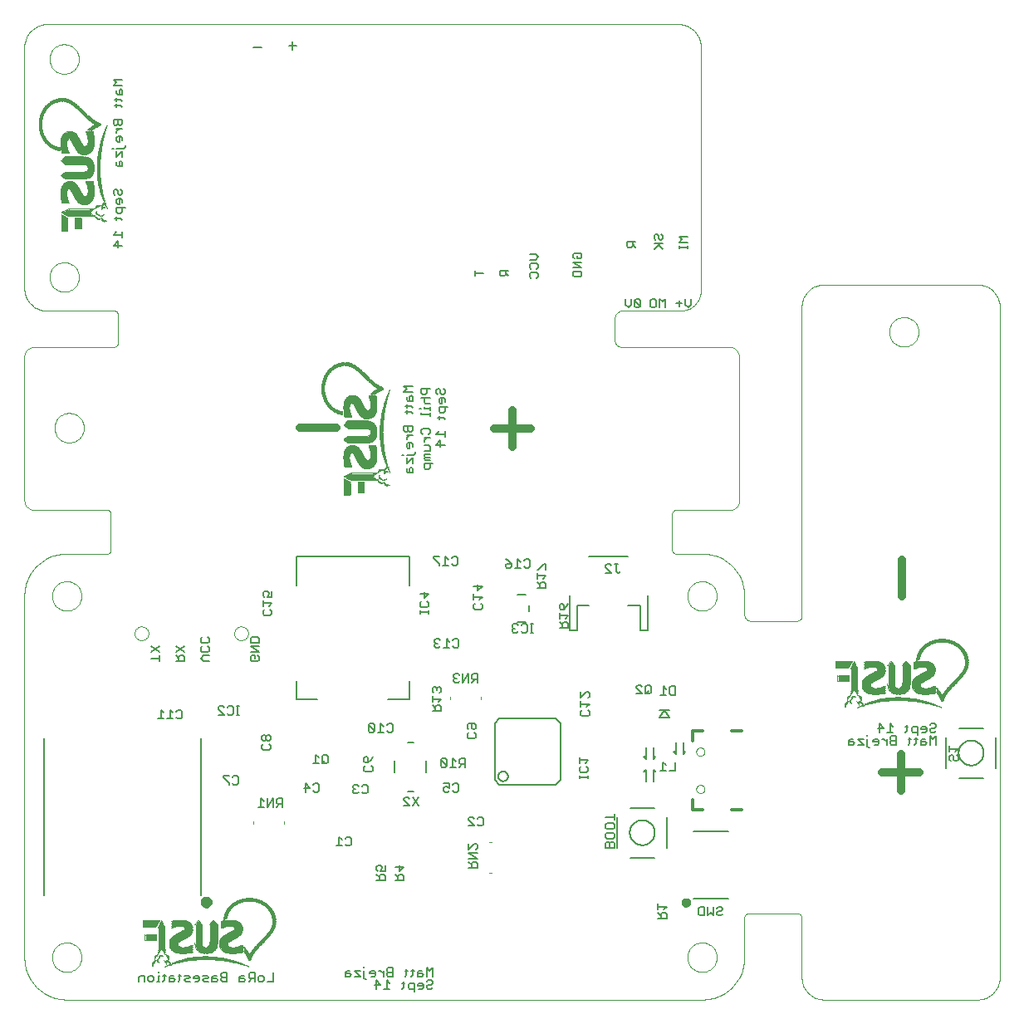
<source format=gbo>
G75*
%MOIN*%
%OFA0B0*%
%FSLAX24Y24*%
%IPPOS*%
%LPD*%
%AMOC8*
5,1,8,0,0,1.08239X$1,22.5*
%
%ADD10C,0.0000*%
%ADD11C,0.0050*%
%ADD12C,0.0060*%
%ADD13C,0.0080*%
%ADD14C,0.0240*%
%ADD15C,0.0120*%
%ADD16C,0.0160*%
%ADD17C,0.0079*%
%ADD18R,0.0010X0.0010*%
%ADD19R,0.0020X0.0010*%
%ADD20R,0.0030X0.0010*%
%ADD21R,0.0040X0.0010*%
%ADD22R,0.0050X0.0010*%
%ADD23R,0.0060X0.0010*%
%ADD24R,0.0090X0.0010*%
%ADD25R,0.0070X0.0010*%
%ADD26R,0.0100X0.0010*%
%ADD27R,0.0120X0.0010*%
%ADD28R,0.0130X0.0010*%
%ADD29R,0.0140X0.0010*%
%ADD30R,0.0150X0.0010*%
%ADD31R,0.0180X0.0010*%
%ADD32R,0.0190X0.0010*%
%ADD33R,0.0210X0.0010*%
%ADD34R,0.0230X0.0010*%
%ADD35R,0.0260X0.0010*%
%ADD36R,0.0240X0.0010*%
%ADD37R,0.0290X0.0010*%
%ADD38R,0.0310X0.0010*%
%ADD39R,0.0350X0.0010*%
%ADD40R,0.0330X0.0010*%
%ADD41R,0.0380X0.0010*%
%ADD42R,0.0370X0.0010*%
%ADD43R,0.0440X0.0010*%
%ADD44R,0.0410X0.0010*%
%ADD45R,0.0490X0.0010*%
%ADD46R,0.0470X0.0010*%
%ADD47R,0.0580X0.0010*%
%ADD48R,0.0550X0.0010*%
%ADD49R,0.0080X0.0010*%
%ADD50R,0.0720X0.0010*%
%ADD51R,0.0690X0.0010*%
%ADD52R,0.1720X0.0010*%
%ADD53R,0.1640X0.0010*%
%ADD54R,0.1550X0.0010*%
%ADD55R,0.1460X0.0010*%
%ADD56R,0.1360X0.0010*%
%ADD57R,0.1250X0.0010*%
%ADD58R,0.1130X0.0010*%
%ADD59R,0.0990X0.0010*%
%ADD60R,0.0820X0.0010*%
%ADD61R,0.0160X0.0010*%
%ADD62R,0.0620X0.0010*%
%ADD63R,0.0170X0.0010*%
%ADD64R,0.0280X0.0010*%
%ADD65R,0.0200X0.0010*%
%ADD66R,0.0220X0.0010*%
%ADD67R,0.0110X0.0010*%
%ADD68R,0.0300X0.0010*%
%ADD69R,0.0540X0.0010*%
%ADD70R,0.0630X0.0010*%
%ADD71R,0.0420X0.0010*%
%ADD72R,0.0680X0.0010*%
%ADD73R,0.0480X0.0010*%
%ADD74R,0.0710X0.0010*%
%ADD75R,0.0520X0.0010*%
%ADD76R,0.0730X0.0010*%
%ADD77R,0.0750X0.0010*%
%ADD78R,0.0760X0.0010*%
%ADD79R,0.0780X0.0010*%
%ADD80R,0.0610X0.0010*%
%ADD81R,0.0790X0.0010*%
%ADD82R,0.0650X0.0010*%
%ADD83R,0.0810X0.0010*%
%ADD84R,0.0670X0.0010*%
%ADD85R,0.0800X0.0010*%
%ADD86R,0.0700X0.0010*%
%ADD87R,0.0830X0.0010*%
%ADD88R,0.0840X0.0010*%
%ADD89R,0.0850X0.0010*%
%ADD90R,0.0860X0.0010*%
%ADD91R,0.0870X0.0010*%
%ADD92R,0.0770X0.0010*%
%ADD93R,0.0880X0.0010*%
%ADD94R,0.0890X0.0010*%
%ADD95R,0.0360X0.0010*%
%ADD96R,0.0450X0.0010*%
%ADD97R,0.0400X0.0010*%
%ADD98R,0.0320X0.0010*%
%ADD99R,0.0340X0.0010*%
%ADD100R,0.0270X0.0010*%
%ADD101R,0.0390X0.0010*%
%ADD102R,0.0430X0.0010*%
%ADD103R,0.0500X0.0010*%
%ADD104R,0.0510X0.0010*%
%ADD105R,0.0530X0.0010*%
%ADD106R,0.0560X0.0010*%
%ADD107R,0.0570X0.0010*%
%ADD108R,0.0600X0.0010*%
%ADD109R,0.0590X0.0010*%
%ADD110R,0.0460X0.0010*%
%ADD111R,0.0250X0.0010*%
%ADD112R,0.0740X0.0010*%
%ADD113R,0.0660X0.0010*%
%ADD114R,0.0640X0.0010*%
%ADD115R,0.0960X0.0010*%
%ADD116C,0.0040*%
%ADD117C,0.0330*%
%ADD118R,0.0010X0.0020*%
%ADD119R,0.0010X0.0030*%
%ADD120R,0.0010X0.0040*%
%ADD121R,0.0010X0.0050*%
%ADD122R,0.0010X0.0060*%
%ADD123R,0.0010X0.0090*%
%ADD124R,0.0010X0.0070*%
%ADD125R,0.0010X0.0100*%
%ADD126R,0.0010X0.0120*%
%ADD127R,0.0010X0.0130*%
%ADD128R,0.0010X0.0140*%
%ADD129R,0.0010X0.0150*%
%ADD130R,0.0010X0.0180*%
%ADD131R,0.0010X0.0190*%
%ADD132R,0.0010X0.0210*%
%ADD133R,0.0010X0.0230*%
%ADD134R,0.0010X0.0260*%
%ADD135R,0.0010X0.0240*%
%ADD136R,0.0010X0.0290*%
%ADD137R,0.0010X0.0310*%
%ADD138R,0.0010X0.0350*%
%ADD139R,0.0010X0.0330*%
%ADD140R,0.0010X0.0380*%
%ADD141R,0.0010X0.0370*%
%ADD142R,0.0010X0.0440*%
%ADD143R,0.0010X0.0410*%
%ADD144R,0.0010X0.0490*%
%ADD145R,0.0010X0.0470*%
%ADD146R,0.0010X0.0580*%
%ADD147R,0.0010X0.0550*%
%ADD148R,0.0010X0.0080*%
%ADD149R,0.0010X0.0720*%
%ADD150R,0.0010X0.0690*%
%ADD151R,0.0010X0.1720*%
%ADD152R,0.0010X0.1640*%
%ADD153R,0.0010X0.1550*%
%ADD154R,0.0010X0.1460*%
%ADD155R,0.0010X0.1360*%
%ADD156R,0.0010X0.1250*%
%ADD157R,0.0010X0.1130*%
%ADD158R,0.0010X0.0990*%
%ADD159R,0.0010X0.0820*%
%ADD160R,0.0010X0.0160*%
%ADD161R,0.0010X0.0620*%
%ADD162R,0.0010X0.0170*%
%ADD163R,0.0010X0.0280*%
%ADD164R,0.0010X0.0200*%
%ADD165R,0.0010X0.0220*%
%ADD166R,0.0010X0.0110*%
%ADD167R,0.0010X0.0300*%
%ADD168R,0.0010X0.0540*%
%ADD169R,0.0010X0.0630*%
%ADD170R,0.0010X0.0420*%
%ADD171R,0.0010X0.0680*%
%ADD172R,0.0010X0.0480*%
%ADD173R,0.0010X0.0710*%
%ADD174R,0.0010X0.0520*%
%ADD175R,0.0010X0.0730*%
%ADD176R,0.0010X0.0750*%
%ADD177R,0.0010X0.0760*%
%ADD178R,0.0010X0.0780*%
%ADD179R,0.0010X0.0610*%
%ADD180R,0.0010X0.0790*%
%ADD181R,0.0010X0.0650*%
%ADD182R,0.0010X0.0810*%
%ADD183R,0.0010X0.0670*%
%ADD184R,0.0010X0.0800*%
%ADD185R,0.0010X0.0700*%
%ADD186R,0.0010X0.0830*%
%ADD187R,0.0010X0.0840*%
%ADD188R,0.0010X0.0850*%
%ADD189R,0.0010X0.0860*%
%ADD190R,0.0010X0.0870*%
%ADD191R,0.0010X0.0770*%
%ADD192R,0.0010X0.0880*%
%ADD193R,0.0010X0.0890*%
%ADD194R,0.0010X0.0360*%
%ADD195R,0.0010X0.0450*%
%ADD196R,0.0010X0.0400*%
%ADD197R,0.0010X0.0320*%
%ADD198R,0.0010X0.0340*%
%ADD199R,0.0010X0.0270*%
%ADD200R,0.0010X0.0390*%
%ADD201R,0.0010X0.0430*%
%ADD202R,0.0010X0.0500*%
%ADD203R,0.0010X0.0510*%
%ADD204R,0.0010X0.0530*%
%ADD205R,0.0010X0.0560*%
%ADD206R,0.0010X0.0570*%
%ADD207R,0.0010X0.0600*%
%ADD208R,0.0010X0.0590*%
%ADD209R,0.0010X0.0460*%
%ADD210R,0.0010X0.0250*%
%ADD211R,0.0010X0.0740*%
%ADD212R,0.0010X0.0660*%
%ADD213R,0.0010X0.0640*%
%ADD214R,0.0010X0.0960*%
D10*
X003080Y003851D02*
X028580Y003851D01*
X027989Y005551D02*
X027991Y005599D01*
X027997Y005647D01*
X028007Y005694D01*
X028020Y005740D01*
X028038Y005785D01*
X028058Y005829D01*
X028083Y005871D01*
X028111Y005910D01*
X028141Y005947D01*
X028175Y005981D01*
X028212Y006013D01*
X028250Y006042D01*
X028291Y006067D01*
X028334Y006089D01*
X028379Y006107D01*
X028425Y006121D01*
X028472Y006132D01*
X028520Y006139D01*
X028568Y006142D01*
X028616Y006141D01*
X028664Y006136D01*
X028712Y006127D01*
X028758Y006115D01*
X028803Y006098D01*
X028847Y006078D01*
X028889Y006055D01*
X028929Y006028D01*
X028967Y005998D01*
X029002Y005965D01*
X029034Y005929D01*
X029064Y005891D01*
X029090Y005850D01*
X029112Y005807D01*
X029132Y005763D01*
X029147Y005718D01*
X029159Y005671D01*
X029167Y005623D01*
X029171Y005575D01*
X029171Y005527D01*
X029167Y005479D01*
X029159Y005431D01*
X029147Y005384D01*
X029132Y005339D01*
X029112Y005295D01*
X029090Y005252D01*
X029064Y005211D01*
X029034Y005173D01*
X029002Y005137D01*
X028967Y005104D01*
X028929Y005074D01*
X028889Y005047D01*
X028847Y005024D01*
X028803Y005004D01*
X028758Y004987D01*
X028712Y004975D01*
X028664Y004966D01*
X028616Y004961D01*
X028568Y004960D01*
X028520Y004963D01*
X028472Y004970D01*
X028425Y004981D01*
X028379Y004995D01*
X028334Y005013D01*
X028291Y005035D01*
X028250Y005060D01*
X028212Y005089D01*
X028175Y005121D01*
X028141Y005155D01*
X028111Y005192D01*
X028083Y005231D01*
X028058Y005273D01*
X028038Y005317D01*
X028020Y005362D01*
X028007Y005408D01*
X027997Y005455D01*
X027991Y005503D01*
X027989Y005551D01*
X028580Y003851D02*
X028661Y003853D01*
X028742Y003859D01*
X028822Y003868D01*
X028902Y003882D01*
X028981Y003899D01*
X029059Y003920D01*
X029136Y003944D01*
X029212Y003973D01*
X029286Y004005D01*
X029359Y004040D01*
X029430Y004079D01*
X029499Y004121D01*
X029566Y004166D01*
X029631Y004215D01*
X029693Y004266D01*
X029753Y004321D01*
X029810Y004378D01*
X029865Y004438D01*
X029916Y004500D01*
X029965Y004565D01*
X030010Y004632D01*
X030052Y004701D01*
X030091Y004772D01*
X030126Y004845D01*
X030158Y004919D01*
X030187Y004995D01*
X030211Y005072D01*
X030232Y005150D01*
X030249Y005229D01*
X030263Y005309D01*
X030272Y005389D01*
X030278Y005470D01*
X030280Y005551D01*
X030280Y007151D01*
X030282Y007174D01*
X030287Y007197D01*
X030296Y007219D01*
X030309Y007239D01*
X030324Y007257D01*
X030342Y007272D01*
X030362Y007285D01*
X030384Y007294D01*
X030407Y007299D01*
X030430Y007301D01*
X032430Y007301D01*
X032453Y007299D01*
X032476Y007294D01*
X032498Y007285D01*
X032518Y007272D01*
X032536Y007257D01*
X032551Y007239D01*
X032564Y007219D01*
X032573Y007197D01*
X032578Y007174D01*
X032580Y007151D01*
X032580Y004751D01*
X032582Y004692D01*
X032588Y004634D01*
X032597Y004575D01*
X032611Y004518D01*
X032628Y004462D01*
X032649Y004407D01*
X032673Y004353D01*
X032701Y004301D01*
X032732Y004251D01*
X032766Y004203D01*
X032803Y004158D01*
X032844Y004115D01*
X032887Y004074D01*
X032932Y004037D01*
X032980Y004003D01*
X033030Y003972D01*
X033082Y003944D01*
X033136Y003920D01*
X033191Y003899D01*
X033247Y003882D01*
X033304Y003868D01*
X033363Y003859D01*
X033421Y003853D01*
X033480Y003851D01*
X039630Y003851D01*
X038780Y003851D02*
X034380Y003851D01*
X039630Y003851D02*
X039689Y003853D01*
X039747Y003859D01*
X039806Y003868D01*
X039863Y003882D01*
X039919Y003899D01*
X039974Y003920D01*
X040028Y003944D01*
X040080Y003972D01*
X040130Y004003D01*
X040178Y004037D01*
X040223Y004074D01*
X040266Y004115D01*
X040307Y004158D01*
X040344Y004203D01*
X040378Y004251D01*
X040409Y004301D01*
X040437Y004353D01*
X040461Y004407D01*
X040482Y004462D01*
X040499Y004518D01*
X040513Y004575D01*
X040522Y004634D01*
X040528Y004692D01*
X040530Y004751D01*
X040530Y031651D01*
X040528Y031710D01*
X040522Y031768D01*
X040513Y031827D01*
X040499Y031884D01*
X040482Y031940D01*
X040461Y031995D01*
X040437Y032049D01*
X040409Y032101D01*
X040378Y032151D01*
X040344Y032199D01*
X040307Y032244D01*
X040266Y032287D01*
X040223Y032328D01*
X040178Y032365D01*
X040130Y032399D01*
X040080Y032430D01*
X040028Y032458D01*
X039974Y032482D01*
X039919Y032503D01*
X039863Y032520D01*
X039806Y032534D01*
X039747Y032543D01*
X039689Y032549D01*
X039630Y032551D01*
X033480Y032551D01*
X033421Y032549D01*
X033363Y032543D01*
X033304Y032534D01*
X033247Y032520D01*
X033191Y032503D01*
X033136Y032482D01*
X033082Y032458D01*
X033030Y032430D01*
X032980Y032399D01*
X032932Y032365D01*
X032887Y032328D01*
X032844Y032287D01*
X032803Y032244D01*
X032766Y032199D01*
X032732Y032151D01*
X032701Y032101D01*
X032673Y032049D01*
X032649Y031995D01*
X032628Y031940D01*
X032611Y031884D01*
X032597Y031827D01*
X032588Y031768D01*
X032582Y031710D01*
X032580Y031651D01*
X032580Y019251D01*
X032578Y019225D01*
X032573Y019199D01*
X032565Y019174D01*
X032553Y019151D01*
X032539Y019129D01*
X032521Y019110D01*
X032502Y019092D01*
X032480Y019078D01*
X032457Y019066D01*
X032432Y019058D01*
X032406Y019053D01*
X032380Y019051D01*
X030530Y019051D01*
X030500Y019053D01*
X030470Y019058D01*
X030441Y019067D01*
X030414Y019080D01*
X030388Y019095D01*
X030364Y019114D01*
X030343Y019135D01*
X030324Y019159D01*
X030309Y019185D01*
X030296Y019212D01*
X030287Y019241D01*
X030282Y019271D01*
X030280Y019301D01*
X030280Y020051D01*
X027989Y020051D02*
X027991Y020099D01*
X027997Y020147D01*
X028007Y020194D01*
X028020Y020240D01*
X028038Y020285D01*
X028058Y020329D01*
X028083Y020371D01*
X028111Y020410D01*
X028141Y020447D01*
X028175Y020481D01*
X028212Y020513D01*
X028250Y020542D01*
X028291Y020567D01*
X028334Y020589D01*
X028379Y020607D01*
X028425Y020621D01*
X028472Y020632D01*
X028520Y020639D01*
X028568Y020642D01*
X028616Y020641D01*
X028664Y020636D01*
X028712Y020627D01*
X028758Y020615D01*
X028803Y020598D01*
X028847Y020578D01*
X028889Y020555D01*
X028929Y020528D01*
X028967Y020498D01*
X029002Y020465D01*
X029034Y020429D01*
X029064Y020391D01*
X029090Y020350D01*
X029112Y020307D01*
X029132Y020263D01*
X029147Y020218D01*
X029159Y020171D01*
X029167Y020123D01*
X029171Y020075D01*
X029171Y020027D01*
X029167Y019979D01*
X029159Y019931D01*
X029147Y019884D01*
X029132Y019839D01*
X029112Y019795D01*
X029090Y019752D01*
X029064Y019711D01*
X029034Y019673D01*
X029002Y019637D01*
X028967Y019604D01*
X028929Y019574D01*
X028889Y019547D01*
X028847Y019524D01*
X028803Y019504D01*
X028758Y019487D01*
X028712Y019475D01*
X028664Y019466D01*
X028616Y019461D01*
X028568Y019460D01*
X028520Y019463D01*
X028472Y019470D01*
X028425Y019481D01*
X028379Y019495D01*
X028334Y019513D01*
X028291Y019535D01*
X028250Y019560D01*
X028212Y019589D01*
X028175Y019621D01*
X028141Y019655D01*
X028111Y019692D01*
X028083Y019731D01*
X028058Y019773D01*
X028038Y019817D01*
X028020Y019862D01*
X028007Y019908D01*
X027997Y019955D01*
X027991Y020003D01*
X027989Y020051D01*
X028580Y021751D02*
X028661Y021749D01*
X028742Y021743D01*
X028822Y021734D01*
X028902Y021720D01*
X028981Y021703D01*
X029059Y021682D01*
X029136Y021658D01*
X029212Y021629D01*
X029286Y021597D01*
X029359Y021562D01*
X029430Y021523D01*
X029499Y021481D01*
X029566Y021436D01*
X029631Y021387D01*
X029693Y021336D01*
X029753Y021281D01*
X029810Y021224D01*
X029865Y021164D01*
X029916Y021102D01*
X029965Y021037D01*
X030010Y020970D01*
X030052Y020901D01*
X030091Y020830D01*
X030126Y020757D01*
X030158Y020683D01*
X030187Y020607D01*
X030211Y020530D01*
X030232Y020452D01*
X030249Y020373D01*
X030263Y020293D01*
X030272Y020213D01*
X030278Y020132D01*
X030280Y020051D01*
X028580Y021751D02*
X027530Y021751D01*
X027507Y021753D01*
X027484Y021758D01*
X027462Y021767D01*
X027442Y021780D01*
X027424Y021795D01*
X027409Y021813D01*
X027396Y021833D01*
X027387Y021855D01*
X027382Y021878D01*
X027380Y021901D01*
X027380Y023351D01*
X027382Y023374D01*
X027387Y023397D01*
X027396Y023419D01*
X027409Y023439D01*
X027424Y023457D01*
X027442Y023472D01*
X027462Y023485D01*
X027484Y023494D01*
X027507Y023499D01*
X027530Y023501D01*
X029680Y023501D01*
X029719Y023503D01*
X029758Y023509D01*
X029796Y023518D01*
X029833Y023531D01*
X029869Y023548D01*
X029902Y023568D01*
X029934Y023592D01*
X029963Y023618D01*
X029989Y023647D01*
X030013Y023679D01*
X030033Y023712D01*
X030050Y023748D01*
X030063Y023785D01*
X030072Y023823D01*
X030078Y023862D01*
X030080Y023901D01*
X030080Y029651D01*
X030074Y029692D01*
X030063Y029733D01*
X030049Y029772D01*
X030032Y029810D01*
X030011Y029846D01*
X029986Y029881D01*
X029959Y029912D01*
X029929Y029941D01*
X029896Y029967D01*
X029861Y029990D01*
X029824Y030010D01*
X029786Y030026D01*
X029746Y030039D01*
X029705Y030048D01*
X029664Y030053D01*
X029622Y030054D01*
X029580Y030051D01*
X025330Y030051D01*
X025300Y030053D01*
X025270Y030058D01*
X025241Y030067D01*
X025214Y030080D01*
X025188Y030095D01*
X025164Y030114D01*
X025143Y030135D01*
X025124Y030159D01*
X025109Y030185D01*
X025096Y030212D01*
X025087Y030241D01*
X025082Y030271D01*
X025080Y030301D01*
X025080Y031201D01*
X025082Y031235D01*
X025088Y031268D01*
X025097Y031300D01*
X025110Y031331D01*
X025126Y031361D01*
X025145Y031388D01*
X025168Y031413D01*
X025193Y031436D01*
X025220Y031455D01*
X025250Y031471D01*
X025281Y031484D01*
X025313Y031493D01*
X025346Y031499D01*
X025380Y031501D01*
X027630Y031501D01*
X027686Y031498D01*
X027743Y031499D01*
X027799Y031503D01*
X027855Y031512D01*
X027911Y031524D01*
X027965Y031540D01*
X028018Y031559D01*
X028069Y031582D01*
X028119Y031609D01*
X028167Y031639D01*
X028213Y031672D01*
X028256Y031708D01*
X028297Y031747D01*
X028335Y031789D01*
X028371Y031834D01*
X028403Y031880D01*
X028431Y031929D01*
X028457Y031979D01*
X028479Y032031D01*
X028497Y032085D01*
X028512Y032139D01*
X028523Y032195D01*
X028530Y032251D01*
X028530Y042101D01*
X028528Y042160D01*
X028522Y042218D01*
X028513Y042277D01*
X028499Y042334D01*
X028482Y042390D01*
X028461Y042445D01*
X028437Y042499D01*
X028409Y042551D01*
X028378Y042601D01*
X028344Y042649D01*
X028307Y042694D01*
X028266Y042737D01*
X028223Y042778D01*
X028178Y042815D01*
X028130Y042849D01*
X028080Y042880D01*
X028028Y042908D01*
X027974Y042932D01*
X027919Y042953D01*
X027863Y042970D01*
X027806Y042984D01*
X027747Y042993D01*
X027689Y042999D01*
X027630Y043001D01*
X002280Y043001D01*
X002222Y042997D01*
X002164Y042990D01*
X002107Y042980D01*
X002051Y042965D01*
X001995Y042948D01*
X001941Y042927D01*
X001889Y042902D01*
X001838Y042874D01*
X001788Y042843D01*
X001741Y042809D01*
X001696Y042773D01*
X001654Y042733D01*
X001614Y042691D01*
X001577Y042646D01*
X001542Y042599D01*
X001511Y042550D01*
X001483Y042500D01*
X001458Y042447D01*
X001436Y042393D01*
X001418Y042338D01*
X001403Y042282D01*
X001392Y042225D01*
X001384Y042167D01*
X001381Y042109D01*
X001380Y042051D01*
X001380Y032401D01*
X001382Y032342D01*
X001388Y032284D01*
X001397Y032225D01*
X001411Y032168D01*
X001428Y032112D01*
X001449Y032057D01*
X001473Y032003D01*
X001501Y031951D01*
X001532Y031901D01*
X001566Y031853D01*
X001603Y031808D01*
X001644Y031765D01*
X001687Y031724D01*
X001732Y031687D01*
X001780Y031653D01*
X001830Y031622D01*
X001882Y031594D01*
X001936Y031570D01*
X001991Y031549D01*
X002047Y031532D01*
X002104Y031518D01*
X002163Y031509D01*
X002221Y031503D01*
X002280Y031501D01*
X004980Y031501D01*
X005003Y031499D01*
X005026Y031494D01*
X005048Y031485D01*
X005068Y031472D01*
X005086Y031457D01*
X005101Y031439D01*
X005114Y031419D01*
X005123Y031397D01*
X005128Y031374D01*
X005130Y031351D01*
X005130Y030201D01*
X005128Y030178D01*
X005123Y030155D01*
X005114Y030133D01*
X005101Y030113D01*
X005086Y030095D01*
X005068Y030080D01*
X005048Y030067D01*
X005026Y030058D01*
X005003Y030053D01*
X004980Y030051D01*
X001780Y030051D01*
X001741Y030049D01*
X001702Y030043D01*
X001664Y030034D01*
X001627Y030021D01*
X001591Y030004D01*
X001558Y029984D01*
X001526Y029960D01*
X001497Y029934D01*
X001471Y029905D01*
X001447Y029873D01*
X001427Y029840D01*
X001410Y029804D01*
X001397Y029767D01*
X001388Y029729D01*
X001382Y029690D01*
X001380Y029651D01*
X001380Y023901D01*
X001382Y023862D01*
X001388Y023823D01*
X001397Y023785D01*
X001410Y023748D01*
X001427Y023712D01*
X001447Y023679D01*
X001471Y023647D01*
X001497Y023618D01*
X001526Y023592D01*
X001558Y023568D01*
X001591Y023548D01*
X001627Y023531D01*
X001664Y023518D01*
X001702Y023509D01*
X001741Y023503D01*
X001780Y023501D01*
X004730Y023501D01*
X004747Y023499D01*
X004764Y023495D01*
X004780Y023488D01*
X004794Y023478D01*
X004807Y023465D01*
X004817Y023451D01*
X004824Y023435D01*
X004828Y023418D01*
X004830Y023401D01*
X004830Y021851D01*
X004828Y021834D01*
X004824Y021817D01*
X004817Y021801D01*
X004807Y021787D01*
X004794Y021774D01*
X004780Y021764D01*
X004764Y021757D01*
X004747Y021753D01*
X004730Y021751D01*
X003080Y021751D01*
X002489Y020051D02*
X002491Y020099D01*
X002497Y020147D01*
X002507Y020194D01*
X002520Y020240D01*
X002538Y020285D01*
X002558Y020329D01*
X002583Y020371D01*
X002611Y020410D01*
X002641Y020447D01*
X002675Y020481D01*
X002712Y020513D01*
X002750Y020542D01*
X002791Y020567D01*
X002834Y020589D01*
X002879Y020607D01*
X002925Y020621D01*
X002972Y020632D01*
X003020Y020639D01*
X003068Y020642D01*
X003116Y020641D01*
X003164Y020636D01*
X003212Y020627D01*
X003258Y020615D01*
X003303Y020598D01*
X003347Y020578D01*
X003389Y020555D01*
X003429Y020528D01*
X003467Y020498D01*
X003502Y020465D01*
X003534Y020429D01*
X003564Y020391D01*
X003590Y020350D01*
X003612Y020307D01*
X003632Y020263D01*
X003647Y020218D01*
X003659Y020171D01*
X003667Y020123D01*
X003671Y020075D01*
X003671Y020027D01*
X003667Y019979D01*
X003659Y019931D01*
X003647Y019884D01*
X003632Y019839D01*
X003612Y019795D01*
X003590Y019752D01*
X003564Y019711D01*
X003534Y019673D01*
X003502Y019637D01*
X003467Y019604D01*
X003429Y019574D01*
X003389Y019547D01*
X003347Y019524D01*
X003303Y019504D01*
X003258Y019487D01*
X003212Y019475D01*
X003164Y019466D01*
X003116Y019461D01*
X003068Y019460D01*
X003020Y019463D01*
X002972Y019470D01*
X002925Y019481D01*
X002879Y019495D01*
X002834Y019513D01*
X002791Y019535D01*
X002750Y019560D01*
X002712Y019589D01*
X002675Y019621D01*
X002641Y019655D01*
X002611Y019692D01*
X002583Y019731D01*
X002558Y019773D01*
X002538Y019817D01*
X002520Y019862D01*
X002507Y019908D01*
X002497Y019955D01*
X002491Y020003D01*
X002489Y020051D01*
X001380Y020051D02*
X001382Y020132D01*
X001388Y020213D01*
X001397Y020293D01*
X001411Y020373D01*
X001428Y020452D01*
X001449Y020530D01*
X001473Y020607D01*
X001502Y020683D01*
X001534Y020757D01*
X001569Y020830D01*
X001608Y020901D01*
X001650Y020970D01*
X001695Y021037D01*
X001744Y021102D01*
X001795Y021164D01*
X001850Y021224D01*
X001907Y021281D01*
X001967Y021336D01*
X002029Y021387D01*
X002094Y021436D01*
X002161Y021481D01*
X002230Y021523D01*
X002301Y021562D01*
X002374Y021597D01*
X002448Y021629D01*
X002524Y021658D01*
X002601Y021682D01*
X002679Y021703D01*
X002758Y021720D01*
X002838Y021734D01*
X002918Y021743D01*
X002999Y021749D01*
X003080Y021751D01*
X001380Y020051D02*
X001380Y005551D01*
X002489Y005551D02*
X002491Y005599D01*
X002497Y005647D01*
X002507Y005694D01*
X002520Y005740D01*
X002538Y005785D01*
X002558Y005829D01*
X002583Y005871D01*
X002611Y005910D01*
X002641Y005947D01*
X002675Y005981D01*
X002712Y006013D01*
X002750Y006042D01*
X002791Y006067D01*
X002834Y006089D01*
X002879Y006107D01*
X002925Y006121D01*
X002972Y006132D01*
X003020Y006139D01*
X003068Y006142D01*
X003116Y006141D01*
X003164Y006136D01*
X003212Y006127D01*
X003258Y006115D01*
X003303Y006098D01*
X003347Y006078D01*
X003389Y006055D01*
X003429Y006028D01*
X003467Y005998D01*
X003502Y005965D01*
X003534Y005929D01*
X003564Y005891D01*
X003590Y005850D01*
X003612Y005807D01*
X003632Y005763D01*
X003647Y005718D01*
X003659Y005671D01*
X003667Y005623D01*
X003671Y005575D01*
X003671Y005527D01*
X003667Y005479D01*
X003659Y005431D01*
X003647Y005384D01*
X003632Y005339D01*
X003612Y005295D01*
X003590Y005252D01*
X003564Y005211D01*
X003534Y005173D01*
X003502Y005137D01*
X003467Y005104D01*
X003429Y005074D01*
X003389Y005047D01*
X003347Y005024D01*
X003303Y005004D01*
X003258Y004987D01*
X003212Y004975D01*
X003164Y004966D01*
X003116Y004961D01*
X003068Y004960D01*
X003020Y004963D01*
X002972Y004970D01*
X002925Y004981D01*
X002879Y004995D01*
X002834Y005013D01*
X002791Y005035D01*
X002750Y005060D01*
X002712Y005089D01*
X002675Y005121D01*
X002641Y005155D01*
X002611Y005192D01*
X002583Y005231D01*
X002558Y005273D01*
X002538Y005317D01*
X002520Y005362D01*
X002507Y005408D01*
X002497Y005455D01*
X002491Y005503D01*
X002489Y005551D01*
X001380Y005551D02*
X001382Y005470D01*
X001388Y005389D01*
X001397Y005309D01*
X001411Y005229D01*
X001428Y005150D01*
X001449Y005072D01*
X001473Y004995D01*
X001502Y004919D01*
X001534Y004845D01*
X001569Y004772D01*
X001608Y004701D01*
X001650Y004632D01*
X001695Y004565D01*
X001744Y004500D01*
X001795Y004438D01*
X001850Y004378D01*
X001907Y004321D01*
X001967Y004266D01*
X002029Y004215D01*
X002094Y004166D01*
X002161Y004121D01*
X002230Y004079D01*
X002301Y004040D01*
X002374Y004005D01*
X002448Y003973D01*
X002524Y003944D01*
X002601Y003920D01*
X002679Y003899D01*
X002758Y003882D01*
X002838Y003868D01*
X002918Y003859D01*
X002999Y003853D01*
X003080Y003851D01*
X005804Y018551D02*
X005806Y018584D01*
X005812Y018616D01*
X005821Y018647D01*
X005834Y018677D01*
X005851Y018705D01*
X005871Y018731D01*
X005894Y018755D01*
X005919Y018775D01*
X005947Y018793D01*
X005976Y018807D01*
X006007Y018817D01*
X006039Y018824D01*
X006072Y018827D01*
X006105Y018826D01*
X006137Y018821D01*
X006168Y018812D01*
X006199Y018800D01*
X006227Y018784D01*
X006254Y018765D01*
X006278Y018743D01*
X006299Y018718D01*
X006318Y018691D01*
X006333Y018662D01*
X006344Y018632D01*
X006352Y018600D01*
X006356Y018567D01*
X006356Y018535D01*
X006352Y018502D01*
X006344Y018470D01*
X006333Y018440D01*
X006318Y018411D01*
X006299Y018384D01*
X006278Y018359D01*
X006254Y018337D01*
X006227Y018318D01*
X006199Y018302D01*
X006168Y018290D01*
X006137Y018281D01*
X006105Y018276D01*
X006072Y018275D01*
X006039Y018278D01*
X006007Y018285D01*
X005976Y018295D01*
X005947Y018309D01*
X005919Y018327D01*
X005894Y018347D01*
X005871Y018371D01*
X005851Y018397D01*
X005834Y018425D01*
X005821Y018455D01*
X005812Y018486D01*
X005806Y018518D01*
X005804Y018551D01*
X009804Y018551D02*
X009806Y018584D01*
X009812Y018616D01*
X009821Y018647D01*
X009834Y018677D01*
X009851Y018705D01*
X009871Y018731D01*
X009894Y018755D01*
X009919Y018775D01*
X009947Y018793D01*
X009976Y018807D01*
X010007Y018817D01*
X010039Y018824D01*
X010072Y018827D01*
X010105Y018826D01*
X010137Y018821D01*
X010168Y018812D01*
X010199Y018800D01*
X010227Y018784D01*
X010254Y018765D01*
X010278Y018743D01*
X010299Y018718D01*
X010318Y018691D01*
X010333Y018662D01*
X010344Y018632D01*
X010352Y018600D01*
X010356Y018567D01*
X010356Y018535D01*
X010352Y018502D01*
X010344Y018470D01*
X010333Y018440D01*
X010318Y018411D01*
X010299Y018384D01*
X010278Y018359D01*
X010254Y018337D01*
X010227Y018318D01*
X010199Y018302D01*
X010168Y018290D01*
X010137Y018281D01*
X010105Y018276D01*
X010072Y018275D01*
X010039Y018278D01*
X010007Y018285D01*
X009976Y018295D01*
X009947Y018309D01*
X009919Y018327D01*
X009894Y018347D01*
X009871Y018371D01*
X009851Y018397D01*
X009834Y018425D01*
X009821Y018455D01*
X009812Y018486D01*
X009806Y018518D01*
X009804Y018551D01*
X002589Y026801D02*
X002591Y026849D01*
X002597Y026897D01*
X002607Y026944D01*
X002620Y026990D01*
X002638Y027035D01*
X002658Y027079D01*
X002683Y027121D01*
X002711Y027160D01*
X002741Y027197D01*
X002775Y027231D01*
X002812Y027263D01*
X002850Y027292D01*
X002891Y027317D01*
X002934Y027339D01*
X002979Y027357D01*
X003025Y027371D01*
X003072Y027382D01*
X003120Y027389D01*
X003168Y027392D01*
X003216Y027391D01*
X003264Y027386D01*
X003312Y027377D01*
X003358Y027365D01*
X003403Y027348D01*
X003447Y027328D01*
X003489Y027305D01*
X003529Y027278D01*
X003567Y027248D01*
X003602Y027215D01*
X003634Y027179D01*
X003664Y027141D01*
X003690Y027100D01*
X003712Y027057D01*
X003732Y027013D01*
X003747Y026968D01*
X003759Y026921D01*
X003767Y026873D01*
X003771Y026825D01*
X003771Y026777D01*
X003767Y026729D01*
X003759Y026681D01*
X003747Y026634D01*
X003732Y026589D01*
X003712Y026545D01*
X003690Y026502D01*
X003664Y026461D01*
X003634Y026423D01*
X003602Y026387D01*
X003567Y026354D01*
X003529Y026324D01*
X003489Y026297D01*
X003447Y026274D01*
X003403Y026254D01*
X003358Y026237D01*
X003312Y026225D01*
X003264Y026216D01*
X003216Y026211D01*
X003168Y026210D01*
X003120Y026213D01*
X003072Y026220D01*
X003025Y026231D01*
X002979Y026245D01*
X002934Y026263D01*
X002891Y026285D01*
X002850Y026310D01*
X002812Y026339D01*
X002775Y026371D01*
X002741Y026405D01*
X002711Y026442D01*
X002683Y026481D01*
X002658Y026523D01*
X002638Y026567D01*
X002620Y026612D01*
X002607Y026658D01*
X002597Y026705D01*
X002591Y026753D01*
X002589Y026801D01*
X002389Y032851D02*
X002391Y032899D01*
X002397Y032947D01*
X002407Y032994D01*
X002420Y033040D01*
X002438Y033085D01*
X002458Y033129D01*
X002483Y033171D01*
X002511Y033210D01*
X002541Y033247D01*
X002575Y033281D01*
X002612Y033313D01*
X002650Y033342D01*
X002691Y033367D01*
X002734Y033389D01*
X002779Y033407D01*
X002825Y033421D01*
X002872Y033432D01*
X002920Y033439D01*
X002968Y033442D01*
X003016Y033441D01*
X003064Y033436D01*
X003112Y033427D01*
X003158Y033415D01*
X003203Y033398D01*
X003247Y033378D01*
X003289Y033355D01*
X003329Y033328D01*
X003367Y033298D01*
X003402Y033265D01*
X003434Y033229D01*
X003464Y033191D01*
X003490Y033150D01*
X003512Y033107D01*
X003532Y033063D01*
X003547Y033018D01*
X003559Y032971D01*
X003567Y032923D01*
X003571Y032875D01*
X003571Y032827D01*
X003567Y032779D01*
X003559Y032731D01*
X003547Y032684D01*
X003532Y032639D01*
X003512Y032595D01*
X003490Y032552D01*
X003464Y032511D01*
X003434Y032473D01*
X003402Y032437D01*
X003367Y032404D01*
X003329Y032374D01*
X003289Y032347D01*
X003247Y032324D01*
X003203Y032304D01*
X003158Y032287D01*
X003112Y032275D01*
X003064Y032266D01*
X003016Y032261D01*
X002968Y032260D01*
X002920Y032263D01*
X002872Y032270D01*
X002825Y032281D01*
X002779Y032295D01*
X002734Y032313D01*
X002691Y032335D01*
X002650Y032360D01*
X002612Y032389D01*
X002575Y032421D01*
X002541Y032455D01*
X002511Y032492D01*
X002483Y032531D01*
X002458Y032573D01*
X002438Y032617D01*
X002420Y032662D01*
X002407Y032708D01*
X002397Y032755D01*
X002391Y032803D01*
X002389Y032851D01*
X002389Y041601D02*
X002391Y041649D01*
X002397Y041697D01*
X002407Y041744D01*
X002420Y041790D01*
X002438Y041835D01*
X002458Y041879D01*
X002483Y041921D01*
X002511Y041960D01*
X002541Y041997D01*
X002575Y042031D01*
X002612Y042063D01*
X002650Y042092D01*
X002691Y042117D01*
X002734Y042139D01*
X002779Y042157D01*
X002825Y042171D01*
X002872Y042182D01*
X002920Y042189D01*
X002968Y042192D01*
X003016Y042191D01*
X003064Y042186D01*
X003112Y042177D01*
X003158Y042165D01*
X003203Y042148D01*
X003247Y042128D01*
X003289Y042105D01*
X003329Y042078D01*
X003367Y042048D01*
X003402Y042015D01*
X003434Y041979D01*
X003464Y041941D01*
X003490Y041900D01*
X003512Y041857D01*
X003532Y041813D01*
X003547Y041768D01*
X003559Y041721D01*
X003567Y041673D01*
X003571Y041625D01*
X003571Y041577D01*
X003567Y041529D01*
X003559Y041481D01*
X003547Y041434D01*
X003532Y041389D01*
X003512Y041345D01*
X003490Y041302D01*
X003464Y041261D01*
X003434Y041223D01*
X003402Y041187D01*
X003367Y041154D01*
X003329Y041124D01*
X003289Y041097D01*
X003247Y041074D01*
X003203Y041054D01*
X003158Y041037D01*
X003112Y041025D01*
X003064Y041016D01*
X003016Y041011D01*
X002968Y041010D01*
X002920Y041013D01*
X002872Y041020D01*
X002825Y041031D01*
X002779Y041045D01*
X002734Y041063D01*
X002691Y041085D01*
X002650Y041110D01*
X002612Y041139D01*
X002575Y041171D01*
X002541Y041205D01*
X002511Y041242D01*
X002483Y041281D01*
X002458Y041323D01*
X002438Y041367D01*
X002420Y041412D01*
X002407Y041458D01*
X002397Y041505D01*
X002391Y041553D01*
X002389Y041601D01*
X028530Y039451D02*
X028530Y035051D01*
X030080Y029001D02*
X030080Y024601D01*
X036089Y030651D02*
X036091Y030699D01*
X036097Y030747D01*
X036107Y030794D01*
X036120Y030840D01*
X036138Y030885D01*
X036158Y030929D01*
X036183Y030971D01*
X036211Y031010D01*
X036241Y031047D01*
X036275Y031081D01*
X036312Y031113D01*
X036350Y031142D01*
X036391Y031167D01*
X036434Y031189D01*
X036479Y031207D01*
X036525Y031221D01*
X036572Y031232D01*
X036620Y031239D01*
X036668Y031242D01*
X036716Y031241D01*
X036764Y031236D01*
X036812Y031227D01*
X036858Y031215D01*
X036903Y031198D01*
X036947Y031178D01*
X036989Y031155D01*
X037029Y031128D01*
X037067Y031098D01*
X037102Y031065D01*
X037134Y031029D01*
X037164Y030991D01*
X037190Y030950D01*
X037212Y030907D01*
X037232Y030863D01*
X037247Y030818D01*
X037259Y030771D01*
X037267Y030723D01*
X037271Y030675D01*
X037271Y030627D01*
X037267Y030579D01*
X037259Y030531D01*
X037247Y030484D01*
X037232Y030439D01*
X037212Y030395D01*
X037190Y030352D01*
X037164Y030311D01*
X037134Y030273D01*
X037102Y030237D01*
X037067Y030204D01*
X037029Y030174D01*
X036989Y030147D01*
X036947Y030124D01*
X036903Y030104D01*
X036858Y030087D01*
X036812Y030075D01*
X036764Y030066D01*
X036716Y030061D01*
X036668Y030060D01*
X036620Y030063D01*
X036572Y030070D01*
X036525Y030081D01*
X036479Y030095D01*
X036434Y030113D01*
X036391Y030135D01*
X036350Y030160D01*
X036312Y030189D01*
X036275Y030221D01*
X036241Y030255D01*
X036211Y030292D01*
X036183Y030331D01*
X036158Y030373D01*
X036138Y030417D01*
X036120Y030462D01*
X036107Y030508D01*
X036097Y030555D01*
X036091Y030603D01*
X036089Y030651D01*
X028347Y013799D02*
X028349Y013824D01*
X028355Y013849D01*
X028364Y013873D01*
X028377Y013895D01*
X028394Y013915D01*
X028413Y013932D01*
X028434Y013946D01*
X028458Y013956D01*
X028482Y013963D01*
X028508Y013966D01*
X028533Y013965D01*
X028558Y013960D01*
X028582Y013951D01*
X028605Y013939D01*
X028625Y013924D01*
X028643Y013905D01*
X028658Y013884D01*
X028669Y013861D01*
X028677Y013837D01*
X028681Y013812D01*
X028681Y013786D01*
X028677Y013761D01*
X028669Y013737D01*
X028658Y013714D01*
X028643Y013693D01*
X028625Y013674D01*
X028605Y013659D01*
X028582Y013647D01*
X028558Y013638D01*
X028533Y013633D01*
X028508Y013632D01*
X028482Y013635D01*
X028458Y013642D01*
X028434Y013652D01*
X028413Y013666D01*
X028394Y013683D01*
X028377Y013703D01*
X028364Y013725D01*
X028355Y013749D01*
X028349Y013774D01*
X028347Y013799D01*
X028347Y012303D02*
X028349Y012328D01*
X028355Y012353D01*
X028364Y012377D01*
X028377Y012399D01*
X028394Y012419D01*
X028413Y012436D01*
X028434Y012450D01*
X028458Y012460D01*
X028482Y012467D01*
X028508Y012470D01*
X028533Y012469D01*
X028558Y012464D01*
X028582Y012455D01*
X028605Y012443D01*
X028625Y012428D01*
X028643Y012409D01*
X028658Y012388D01*
X028669Y012365D01*
X028677Y012341D01*
X028681Y012316D01*
X028681Y012290D01*
X028677Y012265D01*
X028669Y012241D01*
X028658Y012218D01*
X028643Y012197D01*
X028625Y012178D01*
X028605Y012163D01*
X028582Y012151D01*
X028558Y012142D01*
X028533Y012137D01*
X028508Y012136D01*
X028482Y012139D01*
X028458Y012146D01*
X028434Y012156D01*
X028413Y012170D01*
X028394Y012187D01*
X028377Y012207D01*
X028364Y012229D01*
X028355Y012253D01*
X028349Y012278D01*
X028347Y012303D01*
D11*
X027492Y013026D02*
X027492Y013376D01*
X027523Y013714D02*
X027444Y013793D01*
X027523Y013793D01*
X027523Y014187D01*
X027837Y014187D02*
X027837Y013793D01*
X027916Y013793D01*
X027837Y013714D01*
X027837Y013793D01*
X027523Y013793D02*
X027523Y013714D01*
X027123Y013259D02*
X027007Y013376D01*
X027007Y013026D01*
X027123Y013026D02*
X026890Y013026D01*
X026716Y013008D02*
X026637Y013008D01*
X026637Y012614D01*
X026323Y012614D02*
X026323Y013008D01*
X026244Y013008D01*
X026323Y013087D01*
X026323Y013008D01*
X026637Y013008D02*
X026637Y013087D01*
X026716Y013008D01*
X027258Y013026D02*
X027492Y013026D01*
X026716Y013593D02*
X026637Y013593D01*
X026637Y013514D01*
X026716Y013593D01*
X026637Y013593D02*
X026637Y013987D01*
X026323Y013987D02*
X026323Y013593D01*
X026244Y013593D01*
X026323Y013514D01*
X026323Y013593D01*
X024055Y015284D02*
X023997Y015226D01*
X023763Y015226D01*
X023705Y015284D01*
X023705Y015401D01*
X023763Y015459D01*
X023705Y015594D02*
X023705Y015827D01*
X023705Y015711D02*
X024055Y015711D01*
X023939Y015594D01*
X023997Y015459D02*
X024055Y015401D01*
X024055Y015284D01*
X023997Y015962D02*
X024055Y016021D01*
X024055Y016137D01*
X023997Y016196D01*
X023939Y016196D01*
X023705Y015962D01*
X023705Y016196D01*
X025940Y016126D02*
X026173Y016126D01*
X025940Y016359D01*
X025940Y016418D01*
X025998Y016476D01*
X026115Y016476D01*
X026173Y016418D01*
X026308Y016418D02*
X026308Y016184D01*
X026366Y016126D01*
X026483Y016126D01*
X026542Y016184D01*
X026542Y016418D01*
X026483Y016476D01*
X026366Y016476D01*
X026308Y016418D01*
X026425Y016242D02*
X026308Y016126D01*
X026907Y016082D02*
X027140Y016082D01*
X027023Y016082D02*
X027023Y016432D01*
X027140Y016315D01*
X027275Y016374D02*
X027333Y016432D01*
X027509Y016432D01*
X027509Y016082D01*
X027333Y016082D01*
X027275Y016140D01*
X027275Y016374D01*
X024005Y013456D02*
X023655Y013456D01*
X023655Y013339D02*
X023655Y013573D01*
X023889Y013339D02*
X024005Y013456D01*
X023947Y013205D02*
X024005Y013146D01*
X024005Y013030D01*
X023947Y012971D01*
X023713Y012971D01*
X023655Y013030D01*
X023655Y013146D01*
X023713Y013205D01*
X023655Y012842D02*
X023655Y012726D01*
X023655Y012784D02*
X024005Y012784D01*
X024005Y012726D02*
X024005Y012842D01*
X024705Y011174D02*
X025055Y011174D01*
X025055Y011057D02*
X025055Y011291D01*
X024997Y010923D02*
X025055Y010864D01*
X025055Y010747D01*
X024997Y010689D01*
X024763Y010689D01*
X024705Y010747D01*
X024705Y010864D01*
X024763Y010923D01*
X024997Y010923D01*
X024997Y010554D02*
X024763Y010554D01*
X024705Y010496D01*
X024705Y010379D01*
X024763Y010321D01*
X024997Y010321D01*
X025055Y010379D01*
X025055Y010496D01*
X024997Y010554D01*
X024997Y010186D02*
X024939Y010186D01*
X024880Y010128D01*
X024880Y009952D01*
X024705Y009952D02*
X025055Y009952D01*
X025055Y010128D01*
X024997Y010186D01*
X024880Y010128D02*
X024822Y010186D01*
X024763Y010186D01*
X024705Y010128D01*
X024705Y009952D01*
X026805Y007691D02*
X026805Y007457D01*
X026805Y007574D02*
X027155Y007574D01*
X027039Y007457D01*
X027097Y007323D02*
X026980Y007323D01*
X026922Y007264D01*
X026922Y007089D01*
X026922Y007206D02*
X026805Y007323D01*
X026805Y007089D02*
X027155Y007089D01*
X027155Y007264D01*
X027097Y007323D01*
X028241Y007910D02*
X029619Y007910D01*
X029347Y007576D02*
X029405Y007518D01*
X029405Y007459D01*
X029347Y007401D01*
X029230Y007401D01*
X029171Y007342D01*
X029171Y007284D01*
X029230Y007226D01*
X029347Y007226D01*
X029405Y007284D01*
X029347Y007576D02*
X029230Y007576D01*
X029171Y007518D01*
X029037Y007576D02*
X029037Y007226D01*
X028920Y007342D01*
X028803Y007226D01*
X028803Y007576D01*
X028668Y007576D02*
X028493Y007576D01*
X028435Y007518D01*
X028435Y007284D01*
X028493Y007226D01*
X028668Y007226D01*
X028668Y007576D01*
X028241Y010591D02*
X029619Y010591D01*
X034468Y014076D02*
X034643Y014076D01*
X034702Y014134D01*
X034643Y014192D01*
X034468Y014192D01*
X034468Y014251D02*
X034468Y014076D01*
X034468Y014251D02*
X034526Y014309D01*
X034643Y014309D01*
X034836Y014309D02*
X035070Y014076D01*
X034836Y014076D01*
X034836Y014309D02*
X035070Y014309D01*
X035199Y014309D02*
X035199Y014017D01*
X035257Y013959D01*
X035315Y013959D01*
X035509Y014076D02*
X035625Y014076D01*
X035684Y014134D01*
X035684Y014251D01*
X035625Y014309D01*
X035509Y014309D01*
X035450Y014251D01*
X035450Y014192D01*
X035684Y014192D01*
X035816Y014309D02*
X035874Y014309D01*
X035991Y014192D01*
X035991Y014076D02*
X035991Y014309D01*
X036125Y014309D02*
X036125Y014368D01*
X036184Y014426D01*
X036359Y014426D01*
X036359Y014076D01*
X036184Y014076D01*
X036125Y014134D01*
X036125Y014192D01*
X036184Y014251D01*
X036359Y014251D01*
X036184Y014251D02*
X036125Y014309D01*
X036119Y014576D02*
X036119Y014926D01*
X036236Y014809D01*
X036236Y014576D02*
X036003Y014576D01*
X035868Y014751D02*
X035634Y014751D01*
X035693Y014926D02*
X035868Y014751D01*
X035693Y014576D02*
X035693Y014926D01*
X035199Y014484D02*
X035199Y014426D01*
X036733Y014576D02*
X036792Y014634D01*
X036792Y014868D01*
X036850Y014809D02*
X036733Y014809D01*
X036985Y014751D02*
X036985Y014634D01*
X037043Y014576D01*
X037218Y014576D01*
X037218Y014459D02*
X037218Y014809D01*
X037043Y014809D01*
X036985Y014751D01*
X037353Y014751D02*
X037412Y014809D01*
X037528Y014809D01*
X037587Y014751D01*
X037587Y014634D01*
X037528Y014576D01*
X037412Y014576D01*
X037353Y014692D02*
X037587Y014692D01*
X037721Y014692D02*
X037721Y014634D01*
X037780Y014576D01*
X037897Y014576D01*
X037955Y014634D01*
X037897Y014751D02*
X037780Y014751D01*
X037721Y014692D01*
X037721Y014868D02*
X037780Y014926D01*
X037897Y014926D01*
X037955Y014868D01*
X037955Y014809D01*
X037897Y014751D01*
X037955Y014426D02*
X037838Y014309D01*
X037721Y014426D01*
X037721Y014076D01*
X037587Y014134D02*
X037528Y014192D01*
X037353Y014192D01*
X037353Y014251D02*
X037353Y014076D01*
X037528Y014076D01*
X037587Y014134D01*
X037528Y014309D02*
X037412Y014309D01*
X037353Y014251D01*
X037218Y014309D02*
X037102Y014309D01*
X037160Y014368D02*
X037160Y014134D01*
X037102Y014076D01*
X036914Y014134D02*
X036856Y014076D01*
X036914Y014134D02*
X036914Y014368D01*
X036856Y014309D02*
X036973Y014309D01*
X037353Y014692D02*
X037353Y014751D01*
X037955Y014426D02*
X037955Y014076D01*
X038505Y014027D02*
X038505Y013794D01*
X038505Y013911D02*
X038855Y013911D01*
X038739Y013794D01*
X038797Y013659D02*
X038855Y013601D01*
X038855Y013484D01*
X038797Y013426D01*
X038739Y013426D01*
X038680Y013484D01*
X038680Y013601D01*
X038622Y013659D01*
X038563Y013659D01*
X038505Y013601D01*
X038505Y013484D01*
X038563Y013426D01*
X025305Y021034D02*
X025247Y020976D01*
X025188Y020976D01*
X025130Y021034D01*
X025130Y021326D01*
X025188Y021326D02*
X025071Y021326D01*
X024937Y021268D02*
X024878Y021326D01*
X024762Y021326D01*
X024703Y021268D01*
X024703Y021209D01*
X024937Y020976D01*
X024703Y020976D01*
X023205Y019746D02*
X023147Y019629D01*
X023030Y019512D01*
X023030Y019687D01*
X022972Y019746D01*
X022913Y019746D01*
X022855Y019687D01*
X022855Y019571D01*
X022913Y019512D01*
X023030Y019512D01*
X022855Y019377D02*
X022855Y019144D01*
X022855Y019261D02*
X023205Y019261D01*
X023089Y019144D01*
X023147Y019009D02*
X023030Y019009D01*
X022972Y018951D01*
X022972Y018776D01*
X022972Y018892D02*
X022855Y019009D01*
X022855Y018776D02*
X023205Y018776D01*
X023205Y018951D01*
X023147Y019009D01*
X021805Y018926D02*
X021688Y018926D01*
X021747Y018926D02*
X021747Y018576D01*
X021805Y018576D02*
X021688Y018576D01*
X021559Y018634D02*
X021501Y018576D01*
X021384Y018576D01*
X021326Y018634D01*
X021191Y018634D02*
X021133Y018576D01*
X021016Y018576D01*
X020958Y018634D01*
X020958Y018692D01*
X021016Y018751D01*
X021074Y018751D01*
X021016Y018751D02*
X020958Y018809D01*
X020958Y018868D01*
X021016Y018926D01*
X021133Y018926D01*
X021191Y018868D01*
X021326Y018868D02*
X021384Y018926D01*
X021501Y018926D01*
X021559Y018868D01*
X021559Y018634D01*
X021955Y020376D02*
X022305Y020376D01*
X022305Y020551D01*
X022247Y020609D01*
X022130Y020609D01*
X022072Y020551D01*
X022072Y020376D01*
X022072Y020492D02*
X021955Y020609D01*
X021955Y020744D02*
X021955Y020977D01*
X021955Y020861D02*
X022305Y020861D01*
X022189Y020744D01*
X022305Y021112D02*
X022305Y021346D01*
X022247Y021346D01*
X022013Y021112D01*
X021955Y021112D01*
X021660Y021234D02*
X021602Y021176D01*
X021485Y021176D01*
X021426Y021234D01*
X021292Y021176D02*
X021058Y021176D01*
X021175Y021176D02*
X021175Y021526D01*
X021292Y021409D01*
X021426Y021468D02*
X021485Y021526D01*
X021602Y021526D01*
X021660Y021468D01*
X021660Y021234D01*
X020923Y021234D02*
X020865Y021176D01*
X020748Y021176D01*
X020690Y021234D01*
X020690Y021292D01*
X020748Y021351D01*
X020923Y021351D01*
X020923Y021234D01*
X020923Y021351D02*
X020807Y021468D01*
X020690Y021526D01*
X019755Y020432D02*
X019580Y020257D01*
X019580Y020491D01*
X019405Y020432D02*
X019755Y020432D01*
X019755Y020006D02*
X019405Y020006D01*
X019405Y019889D02*
X019405Y020123D01*
X019639Y019889D02*
X019755Y020006D01*
X019697Y019754D02*
X019755Y019696D01*
X019755Y019579D01*
X019697Y019521D01*
X019463Y019521D01*
X019405Y019579D01*
X019405Y019696D01*
X019463Y019754D01*
X018752Y018326D02*
X018635Y018326D01*
X018576Y018268D01*
X018442Y018209D02*
X018325Y018326D01*
X018325Y017976D01*
X018442Y017976D02*
X018208Y017976D01*
X018073Y018034D02*
X018015Y017976D01*
X017898Y017976D01*
X017840Y018034D01*
X017840Y018092D01*
X017898Y018151D01*
X017957Y018151D01*
X017898Y018151D02*
X017840Y018209D01*
X017840Y018268D01*
X017898Y018326D01*
X018015Y018326D01*
X018073Y018268D01*
X018576Y018034D02*
X018635Y017976D01*
X018752Y017976D01*
X018810Y018034D01*
X018810Y018268D01*
X018752Y018326D01*
X017605Y019343D02*
X017605Y019460D01*
X017605Y019402D02*
X017255Y019402D01*
X017255Y019460D02*
X017255Y019343D01*
X017313Y019589D02*
X017255Y019647D01*
X017255Y019764D01*
X017313Y019823D01*
X017430Y019957D02*
X017430Y020191D01*
X017255Y020132D02*
X017605Y020132D01*
X017430Y019957D01*
X017547Y019823D02*
X017605Y019764D01*
X017605Y019647D01*
X017547Y019589D01*
X017313Y019589D01*
X016830Y020487D02*
X016830Y021629D01*
X012302Y021629D01*
X012302Y020468D01*
X011305Y020241D02*
X011305Y020007D01*
X011130Y020007D01*
X011189Y020124D01*
X011189Y020182D01*
X011130Y020241D01*
X011013Y020241D01*
X010955Y020182D01*
X010955Y020066D01*
X011013Y020007D01*
X010955Y020066D01*
X010955Y020182D01*
X011013Y020241D01*
X011130Y020241D01*
X011189Y020182D01*
X011189Y020124D01*
X011130Y020007D01*
X011305Y020007D01*
X011305Y020241D01*
X011305Y019756D02*
X010955Y019756D01*
X011305Y019756D01*
X011189Y019639D01*
X011305Y019756D01*
X011247Y019504D02*
X011305Y019446D01*
X011305Y019329D01*
X011247Y019271D01*
X011013Y019271D01*
X010955Y019329D01*
X010955Y019446D01*
X011013Y019504D01*
X010955Y019446D01*
X010955Y019329D01*
X011013Y019271D01*
X011247Y019271D01*
X011305Y019329D01*
X011305Y019446D01*
X011247Y019504D01*
X010955Y019639D02*
X010955Y019873D01*
X010955Y019639D01*
X010747Y018396D02*
X010805Y018337D01*
X010805Y018162D01*
X010455Y018162D01*
X010455Y018337D01*
X010513Y018396D01*
X010747Y018396D01*
X010805Y018027D02*
X010455Y018027D01*
X010805Y017794D01*
X010455Y017794D01*
X010513Y017659D02*
X010630Y017659D01*
X010630Y017542D01*
X010513Y017426D02*
X010455Y017484D01*
X010455Y017601D01*
X010513Y017659D01*
X010513Y017426D02*
X010747Y017426D01*
X010805Y017484D01*
X010805Y017601D01*
X010747Y017659D01*
X012302Y016629D02*
X012302Y015901D01*
X013149Y015901D01*
X011255Y014419D02*
X011255Y014302D01*
X011197Y014244D01*
X011139Y014244D01*
X011080Y014302D01*
X011080Y014419D01*
X011022Y014477D01*
X010963Y014477D01*
X010905Y014419D01*
X010905Y014302D01*
X010963Y014244D01*
X011022Y014244D01*
X011080Y014302D01*
X011080Y014419D02*
X011139Y014477D01*
X011197Y014477D01*
X011255Y014419D01*
X011197Y014109D02*
X011255Y014051D01*
X011255Y013934D01*
X011197Y013876D01*
X010963Y013876D01*
X010905Y013934D01*
X010905Y014051D01*
X010963Y014109D01*
X010005Y015276D02*
X009888Y015276D01*
X009947Y015276D02*
X009947Y015626D01*
X010005Y015626D02*
X009888Y015626D01*
X009759Y015568D02*
X009759Y015334D01*
X009701Y015276D01*
X009584Y015276D01*
X009526Y015334D01*
X009391Y015276D02*
X009158Y015509D01*
X009158Y015568D01*
X009216Y015626D01*
X009333Y015626D01*
X009391Y015568D01*
X009526Y015568D02*
X009584Y015626D01*
X009701Y015626D01*
X009759Y015568D01*
X009391Y015276D02*
X009158Y015276D01*
X008474Y014350D02*
X008474Y008051D01*
X009338Y004926D02*
X009280Y004868D01*
X009280Y004809D01*
X009338Y004751D01*
X009513Y004751D01*
X009338Y004751D02*
X009280Y004692D01*
X009280Y004634D01*
X009338Y004576D01*
X009513Y004576D01*
X009513Y004926D01*
X009338Y004926D01*
X009087Y004809D02*
X008970Y004809D01*
X008912Y004751D01*
X008912Y004576D01*
X009087Y004576D01*
X009145Y004634D01*
X009087Y004692D01*
X008912Y004692D01*
X008777Y004751D02*
X008718Y004809D01*
X008543Y004809D01*
X008602Y004692D02*
X008718Y004692D01*
X008777Y004751D01*
X008777Y004576D02*
X008602Y004576D01*
X008543Y004634D01*
X008602Y004692D01*
X008408Y004692D02*
X008175Y004692D01*
X008175Y004751D01*
X008233Y004809D01*
X008350Y004809D01*
X008408Y004751D01*
X008408Y004634D01*
X008350Y004576D01*
X008233Y004576D01*
X008040Y004576D02*
X007865Y004576D01*
X007807Y004634D01*
X007865Y004692D01*
X007982Y004692D01*
X008040Y004751D01*
X007982Y004809D01*
X007807Y004809D01*
X007672Y004809D02*
X007555Y004809D01*
X007613Y004868D02*
X007613Y004634D01*
X007555Y004576D01*
X007426Y004634D02*
X007368Y004692D01*
X007193Y004692D01*
X007193Y004751D02*
X007193Y004576D01*
X007368Y004576D01*
X007426Y004634D01*
X007368Y004809D02*
X007251Y004809D01*
X007193Y004751D01*
X007058Y004809D02*
X006941Y004809D01*
X007000Y004868D02*
X007000Y004634D01*
X006941Y004576D01*
X006812Y004576D02*
X006696Y004576D01*
X006754Y004576D02*
X006754Y004809D01*
X006812Y004809D01*
X006754Y004926D02*
X006754Y004984D01*
X006567Y004751D02*
X006567Y004634D01*
X006509Y004576D01*
X006392Y004576D01*
X006333Y004634D01*
X006333Y004751D01*
X006392Y004809D01*
X006509Y004809D01*
X006567Y004751D01*
X006199Y004809D02*
X006023Y004809D01*
X005965Y004751D01*
X005965Y004576D01*
X006199Y004576D02*
X006199Y004809D01*
X002174Y008051D02*
X002174Y014350D01*
X006455Y017542D02*
X006805Y017542D01*
X006805Y017426D02*
X006805Y017659D01*
X006805Y017794D02*
X006455Y018027D01*
X006455Y017794D02*
X006805Y018027D01*
X007455Y018027D02*
X007805Y017794D01*
X007747Y017659D02*
X007630Y017659D01*
X007572Y017601D01*
X007572Y017426D01*
X007572Y017542D02*
X007455Y017659D01*
X007455Y017794D02*
X007805Y018027D01*
X007747Y017659D02*
X007805Y017601D01*
X007805Y017426D01*
X007455Y017426D01*
X008455Y017542D02*
X008572Y017659D01*
X008805Y017659D01*
X008747Y017794D02*
X008513Y017794D01*
X008455Y017852D01*
X008455Y017969D01*
X008513Y018027D01*
X008513Y018162D02*
X008455Y018221D01*
X008455Y018337D01*
X008513Y018396D01*
X008513Y018162D02*
X008747Y018162D01*
X008805Y018221D01*
X008805Y018337D01*
X008747Y018396D01*
X008747Y018027D02*
X008805Y017969D01*
X008805Y017852D01*
X008747Y017794D01*
X008805Y017426D02*
X008572Y017426D01*
X008455Y017542D01*
X007652Y015476D02*
X007710Y015418D01*
X007710Y015184D01*
X007652Y015126D01*
X007535Y015126D01*
X007476Y015184D01*
X007342Y015126D02*
X007108Y015126D01*
X007225Y015126D02*
X007225Y015476D01*
X007342Y015359D01*
X007476Y015418D02*
X007535Y015476D01*
X007652Y015476D01*
X006973Y015359D02*
X006857Y015476D01*
X006857Y015126D01*
X006973Y015126D02*
X006740Y015126D01*
X009353Y012826D02*
X009353Y012768D01*
X009587Y012534D01*
X009587Y012476D01*
X009721Y012534D02*
X009780Y012476D01*
X009897Y012476D01*
X009955Y012534D01*
X009955Y012768D01*
X009897Y012826D01*
X009780Y012826D01*
X009721Y012768D01*
X009587Y012826D02*
X009353Y012826D01*
X010761Y011576D02*
X010995Y011576D01*
X010878Y011576D02*
X010878Y011926D01*
X010995Y011809D01*
X011130Y011926D02*
X011130Y011576D01*
X011363Y011926D01*
X011363Y011576D01*
X011498Y011576D02*
X011615Y011692D01*
X011556Y011692D02*
X011732Y011692D01*
X011732Y011576D02*
X011732Y011926D01*
X011556Y011926D01*
X011498Y011868D01*
X011498Y011751D01*
X011556Y011692D01*
X012662Y012176D02*
X012662Y012526D01*
X012837Y012351D01*
X012603Y012351D01*
X012971Y012468D02*
X013030Y012526D01*
X013147Y012526D01*
X013205Y012468D01*
X013205Y012234D01*
X013147Y012176D01*
X013030Y012176D01*
X012971Y012234D01*
X012953Y013326D02*
X013187Y013326D01*
X013070Y013326D02*
X013070Y013676D01*
X013187Y013559D01*
X013321Y013618D02*
X013321Y013384D01*
X013380Y013326D01*
X013497Y013326D01*
X013555Y013384D01*
X013555Y013618D01*
X013497Y013676D01*
X013380Y013676D01*
X013321Y013618D01*
X013438Y013442D02*
X013321Y013326D01*
X014553Y012418D02*
X014553Y012359D01*
X014612Y012301D01*
X014553Y012242D01*
X014553Y012184D01*
X014612Y012126D01*
X014728Y012126D01*
X014787Y012184D01*
X014921Y012184D02*
X014980Y012126D01*
X015097Y012126D01*
X015155Y012184D01*
X015155Y012418D01*
X015097Y012476D01*
X014980Y012476D01*
X014921Y012418D01*
X014787Y012418D02*
X014728Y012476D01*
X014612Y012476D01*
X014553Y012418D01*
X014612Y012301D02*
X014670Y012301D01*
X015063Y012989D02*
X015005Y013047D01*
X015005Y013164D01*
X015063Y013223D01*
X015063Y013357D02*
X015005Y013416D01*
X015005Y013532D01*
X015063Y013591D01*
X015122Y013591D01*
X015180Y013532D01*
X015180Y013357D01*
X015063Y013357D01*
X015180Y013357D02*
X015297Y013474D01*
X015355Y013591D01*
X015297Y013223D02*
X015355Y013164D01*
X015355Y013047D01*
X015297Y012989D01*
X015063Y012989D01*
X015248Y014576D02*
X015365Y014576D01*
X015423Y014634D01*
X015190Y014868D01*
X015190Y014634D01*
X015248Y014576D01*
X015423Y014634D02*
X015423Y014868D01*
X015365Y014926D01*
X015248Y014926D01*
X015190Y014868D01*
X015558Y014576D02*
X015792Y014576D01*
X015675Y014576D02*
X015675Y014926D01*
X015792Y014809D01*
X015926Y014868D02*
X015985Y014926D01*
X016102Y014926D01*
X016160Y014868D01*
X016160Y014634D01*
X016102Y014576D01*
X015985Y014576D01*
X015926Y014634D01*
X015984Y015901D02*
X016830Y015901D01*
X016830Y016629D01*
X017755Y016337D02*
X017755Y016221D01*
X017813Y016162D01*
X017755Y016027D02*
X017755Y015794D01*
X017755Y015911D02*
X018105Y015911D01*
X017989Y015794D01*
X018047Y015659D02*
X017930Y015659D01*
X017872Y015601D01*
X017872Y015426D01*
X017872Y015542D02*
X017755Y015659D01*
X017755Y015426D02*
X018105Y015426D01*
X018105Y015601D01*
X018047Y015659D01*
X018047Y016162D02*
X018105Y016221D01*
X018105Y016337D01*
X018047Y016396D01*
X017989Y016396D01*
X017930Y016337D01*
X017872Y016396D01*
X017813Y016396D01*
X017755Y016337D01*
X017930Y016337D02*
X017930Y016279D01*
X018613Y016634D02*
X018672Y016576D01*
X018788Y016576D01*
X018847Y016634D01*
X018982Y016576D02*
X018982Y016926D01*
X018847Y016868D02*
X018788Y016926D01*
X018672Y016926D01*
X018613Y016868D01*
X018613Y016809D01*
X018672Y016751D01*
X018613Y016692D01*
X018613Y016634D01*
X018672Y016751D02*
X018730Y016751D01*
X018982Y016576D02*
X019215Y016926D01*
X019215Y016576D01*
X019350Y016576D02*
X019467Y016692D01*
X019408Y016692D02*
X019583Y016692D01*
X019583Y016576D02*
X019583Y016926D01*
X019408Y016926D01*
X019350Y016868D01*
X019350Y016751D01*
X019408Y016692D01*
X019447Y014927D02*
X019505Y014869D01*
X019505Y014752D01*
X019447Y014694D01*
X019389Y014694D01*
X019330Y014752D01*
X019330Y014927D01*
X019213Y014927D02*
X019447Y014927D01*
X019213Y014927D02*
X019155Y014869D01*
X019155Y014752D01*
X019213Y014694D01*
X019213Y014559D02*
X019155Y014501D01*
X019155Y014384D01*
X019213Y014326D01*
X019447Y014326D01*
X019505Y014384D01*
X019505Y014501D01*
X019447Y014559D01*
X019060Y013526D02*
X018885Y013526D01*
X018826Y013468D01*
X018826Y013351D01*
X018885Y013292D01*
X019060Y013292D01*
X019060Y013176D02*
X019060Y013526D01*
X018943Y013292D02*
X018826Y013176D01*
X018692Y013176D02*
X018458Y013176D01*
X018575Y013176D02*
X018575Y013526D01*
X018692Y013409D01*
X018323Y013468D02*
X018265Y013526D01*
X018148Y013526D01*
X018090Y013468D01*
X018323Y013234D01*
X018265Y013176D01*
X018148Y013176D01*
X018090Y013234D01*
X018090Y013468D01*
X018323Y013468D02*
X018323Y013234D01*
X018437Y012526D02*
X018203Y012526D01*
X018262Y012409D02*
X018203Y012351D01*
X018203Y012234D01*
X018262Y012176D01*
X018378Y012176D01*
X018437Y012234D01*
X018437Y012351D02*
X018320Y012409D01*
X018262Y012409D01*
X018437Y012351D02*
X018437Y012526D01*
X018571Y012468D02*
X018630Y012526D01*
X018747Y012526D01*
X018805Y012468D01*
X018805Y012234D01*
X018747Y012176D01*
X018630Y012176D01*
X018571Y012234D01*
X019248Y011176D02*
X019365Y011176D01*
X019423Y011118D01*
X019558Y011118D02*
X019616Y011176D01*
X019733Y011176D01*
X019792Y011118D01*
X019792Y010884D01*
X019733Y010826D01*
X019616Y010826D01*
X019558Y010884D01*
X019423Y010826D02*
X019190Y011059D01*
X019190Y011118D01*
X019248Y011176D01*
X019190Y010826D02*
X019423Y010826D01*
X019439Y010117D02*
X019497Y010117D01*
X019555Y010059D01*
X019555Y009942D01*
X019497Y009884D01*
X019555Y009749D02*
X019205Y009749D01*
X019555Y009516D01*
X019205Y009516D01*
X019205Y009381D02*
X019322Y009264D01*
X019322Y009322D02*
X019322Y009147D01*
X019205Y009147D02*
X019555Y009147D01*
X019555Y009322D01*
X019497Y009381D01*
X019380Y009381D01*
X019322Y009322D01*
X019205Y009884D02*
X019439Y010117D01*
X019205Y010117D02*
X019205Y009884D01*
X017205Y011626D02*
X016971Y011976D01*
X016837Y011918D02*
X016778Y011976D01*
X016662Y011976D01*
X016603Y011918D01*
X016603Y011859D01*
X016837Y011626D01*
X016603Y011626D01*
X016971Y011626D02*
X017205Y011976D01*
X016430Y009241D02*
X016430Y009007D01*
X016605Y009182D01*
X016255Y009182D01*
X016255Y008873D02*
X016372Y008756D01*
X016372Y008814D02*
X016372Y008639D01*
X016255Y008639D02*
X016605Y008639D01*
X016605Y008814D01*
X016547Y008873D01*
X016430Y008873D01*
X016372Y008814D01*
X015855Y008814D02*
X015855Y008639D01*
X015505Y008639D01*
X015622Y008639D02*
X015622Y008814D01*
X015680Y008873D01*
X015797Y008873D01*
X015855Y008814D01*
X015855Y009007D02*
X015680Y009007D01*
X015739Y009124D01*
X015739Y009182D01*
X015680Y009241D01*
X015563Y009241D01*
X015505Y009182D01*
X015505Y009066D01*
X015563Y009007D01*
X015505Y008873D02*
X015622Y008756D01*
X015855Y009007D02*
X015855Y009241D01*
X014492Y010084D02*
X014433Y010026D01*
X014316Y010026D01*
X014258Y010084D01*
X014123Y010026D02*
X013890Y010026D01*
X014007Y010026D02*
X014007Y010376D01*
X014123Y010259D01*
X014258Y010318D02*
X014316Y010376D01*
X014433Y010376D01*
X014492Y010318D01*
X014492Y010084D01*
X014999Y005184D02*
X014999Y005126D01*
X014999Y005009D02*
X014999Y004717D01*
X015057Y004659D01*
X015115Y004659D01*
X015309Y004776D02*
X015425Y004776D01*
X015484Y004834D01*
X015484Y004951D01*
X015425Y005009D01*
X015309Y005009D01*
X015250Y004951D01*
X015250Y004892D01*
X015484Y004892D01*
X015616Y005009D02*
X015674Y005009D01*
X015791Y004892D01*
X015791Y004776D02*
X015791Y005009D01*
X015925Y005009D02*
X015984Y004951D01*
X016159Y004951D01*
X016159Y005126D02*
X015984Y005126D01*
X015925Y005068D01*
X015925Y005009D01*
X015984Y004951D02*
X015925Y004892D01*
X015925Y004834D01*
X015984Y004776D01*
X016159Y004776D01*
X016159Y005126D01*
X016656Y005009D02*
X016773Y005009D01*
X016714Y005068D02*
X016714Y004834D01*
X016656Y004776D01*
X016592Y004568D02*
X016592Y004334D01*
X016533Y004276D01*
X016533Y004509D02*
X016650Y004509D01*
X016785Y004451D02*
X016785Y004334D01*
X016843Y004276D01*
X017018Y004276D01*
X017018Y004159D02*
X017018Y004509D01*
X016843Y004509D01*
X016785Y004451D01*
X016902Y004776D02*
X016960Y004834D01*
X016960Y005068D01*
X017018Y005009D02*
X016902Y005009D01*
X017153Y004951D02*
X017153Y004776D01*
X017328Y004776D01*
X017387Y004834D01*
X017328Y004892D01*
X017153Y004892D01*
X017153Y004951D02*
X017212Y005009D01*
X017328Y005009D01*
X017521Y005126D02*
X017521Y004776D01*
X017580Y004626D02*
X017697Y004626D01*
X017755Y004568D01*
X017755Y004509D01*
X017697Y004451D01*
X017580Y004451D01*
X017521Y004392D01*
X017521Y004334D01*
X017580Y004276D01*
X017697Y004276D01*
X017755Y004334D01*
X017521Y004568D02*
X017580Y004626D01*
X017755Y004776D02*
X017755Y005126D01*
X017638Y005009D01*
X017521Y005126D01*
X017328Y004509D02*
X017212Y004509D01*
X017153Y004451D01*
X017153Y004392D01*
X017387Y004392D01*
X017387Y004334D02*
X017387Y004451D01*
X017328Y004509D01*
X017387Y004334D02*
X017328Y004276D01*
X017212Y004276D01*
X016036Y004276D02*
X015803Y004276D01*
X015919Y004276D02*
X015919Y004626D01*
X016036Y004509D01*
X015668Y004451D02*
X015434Y004451D01*
X015493Y004626D02*
X015668Y004451D01*
X015493Y004276D02*
X015493Y004626D01*
X014870Y004776D02*
X014636Y004776D01*
X014502Y004834D02*
X014443Y004892D01*
X014268Y004892D01*
X014268Y004951D02*
X014268Y004776D01*
X014443Y004776D01*
X014502Y004834D01*
X014443Y005009D02*
X014326Y005009D01*
X014268Y004951D01*
X014636Y005009D02*
X014870Y004776D01*
X014870Y005009D02*
X014636Y005009D01*
X011355Y004926D02*
X011355Y004576D01*
X011121Y004576D01*
X010987Y004634D02*
X010928Y004576D01*
X010812Y004576D01*
X010753Y004634D01*
X010753Y004751D01*
X010812Y004809D01*
X010928Y004809D01*
X010987Y004751D01*
X010987Y004634D01*
X010618Y004576D02*
X010618Y004926D01*
X010443Y004926D01*
X010385Y004868D01*
X010385Y004751D01*
X010443Y004692D01*
X010618Y004692D01*
X010502Y004692D02*
X010385Y004576D01*
X010250Y004634D02*
X010192Y004692D01*
X010017Y004692D01*
X010017Y004751D02*
X010017Y004576D01*
X010192Y004576D01*
X010250Y004634D01*
X010192Y004809D02*
X010075Y004809D01*
X010017Y004751D01*
X018023Y021276D02*
X018023Y021334D01*
X017790Y021568D01*
X017790Y021626D01*
X018023Y021626D01*
X018275Y021626D02*
X018275Y021276D01*
X018392Y021276D02*
X018158Y021276D01*
X018392Y021509D02*
X018275Y021626D01*
X018526Y021568D02*
X018585Y021626D01*
X018702Y021626D01*
X018760Y021568D01*
X018760Y021334D01*
X018702Y021276D01*
X018585Y021276D01*
X018526Y021334D01*
X017597Y025134D02*
X017655Y025193D01*
X017655Y025368D01*
X017772Y025368D02*
X017421Y025368D01*
X017421Y025193D01*
X017480Y025134D01*
X017597Y025134D01*
X017655Y025503D02*
X017480Y025503D01*
X017421Y025561D01*
X017480Y025619D01*
X017655Y025619D01*
X017655Y025736D02*
X017421Y025736D01*
X017421Y025678D01*
X017480Y025619D01*
X017421Y025871D02*
X017655Y025871D01*
X017655Y026046D01*
X017597Y026104D01*
X017421Y026104D01*
X017421Y026236D02*
X017421Y026295D01*
X017538Y026411D01*
X017655Y026411D02*
X017421Y026411D01*
X017363Y026546D02*
X017305Y026604D01*
X017305Y026721D01*
X017363Y026780D01*
X017597Y026780D01*
X017655Y026721D01*
X017655Y026604D01*
X017597Y026546D01*
X017905Y026540D02*
X018255Y026540D01*
X018255Y026657D02*
X018255Y026423D01*
X018080Y026289D02*
X018080Y026055D01*
X018255Y026113D02*
X017905Y026113D01*
X018080Y026289D01*
X017905Y026540D02*
X018021Y026657D01*
X018021Y027154D02*
X018021Y027271D01*
X017963Y027212D02*
X018197Y027212D01*
X018255Y027154D01*
X018197Y027405D02*
X018255Y027464D01*
X018255Y027639D01*
X018372Y027639D02*
X018021Y027639D01*
X018021Y027464D01*
X018080Y027405D01*
X018197Y027405D01*
X018138Y027774D02*
X018138Y028007D01*
X018080Y028007D02*
X018021Y027949D01*
X018021Y027832D01*
X018080Y027774D01*
X018138Y027774D01*
X018255Y027832D02*
X018255Y027949D01*
X018197Y028007D01*
X018080Y028007D01*
X018138Y028142D02*
X018197Y028142D01*
X018255Y028200D01*
X018255Y028317D01*
X018197Y028376D01*
X018080Y028317D02*
X018080Y028200D01*
X018138Y028142D01*
X017963Y028142D02*
X017905Y028200D01*
X017905Y028317D01*
X017963Y028376D01*
X018021Y028376D01*
X018080Y028317D01*
X017655Y028376D02*
X017305Y028376D01*
X017305Y028200D01*
X017363Y028142D01*
X017480Y028142D01*
X017538Y028200D01*
X017538Y028376D01*
X017480Y028007D02*
X017421Y027949D01*
X017421Y027832D01*
X017480Y027774D01*
X017655Y027774D01*
X017655Y027639D02*
X017655Y027522D01*
X017655Y027581D02*
X017421Y027581D01*
X017421Y027639D01*
X017305Y027581D02*
X017246Y027581D01*
X017305Y027393D02*
X017305Y027335D01*
X017655Y027335D01*
X017655Y027393D02*
X017655Y027277D01*
X016955Y027377D02*
X016897Y027435D01*
X016663Y027435D01*
X016721Y027493D02*
X016721Y027377D01*
X016721Y027622D02*
X016721Y027739D01*
X016663Y027681D02*
X016897Y027681D01*
X016955Y027622D01*
X016955Y027874D02*
X016955Y028049D01*
X016897Y028107D01*
X016838Y028049D01*
X016838Y027874D01*
X016780Y027874D02*
X016955Y027874D01*
X016780Y027874D02*
X016721Y027932D01*
X016721Y028049D01*
X016605Y028242D02*
X016955Y028242D01*
X016955Y028476D02*
X016605Y028476D01*
X016721Y028359D01*
X016605Y028242D01*
X017305Y028007D02*
X017655Y028007D01*
X016955Y026880D02*
X016955Y026704D01*
X016897Y026646D01*
X016838Y026646D01*
X016780Y026704D01*
X016780Y026880D01*
X016955Y026880D02*
X016605Y026880D01*
X016605Y026704D01*
X016663Y026646D01*
X016721Y026646D01*
X016780Y026704D01*
X016838Y026511D02*
X016721Y026395D01*
X016721Y026336D01*
X016780Y026204D02*
X016721Y026146D01*
X016721Y026029D01*
X016780Y025971D01*
X016838Y025971D01*
X016838Y026204D01*
X016780Y026204D02*
X016897Y026204D01*
X016955Y026146D01*
X016955Y026029D01*
X017072Y025836D02*
X017072Y025778D01*
X017013Y025719D01*
X016721Y025719D01*
X016605Y025719D02*
X016546Y025719D01*
X016721Y025591D02*
X016721Y025357D01*
X016955Y025591D01*
X016955Y025357D01*
X016897Y025222D02*
X016838Y025164D01*
X016838Y024989D01*
X016780Y024989D02*
X016955Y024989D01*
X016955Y025164D01*
X016897Y025222D01*
X016721Y025164D02*
X016721Y025047D01*
X016780Y024989D01*
X016721Y026511D02*
X016955Y026511D01*
X005422Y035639D02*
X005071Y035639D01*
X005071Y035464D01*
X005130Y035405D01*
X005247Y035405D01*
X005305Y035464D01*
X005305Y035639D01*
X005188Y035774D02*
X005188Y036007D01*
X005130Y036007D02*
X005071Y035949D01*
X005071Y035832D01*
X005130Y035774D01*
X005188Y035774D01*
X005305Y035832D02*
X005305Y035949D01*
X005247Y036007D01*
X005130Y036007D01*
X005188Y036142D02*
X005247Y036142D01*
X005305Y036200D01*
X005305Y036317D01*
X005247Y036376D01*
X005130Y036317D02*
X005130Y036200D01*
X005188Y036142D01*
X005013Y036142D02*
X004955Y036200D01*
X004955Y036317D01*
X005013Y036376D01*
X005071Y036376D01*
X005130Y036317D01*
X005130Y037289D02*
X005305Y037289D01*
X005305Y037464D01*
X005247Y037522D01*
X005188Y037464D01*
X005188Y037289D01*
X005130Y037289D02*
X005071Y037347D01*
X005071Y037464D01*
X005071Y037657D02*
X005305Y037891D01*
X005305Y037657D01*
X005071Y037657D02*
X005071Y037891D01*
X005071Y038019D02*
X005363Y038019D01*
X005422Y038078D01*
X005422Y038136D01*
X005305Y038329D02*
X005305Y038446D01*
X005247Y038504D01*
X005130Y038504D01*
X005071Y038446D01*
X005071Y038329D01*
X005130Y038271D01*
X005188Y038271D01*
X005188Y038504D01*
X005071Y038636D02*
X005071Y038695D01*
X005188Y038811D01*
X005305Y038811D02*
X005071Y038811D01*
X005071Y038946D02*
X005130Y039004D01*
X005130Y039180D01*
X005305Y039180D02*
X005305Y039004D01*
X005247Y038946D01*
X005188Y038946D01*
X005130Y039004D01*
X005071Y038946D02*
X005013Y038946D01*
X004955Y039004D01*
X004955Y039180D01*
X005305Y039180D01*
X005305Y039677D02*
X005247Y039735D01*
X005013Y039735D01*
X005071Y039793D02*
X005071Y039677D01*
X005071Y039922D02*
X005071Y040039D01*
X005013Y039981D02*
X005247Y039981D01*
X005305Y039922D01*
X005305Y040174D02*
X005305Y040349D01*
X005247Y040407D01*
X005188Y040349D01*
X005188Y040174D01*
X005130Y040174D02*
X005305Y040174D01*
X005130Y040174D02*
X005071Y040232D01*
X005071Y040349D01*
X004955Y040542D02*
X005305Y040542D01*
X005305Y040776D02*
X004955Y040776D01*
X005071Y040659D01*
X004955Y040542D01*
X004896Y038019D02*
X004955Y038019D01*
X005071Y035271D02*
X005071Y035154D01*
X005013Y035212D02*
X005247Y035212D01*
X005305Y035154D01*
X005305Y034657D02*
X005305Y034423D01*
X005305Y034540D02*
X004955Y034540D01*
X005071Y034657D01*
X005130Y034289D02*
X004955Y034113D01*
X005305Y034113D01*
X005130Y034055D02*
X005130Y034289D01*
D12*
X019460Y033121D02*
X019460Y032894D01*
X019460Y033007D02*
X019800Y033007D01*
X020460Y032950D02*
X020516Y032894D01*
X020630Y032894D01*
X020687Y032950D01*
X020687Y033121D01*
X020800Y033121D02*
X020460Y033121D01*
X020460Y032950D01*
X020687Y033007D02*
X020800Y032894D01*
X021660Y032864D02*
X021660Y032977D01*
X021716Y033034D01*
X021943Y033034D01*
X022000Y032977D01*
X022000Y032864D01*
X021943Y032807D01*
X021716Y032807D02*
X021660Y032864D01*
X021716Y033175D02*
X021660Y033232D01*
X021660Y033346D01*
X021716Y033402D01*
X021943Y033402D01*
X022000Y033346D01*
X022000Y033232D01*
X021943Y033175D01*
X021887Y033544D02*
X021660Y033544D01*
X021887Y033544D02*
X022000Y033657D01*
X021887Y033771D01*
X021660Y033771D01*
X023410Y033764D02*
X023466Y033821D01*
X023693Y033821D01*
X023750Y033764D01*
X023750Y033650D01*
X023693Y033594D01*
X023580Y033594D01*
X023580Y033707D01*
X023466Y033594D02*
X023410Y033650D01*
X023410Y033764D01*
X023410Y033452D02*
X023750Y033225D01*
X023410Y033225D01*
X023410Y033084D02*
X023410Y032914D01*
X023466Y032857D01*
X023693Y032857D01*
X023750Y032914D01*
X023750Y033084D01*
X023410Y033084D01*
X023410Y033452D02*
X023750Y033452D01*
X025560Y034100D02*
X025616Y034044D01*
X025730Y034044D01*
X025787Y034100D01*
X025787Y034271D01*
X025900Y034271D02*
X025560Y034271D01*
X025560Y034100D01*
X025787Y034157D02*
X025900Y034044D01*
X026660Y033975D02*
X026887Y034202D01*
X026830Y034146D02*
X027000Y033975D01*
X027000Y034202D02*
X026660Y034202D01*
X026716Y034344D02*
X026660Y034400D01*
X026660Y034514D01*
X026716Y034571D01*
X026773Y034571D01*
X026830Y034514D01*
X026830Y034400D01*
X026887Y034344D01*
X026943Y034344D01*
X027000Y034400D01*
X027000Y034514D01*
X026943Y034571D01*
X027660Y034471D02*
X027773Y034357D01*
X027660Y034244D01*
X028000Y034244D01*
X028000Y034102D02*
X028000Y033989D01*
X028000Y034046D02*
X027660Y034046D01*
X027660Y034102D02*
X027660Y033989D01*
X027660Y034471D02*
X028000Y034471D01*
X027910Y031971D02*
X027910Y031744D01*
X028023Y031631D01*
X028137Y031744D01*
X028137Y031971D01*
X027768Y031801D02*
X027541Y031801D01*
X027655Y031914D02*
X027655Y031687D01*
X027100Y031631D02*
X027100Y031971D01*
X026987Y031857D01*
X026873Y031971D01*
X026873Y031631D01*
X026732Y031687D02*
X026675Y031631D01*
X026562Y031631D01*
X026505Y031687D01*
X026505Y031914D01*
X026562Y031971D01*
X026675Y031971D01*
X026732Y031914D01*
X026732Y031687D01*
X026100Y031687D02*
X025873Y031914D01*
X025873Y031687D01*
X025930Y031631D01*
X026043Y031631D01*
X026100Y031687D01*
X026100Y031914D01*
X026043Y031971D01*
X025930Y031971D01*
X025873Y031914D01*
X025732Y031971D02*
X025732Y031744D01*
X025618Y031631D01*
X025505Y031744D01*
X025505Y031971D01*
X022711Y015129D02*
X020449Y015129D01*
X020252Y014932D01*
X020252Y012670D01*
X020449Y012473D01*
X022711Y012473D01*
X022908Y012670D01*
X022908Y014932D01*
X022711Y015129D01*
X020399Y012816D02*
X020401Y012843D01*
X020407Y012870D01*
X020416Y012896D01*
X020429Y012920D01*
X020445Y012943D01*
X020464Y012962D01*
X020486Y012979D01*
X020510Y012993D01*
X020535Y013003D01*
X020562Y013010D01*
X020589Y013013D01*
X020617Y013012D01*
X020644Y013007D01*
X020670Y012999D01*
X020694Y012987D01*
X020717Y012971D01*
X020738Y012953D01*
X020755Y012932D01*
X020770Y012908D01*
X020781Y012883D01*
X020789Y012857D01*
X020793Y012830D01*
X020793Y012802D01*
X020789Y012775D01*
X020781Y012749D01*
X020770Y012724D01*
X020755Y012700D01*
X020738Y012679D01*
X020717Y012661D01*
X020695Y012645D01*
X020670Y012633D01*
X020644Y012625D01*
X020617Y012620D01*
X020589Y012619D01*
X020562Y012622D01*
X020535Y012629D01*
X020510Y012639D01*
X020486Y012653D01*
X020464Y012670D01*
X020445Y012689D01*
X020429Y012712D01*
X020416Y012736D01*
X020407Y012762D01*
X020401Y012789D01*
X020399Y012816D01*
D13*
X017510Y012964D02*
X017510Y013437D01*
X016998Y014185D02*
X016762Y014185D01*
X016250Y013437D02*
X016250Y012964D01*
X016762Y012216D02*
X016998Y012216D01*
X021161Y018991D02*
X021499Y018991D01*
X021649Y019445D02*
X021649Y019656D01*
X021499Y020111D02*
X021161Y020111D01*
X023255Y020057D02*
X023255Y018679D01*
X023570Y018679D01*
X023570Y019663D01*
X024043Y019663D01*
X025617Y019663D02*
X026090Y019663D01*
X026090Y018679D01*
X026405Y018679D01*
X026405Y020057D01*
X025617Y021632D02*
X024043Y021632D01*
X025692Y011551D02*
X026668Y011551D01*
X027180Y011157D02*
X027180Y009944D01*
X026680Y009551D02*
X025692Y009551D01*
X025180Y009944D02*
X025180Y011157D01*
X025680Y010551D02*
X025682Y010595D01*
X025688Y010639D01*
X025698Y010682D01*
X025711Y010724D01*
X025728Y010765D01*
X025749Y010804D01*
X025773Y010841D01*
X025800Y010876D01*
X025830Y010908D01*
X025863Y010938D01*
X025899Y010964D01*
X025936Y010988D01*
X025976Y011007D01*
X026017Y011024D01*
X026060Y011036D01*
X026103Y011045D01*
X026147Y011050D01*
X026191Y011051D01*
X026235Y011048D01*
X026279Y011041D01*
X026322Y011030D01*
X026364Y011016D01*
X026404Y010998D01*
X026443Y010976D01*
X026479Y010952D01*
X026513Y010924D01*
X026545Y010893D01*
X026574Y010859D01*
X026600Y010823D01*
X026622Y010785D01*
X026641Y010745D01*
X026656Y010703D01*
X026668Y010661D01*
X026676Y010617D01*
X026680Y010573D01*
X026680Y010529D01*
X026676Y010485D01*
X026668Y010441D01*
X026656Y010399D01*
X026641Y010357D01*
X026622Y010317D01*
X026600Y010279D01*
X026574Y010243D01*
X026545Y010209D01*
X026513Y010178D01*
X026479Y010150D01*
X026443Y010126D01*
X026404Y010104D01*
X026364Y010086D01*
X026322Y010072D01*
X026279Y010061D01*
X026235Y010054D01*
X026191Y010051D01*
X026147Y010052D01*
X026103Y010057D01*
X026060Y010066D01*
X026017Y010078D01*
X025976Y010095D01*
X025936Y010114D01*
X025899Y010138D01*
X025863Y010164D01*
X025830Y010194D01*
X025800Y010226D01*
X025773Y010261D01*
X025749Y010298D01*
X025728Y010337D01*
X025711Y010378D01*
X025698Y010420D01*
X025688Y010463D01*
X025682Y010507D01*
X025680Y010551D01*
X038380Y013144D02*
X038380Y014357D01*
X038892Y014751D02*
X039868Y014751D01*
X040380Y014357D02*
X040380Y013144D01*
X039880Y012751D02*
X038892Y012751D01*
X038880Y013751D02*
X038882Y013795D01*
X038888Y013839D01*
X038898Y013882D01*
X038911Y013924D01*
X038928Y013965D01*
X038949Y014004D01*
X038973Y014041D01*
X039000Y014076D01*
X039030Y014108D01*
X039063Y014138D01*
X039099Y014164D01*
X039136Y014188D01*
X039176Y014207D01*
X039217Y014224D01*
X039260Y014236D01*
X039303Y014245D01*
X039347Y014250D01*
X039391Y014251D01*
X039435Y014248D01*
X039479Y014241D01*
X039522Y014230D01*
X039564Y014216D01*
X039604Y014198D01*
X039643Y014176D01*
X039679Y014152D01*
X039713Y014124D01*
X039745Y014093D01*
X039774Y014059D01*
X039800Y014023D01*
X039822Y013985D01*
X039841Y013945D01*
X039856Y013903D01*
X039868Y013861D01*
X039876Y013817D01*
X039880Y013773D01*
X039880Y013729D01*
X039876Y013685D01*
X039868Y013641D01*
X039856Y013599D01*
X039841Y013557D01*
X039822Y013517D01*
X039800Y013479D01*
X039774Y013443D01*
X039745Y013409D01*
X039713Y013378D01*
X039679Y013350D01*
X039643Y013326D01*
X039604Y013304D01*
X039564Y013286D01*
X039522Y013272D01*
X039479Y013261D01*
X039435Y013254D01*
X039391Y013251D01*
X039347Y013252D01*
X039303Y013257D01*
X039260Y013266D01*
X039217Y013278D01*
X039176Y013295D01*
X039136Y013314D01*
X039099Y013338D01*
X039063Y013364D01*
X039030Y013394D01*
X039000Y013426D01*
X038973Y013461D01*
X038949Y013498D01*
X038928Y013537D01*
X038911Y013578D01*
X038898Y013620D01*
X038888Y013663D01*
X038882Y013707D01*
X038880Y013751D01*
X012150Y041975D02*
X012150Y042295D01*
X012310Y042135D02*
X011990Y042135D01*
X010890Y042081D02*
X010570Y042081D01*
D14*
X008565Y007768D02*
X008567Y007789D01*
X008573Y007809D01*
X008582Y007827D01*
X008594Y007844D01*
X008610Y007858D01*
X008628Y007869D01*
X008647Y007877D01*
X008668Y007881D01*
X008688Y007881D01*
X008709Y007877D01*
X008728Y007869D01*
X008746Y007858D01*
X008762Y007844D01*
X008774Y007827D01*
X008783Y007809D01*
X008789Y007789D01*
X008791Y007768D01*
X008789Y007747D01*
X008783Y007727D01*
X008774Y007709D01*
X008762Y007692D01*
X008746Y007678D01*
X008728Y007667D01*
X008709Y007659D01*
X008688Y007655D01*
X008668Y007655D01*
X008647Y007659D01*
X008628Y007667D01*
X008610Y007678D01*
X008594Y007692D01*
X008582Y007709D01*
X008573Y007727D01*
X008567Y007747D01*
X008565Y007768D01*
D15*
X028199Y011476D02*
X028199Y011870D01*
X028199Y011476D02*
X028593Y011476D01*
X029774Y011476D02*
X030167Y011476D01*
X028199Y014232D02*
X028199Y014625D01*
X028206Y014623D02*
X028593Y014623D01*
X028593Y014625D01*
X029774Y014625D02*
X030167Y014625D01*
D16*
X027830Y007751D02*
X027832Y007771D01*
X027838Y007789D01*
X027847Y007807D01*
X027859Y007822D01*
X027874Y007834D01*
X027892Y007843D01*
X027910Y007849D01*
X027930Y007851D01*
X027950Y007849D01*
X027968Y007843D01*
X027986Y007834D01*
X028001Y007822D01*
X028013Y007807D01*
X028022Y007789D01*
X028028Y007771D01*
X028030Y007751D01*
X028028Y007731D01*
X028022Y007713D01*
X028013Y007695D01*
X028001Y007680D01*
X027986Y007668D01*
X027968Y007659D01*
X027950Y007653D01*
X027930Y007651D01*
X027910Y007653D01*
X027892Y007659D01*
X027874Y007668D01*
X027859Y007680D01*
X027847Y007695D01*
X027838Y007713D01*
X027832Y007731D01*
X027830Y007751D01*
D17*
X027277Y015183D02*
X026883Y015183D01*
X027080Y015458D01*
X027277Y015183D01*
X027277Y015458D02*
X027080Y015458D01*
X026883Y015458D01*
D18*
X033960Y017151D03*
X033960Y017161D03*
X033960Y017171D03*
X033960Y017181D03*
X033960Y017191D03*
X033960Y017201D03*
X033960Y017211D03*
X033960Y017221D03*
X033960Y017231D03*
X033960Y017241D03*
X033960Y017251D03*
X033960Y017261D03*
X033960Y017271D03*
X033960Y017281D03*
X033960Y017291D03*
X033960Y017301D03*
X033960Y017311D03*
X033960Y017321D03*
X033960Y017331D03*
X033960Y017341D03*
X033960Y017351D03*
X033960Y017361D03*
X033960Y017371D03*
X033960Y017381D03*
X033960Y017391D03*
X033970Y017151D03*
X034000Y017141D03*
X034010Y017141D03*
X034020Y017141D03*
X034050Y016831D03*
X034050Y016821D03*
X034060Y016821D03*
X034050Y016811D03*
X034050Y016801D03*
X034050Y016791D03*
X034050Y016781D03*
X034050Y016771D03*
X034050Y016761D03*
X034050Y016751D03*
X034050Y016741D03*
X034050Y016731D03*
X034050Y016721D03*
X034050Y016711D03*
X034050Y016701D03*
X034050Y016691D03*
X034050Y016681D03*
X034050Y016671D03*
X034050Y016661D03*
X034050Y016651D03*
X034050Y016641D03*
X034050Y016631D03*
X034050Y016621D03*
X034050Y016611D03*
X034050Y016601D03*
X034060Y016601D03*
X034050Y016591D03*
X034480Y016601D03*
X034490Y016601D03*
X034490Y016611D03*
X034490Y016621D03*
X034490Y016631D03*
X034490Y016641D03*
X034490Y016651D03*
X034490Y016661D03*
X034490Y016671D03*
X034490Y016681D03*
X034490Y016691D03*
X034490Y016701D03*
X034490Y016711D03*
X034490Y016721D03*
X034490Y016731D03*
X034490Y016741D03*
X034490Y016751D03*
X034490Y016761D03*
X034490Y016771D03*
X034490Y016781D03*
X034490Y016791D03*
X034490Y016801D03*
X034490Y016811D03*
X034490Y016821D03*
X034490Y016831D03*
X034480Y016821D03*
X034560Y017091D03*
X034560Y017111D03*
X034570Y017131D03*
X034580Y017151D03*
X034590Y017171D03*
X034600Y017191D03*
X034610Y017211D03*
X034620Y017231D03*
X034630Y017251D03*
X034640Y017271D03*
X034650Y017291D03*
X034660Y017311D03*
X034670Y017331D03*
X034680Y017351D03*
X034690Y017371D03*
X034700Y017381D03*
X034700Y017391D03*
X034710Y017391D03*
X034710Y017381D03*
X034720Y017371D03*
X034730Y017351D03*
X034740Y017331D03*
X034750Y017311D03*
X034750Y017301D03*
X034750Y017291D03*
X034760Y017291D03*
X034760Y017281D03*
X034760Y017271D03*
X034770Y017261D03*
X034770Y017251D03*
X034780Y017241D03*
X034780Y017231D03*
X034790Y017221D03*
X034790Y017211D03*
X034800Y017201D03*
X034810Y017181D03*
X034820Y017161D03*
X034830Y017141D03*
X034840Y017121D03*
X034840Y017111D03*
X034840Y017101D03*
X034850Y017101D03*
X034850Y017091D03*
X034850Y017081D03*
X034850Y017071D03*
X034850Y017061D03*
X034850Y017051D03*
X034850Y017041D03*
X034850Y017031D03*
X034850Y017021D03*
X034850Y017011D03*
X034850Y017001D03*
X034850Y016991D03*
X034850Y016981D03*
X034850Y016971D03*
X034850Y016961D03*
X034850Y016951D03*
X034850Y016941D03*
X034850Y016931D03*
X034850Y016921D03*
X034850Y016911D03*
X034850Y016901D03*
X034850Y016891D03*
X034850Y016881D03*
X034850Y016871D03*
X034850Y016861D03*
X034850Y016851D03*
X034850Y016841D03*
X034850Y016831D03*
X034850Y016821D03*
X034850Y016811D03*
X034850Y016801D03*
X034850Y016791D03*
X034850Y016781D03*
X034850Y016771D03*
X034850Y016761D03*
X034850Y016751D03*
X034850Y016741D03*
X034850Y016731D03*
X034850Y016721D03*
X034850Y016711D03*
X034850Y016701D03*
X034850Y016691D03*
X034850Y016681D03*
X034850Y016671D03*
X034850Y016661D03*
X034850Y016651D03*
X034850Y016641D03*
X034850Y016631D03*
X034850Y016621D03*
X034850Y016611D03*
X034850Y016601D03*
X034850Y016591D03*
X034850Y016581D03*
X034850Y016571D03*
X034850Y016561D03*
X034850Y016551D03*
X034850Y016541D03*
X034850Y016531D03*
X034850Y016521D03*
X034850Y016511D03*
X034850Y016501D03*
X034850Y016491D03*
X034850Y016481D03*
X034850Y016471D03*
X034850Y016461D03*
X034850Y016451D03*
X034850Y016441D03*
X034850Y016431D03*
X034850Y016421D03*
X034850Y016411D03*
X034850Y016401D03*
X034850Y016391D03*
X034850Y016381D03*
X034850Y016371D03*
X034850Y016361D03*
X034850Y016351D03*
X034850Y016341D03*
X034850Y016331D03*
X034850Y016321D03*
X034850Y016311D03*
X034850Y016301D03*
X034850Y016291D03*
X034850Y016281D03*
X034850Y016271D03*
X034850Y016261D03*
X034850Y016251D03*
X034850Y016241D03*
X034850Y016231D03*
X034850Y016221D03*
X034850Y016211D03*
X034850Y016201D03*
X034850Y016191D03*
X034850Y016181D03*
X034850Y016171D03*
X034850Y016161D03*
X034850Y016151D03*
X034850Y016141D03*
X034850Y016131D03*
X034850Y016121D03*
X034850Y016111D03*
X034850Y016101D03*
X034850Y016081D03*
X034840Y016081D03*
X034850Y016071D03*
X034850Y016041D03*
X034860Y016041D03*
X034870Y016041D03*
X034860Y016031D03*
X034890Y016031D03*
X034900Y016031D03*
X034900Y016021D03*
X034910Y016021D03*
X034920Y016021D03*
X034920Y016011D03*
X034930Y016011D03*
X034950Y016001D03*
X034950Y015991D03*
X034960Y015991D03*
X034960Y015981D03*
X034970Y015981D03*
X034970Y015971D03*
X034980Y015961D03*
X034980Y015951D03*
X034990Y015941D03*
X034990Y015921D03*
X035000Y015911D03*
X035000Y015901D03*
X035000Y015891D03*
X035000Y015881D03*
X034990Y015871D03*
X034990Y015851D03*
X034990Y015841D03*
X034980Y015831D03*
X034970Y015831D03*
X034960Y015831D03*
X034960Y015841D03*
X034960Y015851D03*
X034960Y015861D03*
X034950Y015891D03*
X034950Y015901D03*
X034940Y015921D03*
X034940Y015931D03*
X034940Y015941D03*
X034930Y015941D03*
X034930Y015951D03*
X034930Y015961D03*
X034920Y015961D03*
X034910Y015981D03*
X034910Y015991D03*
X034900Y015991D03*
X034900Y016001D03*
X034820Y016111D03*
X034810Y016121D03*
X034810Y016131D03*
X034800Y016131D03*
X034800Y016141D03*
X034790Y016141D03*
X034770Y016171D03*
X034760Y016181D03*
X034760Y016191D03*
X034750Y016191D03*
X034750Y016201D03*
X034730Y016221D03*
X034720Y016231D03*
X034720Y016241D03*
X034690Y016241D03*
X034690Y016231D03*
X034680Y016221D03*
X034660Y016201D03*
X034660Y016191D03*
X034650Y016191D03*
X034650Y016181D03*
X034640Y016171D03*
X034620Y016151D03*
X034620Y016141D03*
X034610Y016141D03*
X034610Y016131D03*
X034600Y016121D03*
X034580Y016101D03*
X034580Y016091D03*
X034570Y016091D03*
X034560Y016091D03*
X034560Y016081D03*
X034570Y016081D03*
X034560Y016071D03*
X034580Y016051D03*
X034580Y016041D03*
X034560Y016031D03*
X034550Y016041D03*
X034540Y016041D03*
X034530Y016031D03*
X034520Y016031D03*
X034510Y016021D03*
X034500Y016021D03*
X034490Y016011D03*
X034480Y016011D03*
X034480Y016001D03*
X034470Y016001D03*
X034470Y015991D03*
X034460Y015991D03*
X034460Y015981D03*
X034450Y015981D03*
X034450Y015971D03*
X034440Y015961D03*
X034440Y015951D03*
X034430Y015941D03*
X034430Y015931D03*
X034430Y015921D03*
X034430Y015911D03*
X034430Y015901D03*
X034430Y015891D03*
X034430Y015881D03*
X034440Y015881D03*
X034450Y015881D03*
X034460Y015891D03*
X034460Y015901D03*
X034460Y015911D03*
X034460Y015921D03*
X034470Y015931D03*
X034470Y015941D03*
X034480Y015951D03*
X034480Y015961D03*
X034490Y015961D03*
X034490Y015971D03*
X034510Y015991D03*
X034520Y016001D03*
X034530Y016011D03*
X034610Y015961D03*
X034610Y015951D03*
X034630Y015941D03*
X034640Y015941D03*
X034640Y015951D03*
X034650Y015951D03*
X034660Y015961D03*
X034670Y015971D03*
X034680Y015971D03*
X034690Y015971D03*
X034700Y015981D03*
X034710Y015991D03*
X034710Y016001D03*
X034700Y016001D03*
X034690Y016001D03*
X034720Y015991D03*
X034730Y015991D03*
X034750Y015981D03*
X034650Y016001D03*
X034640Y016001D03*
X034640Y015991D03*
X034630Y015991D03*
X034630Y015981D03*
X034620Y015981D03*
X034630Y015931D03*
X034620Y015921D03*
X034610Y015921D03*
X034600Y015921D03*
X034600Y015911D03*
X034610Y015911D03*
X034620Y015911D03*
X034610Y015901D03*
X034600Y015901D03*
X034600Y015891D03*
X034610Y015891D03*
X034600Y015881D03*
X034570Y015871D03*
X034570Y015861D03*
X034560Y015861D03*
X034560Y015851D03*
X034560Y015841D03*
X034550Y015841D03*
X034550Y015821D03*
X034540Y015821D03*
X034540Y015811D03*
X034550Y015811D03*
X034560Y015811D03*
X034560Y015821D03*
X034540Y015801D03*
X034540Y015791D03*
X034540Y015781D03*
X034540Y015771D03*
X034550Y015761D03*
X034560Y015761D03*
X034570Y015761D03*
X034580Y015751D03*
X034580Y015731D03*
X034590Y015731D03*
X034570Y015731D03*
X034550Y015751D03*
X034570Y015781D03*
X034570Y015791D03*
X034500Y015801D03*
X034500Y015811D03*
X034490Y015801D03*
X034480Y015801D03*
X034480Y015791D03*
X034470Y015791D03*
X034470Y015781D03*
X034460Y015781D03*
X034450Y015771D03*
X034440Y015761D03*
X034430Y015751D03*
X034430Y015741D03*
X034420Y015741D03*
X034420Y015731D03*
X034410Y015721D03*
X034400Y015711D03*
X034400Y015701D03*
X034390Y015681D03*
X034380Y015661D03*
X034370Y015651D03*
X034370Y015631D03*
X034370Y015621D03*
X034360Y015611D03*
X034350Y015611D03*
X034350Y015601D03*
X034360Y015601D03*
X034360Y015581D03*
X034350Y015581D03*
X034360Y015571D03*
X034340Y015621D03*
X034340Y015631D03*
X034340Y015641D03*
X034340Y015651D03*
X034340Y015661D03*
X034340Y015671D03*
X034340Y015681D03*
X034340Y015691D03*
X034350Y015701D03*
X034350Y015711D03*
X034360Y015721D03*
X034360Y015731D03*
X034370Y015741D03*
X034390Y015761D03*
X034400Y015771D03*
X034410Y015771D03*
X034420Y015781D03*
X034430Y015781D03*
X034440Y015791D03*
X034440Y015831D03*
X034440Y015841D03*
X034440Y015851D03*
X034440Y015861D03*
X034450Y015861D03*
X034450Y015851D03*
X034450Y015841D03*
X034450Y015831D03*
X034430Y015861D03*
X034430Y015871D03*
X034590Y015711D03*
X034600Y015711D03*
X034600Y015701D03*
X034610Y015701D03*
X034610Y015691D03*
X034810Y015791D03*
X034820Y015781D03*
X034830Y015781D03*
X034840Y015781D03*
X034830Y015771D03*
X034850Y015761D03*
X034850Y015751D03*
X034860Y015751D03*
X034870Y015751D03*
X034880Y015751D03*
X034880Y015761D03*
X034890Y015751D03*
X034890Y015741D03*
X034900Y015741D03*
X034910Y015721D03*
X034910Y015701D03*
X034900Y015701D03*
X034890Y015701D03*
X034880Y015701D03*
X034880Y015711D03*
X034880Y015721D03*
X034870Y015731D03*
X034860Y015741D03*
X034860Y015771D03*
X034890Y015781D03*
X034910Y015771D03*
X034930Y015761D03*
X034950Y015751D03*
X034960Y015751D03*
X034970Y015741D03*
X034980Y015741D03*
X034980Y015731D03*
X034990Y015731D03*
X035010Y015711D03*
X035020Y015701D03*
X035030Y015691D03*
X035040Y015691D03*
X035040Y015681D03*
X035050Y015671D03*
X035070Y015691D03*
X035070Y015701D03*
X035060Y015721D03*
X035050Y015721D03*
X035050Y015731D03*
X035040Y015731D03*
X035040Y015741D03*
X035030Y015741D03*
X035030Y015751D03*
X035020Y015751D03*
X035010Y015761D03*
X035000Y015761D03*
X034990Y015771D03*
X034980Y015771D03*
X034970Y015781D03*
X034960Y015781D03*
X034950Y015781D03*
X034970Y015811D03*
X034970Y015821D03*
X034980Y015821D03*
X034910Y015681D03*
X034900Y015681D03*
X034890Y015681D03*
X034890Y015671D03*
X034900Y015671D03*
X034910Y015671D03*
X034910Y015661D03*
X034900Y015661D03*
X034900Y015651D03*
X034910Y015651D03*
X034900Y015641D03*
X034900Y015631D03*
X034920Y015591D03*
X034930Y015591D03*
X034940Y015591D03*
X034940Y015601D03*
X034950Y015601D03*
X034950Y015591D03*
X034960Y015591D03*
X034960Y015611D03*
X034970Y015611D03*
X034980Y015611D03*
X034980Y015621D03*
X034990Y015611D03*
X035000Y015611D03*
X035010Y015611D03*
X035020Y015611D03*
X035030Y015621D03*
X035030Y015631D03*
X035030Y015641D03*
X035020Y015641D03*
X035020Y015631D03*
X035010Y015631D03*
X035000Y015631D03*
X034990Y015601D03*
X034980Y015601D03*
X034940Y015581D03*
X034930Y015581D03*
X034920Y015581D03*
X034910Y015581D03*
X034910Y015571D03*
X034900Y015571D03*
X034890Y015571D03*
X034860Y015551D03*
X034850Y015551D03*
X035040Y015621D03*
X035070Y015641D03*
X035070Y015651D03*
X035080Y015651D03*
X035080Y015661D03*
X035090Y015651D03*
X035090Y015641D03*
X035080Y015641D03*
X035080Y015631D03*
X035090Y015631D03*
X035090Y015621D03*
X035080Y015621D03*
X035090Y015611D03*
X035090Y015601D03*
X035140Y015651D03*
X035150Y015651D03*
X035160Y015661D03*
X035170Y015661D03*
X035180Y015661D03*
X035190Y015661D03*
X035200Y015671D03*
X035210Y015671D03*
X035220Y015671D03*
X035230Y015681D03*
X035240Y015681D03*
X035250Y015681D03*
X035260Y015681D03*
X035270Y015691D03*
X035280Y015691D03*
X035290Y015691D03*
X035300Y015691D03*
X035310Y015701D03*
X035320Y015701D03*
X035330Y015701D03*
X035340Y015701D03*
X035350Y015711D03*
X035360Y015711D03*
X035370Y015711D03*
X035380Y015711D03*
X035390Y015721D03*
X035400Y015721D03*
X035410Y015721D03*
X035420Y015721D03*
X035430Y015731D03*
X035440Y015731D03*
X035450Y015731D03*
X035460Y015731D03*
X035470Y015731D03*
X035480Y015741D03*
X035490Y015741D03*
X035500Y015741D03*
X035510Y015741D03*
X035520Y015741D03*
X035530Y015751D03*
X035540Y015751D03*
X035550Y015751D03*
X035560Y015751D03*
X035580Y015761D03*
X035590Y015761D03*
X035600Y015761D03*
X035610Y015761D03*
X035620Y015761D03*
X035650Y015771D03*
X035660Y015771D03*
X035670Y015771D03*
X035680Y015771D03*
X035690Y015781D03*
X035700Y015781D03*
X035710Y015781D03*
X035720Y015781D03*
X035730Y015781D03*
X035740Y015781D03*
X035760Y015791D03*
X035770Y015791D03*
X035780Y015791D03*
X035790Y015791D03*
X035800Y015791D03*
X035810Y015791D03*
X035830Y015801D03*
X035840Y015801D03*
X035850Y015801D03*
X035860Y015801D03*
X035870Y015801D03*
X035880Y015801D03*
X035890Y015801D03*
X035920Y015811D03*
X035930Y015811D03*
X035940Y015811D03*
X035950Y015811D03*
X035960Y015811D03*
X035970Y015811D03*
X035980Y015811D03*
X036020Y015821D03*
X036030Y015821D03*
X036040Y015821D03*
X036050Y015821D03*
X036060Y015821D03*
X036070Y015821D03*
X036080Y015821D03*
X036090Y015821D03*
X036100Y015821D03*
X036160Y015831D03*
X036210Y015831D03*
X036220Y015831D03*
X036250Y015831D03*
X036240Y015951D03*
X036230Y015951D03*
X036220Y015951D03*
X036210Y015951D03*
X036200Y015951D03*
X036190Y015951D03*
X036180Y015951D03*
X036170Y015951D03*
X036110Y015941D03*
X036100Y015941D03*
X036090Y015941D03*
X036080Y015941D03*
X036070Y015941D03*
X036060Y015941D03*
X036030Y015931D03*
X036020Y015931D03*
X036010Y015931D03*
X036000Y015931D03*
X035990Y015931D03*
X035980Y015931D03*
X035950Y015921D03*
X035940Y015921D03*
X035930Y015921D03*
X035920Y015921D03*
X035900Y015911D03*
X035890Y015911D03*
X035880Y015911D03*
X035870Y015911D03*
X035860Y015911D03*
X035840Y015901D03*
X035830Y015901D03*
X035820Y015901D03*
X035810Y015901D03*
X035800Y015901D03*
X035790Y015891D03*
X035780Y015891D03*
X035770Y015891D03*
X035760Y015891D03*
X035750Y015891D03*
X035740Y015881D03*
X035730Y015881D03*
X035720Y015881D03*
X035710Y015881D03*
X035700Y015871D03*
X035690Y015871D03*
X035680Y015871D03*
X035670Y015871D03*
X035660Y015861D03*
X035650Y015861D03*
X035640Y015861D03*
X035630Y015861D03*
X035620Y015851D03*
X035610Y015851D03*
X035600Y015851D03*
X035590Y015851D03*
X035580Y015841D03*
X035570Y015841D03*
X035560Y015841D03*
X035550Y015841D03*
X035550Y015831D03*
X035540Y015831D03*
X035530Y015831D03*
X035520Y015831D03*
X035510Y015821D03*
X035500Y015821D03*
X035490Y015821D03*
X035480Y015811D03*
X035470Y015811D03*
X035460Y015811D03*
X035450Y015801D03*
X035440Y015801D03*
X035430Y015801D03*
X035420Y015791D03*
X035410Y015791D03*
X035400Y015791D03*
X035390Y015781D03*
X035380Y015781D03*
X035370Y015781D03*
X035360Y015771D03*
X035350Y015771D03*
X035340Y015771D03*
X035330Y015761D03*
X035320Y015761D03*
X035310Y015761D03*
X035290Y015751D03*
X035280Y015741D03*
X035270Y015741D03*
X035260Y015741D03*
X035240Y015731D03*
X035230Y015721D03*
X035220Y015721D03*
X035210Y015721D03*
X035190Y015711D03*
X035180Y015701D03*
X035170Y015701D03*
X035160Y015691D03*
X035150Y015691D03*
X035140Y015691D03*
X035120Y015681D03*
X035080Y015681D03*
X035280Y016111D03*
X035280Y016121D03*
X035270Y016121D03*
X035260Y016121D03*
X035250Y016131D03*
X035240Y016131D03*
X035230Y016141D03*
X035220Y016141D03*
X035210Y016151D03*
X035200Y016151D03*
X035180Y016161D03*
X035180Y016171D03*
X035170Y016171D03*
X035150Y016191D03*
X035140Y016191D03*
X035140Y016201D03*
X035130Y016201D03*
X035130Y016211D03*
X035120Y016211D03*
X035120Y016221D03*
X035110Y016221D03*
X035110Y016231D03*
X035080Y016261D03*
X035080Y016271D03*
X035070Y016281D03*
X035070Y016291D03*
X035060Y016291D03*
X035050Y016311D03*
X035040Y016331D03*
X035040Y016341D03*
X035040Y016351D03*
X035030Y016361D03*
X035030Y016371D03*
X035030Y016391D03*
X035020Y016401D03*
X035020Y016411D03*
X035020Y016421D03*
X035020Y016431D03*
X035020Y016521D03*
X035020Y016531D03*
X035020Y016541D03*
X035020Y016551D03*
X035030Y016561D03*
X035030Y016581D03*
X035030Y016591D03*
X035040Y016611D03*
X035050Y016621D03*
X035050Y016631D03*
X035060Y016641D03*
X035060Y016651D03*
X035070Y016661D03*
X035070Y016671D03*
X035080Y016681D03*
X035100Y016701D03*
X035100Y016711D03*
X035110Y016711D03*
X035110Y016721D03*
X035120Y016721D03*
X035120Y016731D03*
X035130Y016731D03*
X035130Y016741D03*
X035140Y016741D03*
X035170Y016771D03*
X035180Y016771D03*
X035180Y016781D03*
X035190Y016781D03*
X035200Y016791D03*
X035210Y016801D03*
X035220Y016801D03*
X035230Y016811D03*
X035240Y016821D03*
X035260Y016831D03*
X035270Y016831D03*
X035280Y016841D03*
X035290Y016841D03*
X035290Y016851D03*
X035310Y016861D03*
X035330Y016871D03*
X035340Y016871D03*
X035350Y016881D03*
X035360Y016881D03*
X035370Y016891D03*
X035380Y016891D03*
X035390Y016901D03*
X035400Y016901D03*
X035400Y016911D03*
X035410Y016911D03*
X035420Y016911D03*
X035420Y016921D03*
X035440Y016931D03*
X035460Y016941D03*
X035480Y016951D03*
X035490Y016951D03*
X035500Y016961D03*
X035510Y016961D03*
X035520Y016971D03*
X035530Y016971D03*
X035540Y016981D03*
X035550Y016981D03*
X035550Y016991D03*
X035570Y017001D03*
X035590Y017011D03*
X035600Y017011D03*
X035620Y017031D03*
X035630Y017031D03*
X035630Y017041D03*
X035640Y017051D03*
X035650Y017081D03*
X035650Y017091D03*
X035650Y017101D03*
X035640Y017121D03*
X035640Y017131D03*
X035630Y017131D03*
X035630Y017141D03*
X035620Y017141D03*
X035600Y017151D03*
X035580Y017161D03*
X035570Y017171D03*
X035560Y017171D03*
X035550Y017171D03*
X035540Y017171D03*
X035530Y017171D03*
X035380Y017171D03*
X035370Y017171D03*
X035360Y017171D03*
X035350Y017171D03*
X035340Y017171D03*
X035320Y017161D03*
X035310Y017161D03*
X035300Y017161D03*
X035290Y017161D03*
X035280Y017151D03*
X035270Y017151D03*
X035260Y017151D03*
X035250Y017151D03*
X035240Y017141D03*
X035230Y017141D03*
X035220Y017141D03*
X035210Y017131D03*
X035200Y017131D03*
X035190Y017131D03*
X035180Y017121D03*
X035170Y017121D03*
X035160Y017121D03*
X035150Y017111D03*
X035130Y017101D03*
X035120Y017101D03*
X035100Y017091D03*
X035100Y017361D03*
X035100Y017371D03*
X035110Y017371D03*
X035120Y017371D03*
X035130Y017381D03*
X035140Y017381D03*
X035150Y017381D03*
X035160Y017381D03*
X035170Y017391D03*
X035180Y017391D03*
X035190Y017391D03*
X035200Y017391D03*
X035210Y017391D03*
X035220Y017401D03*
X035230Y017401D03*
X035240Y017401D03*
X035250Y017401D03*
X035260Y017401D03*
X035270Y017401D03*
X035290Y017411D03*
X035300Y017411D03*
X035310Y017411D03*
X035320Y017411D03*
X035330Y017411D03*
X035340Y017411D03*
X035350Y017411D03*
X035490Y017421D03*
X035570Y017411D03*
X035580Y017411D03*
X035590Y017411D03*
X035600Y017411D03*
X035610Y017411D03*
X035630Y017401D03*
X035640Y017401D03*
X035650Y017401D03*
X035660Y017401D03*
X035670Y017391D03*
X035680Y017391D03*
X035690Y017391D03*
X035700Y017391D03*
X035720Y017381D03*
X035730Y017371D03*
X035740Y017371D03*
X035750Y017371D03*
X035770Y017361D03*
X035780Y017351D03*
X035790Y017341D03*
X035800Y017341D03*
X035820Y017321D03*
X035830Y017321D03*
X035830Y017311D03*
X035840Y017311D03*
X035840Y017301D03*
X035850Y017301D03*
X035850Y017291D03*
X035860Y017291D03*
X035860Y017281D03*
X035870Y017281D03*
X035870Y017271D03*
X035880Y017271D03*
X035880Y017261D03*
X035900Y017241D03*
X035900Y017231D03*
X035910Y017221D03*
X035910Y017211D03*
X035920Y017211D03*
X035920Y017191D03*
X035930Y017191D03*
X035930Y017181D03*
X035930Y017171D03*
X035940Y017161D03*
X035940Y017151D03*
X035950Y017131D03*
X035950Y017121D03*
X035950Y017111D03*
X035950Y017101D03*
X035950Y017071D03*
X035950Y017061D03*
X035950Y017051D03*
X035950Y017041D03*
X035950Y017001D03*
X035950Y016991D03*
X035950Y016981D03*
X035940Y016971D03*
X035940Y016951D03*
X035930Y016941D03*
X035930Y016921D03*
X035920Y016901D03*
X035910Y016881D03*
X035900Y016881D03*
X035900Y016871D03*
X035890Y016861D03*
X035890Y016851D03*
X035880Y016851D03*
X035880Y016841D03*
X035870Y016831D03*
X035860Y016821D03*
X035840Y016801D03*
X035830Y016791D03*
X035820Y016791D03*
X035820Y016781D03*
X035810Y016781D03*
X035790Y016761D03*
X035780Y016761D03*
X035780Y016751D03*
X035760Y016741D03*
X035750Y016741D03*
X035730Y016721D03*
X035710Y016711D03*
X035700Y016711D03*
X035690Y016701D03*
X035680Y016701D03*
X035670Y016691D03*
X035660Y016691D03*
X035660Y016681D03*
X035640Y016671D03*
X035620Y016661D03*
X035610Y016661D03*
X035600Y016651D03*
X035590Y016651D03*
X035580Y016641D03*
X035570Y016641D03*
X035560Y016631D03*
X035550Y016631D03*
X035550Y016621D03*
X035530Y016611D03*
X035510Y016601D03*
X035490Y016591D03*
X035480Y016591D03*
X035470Y016581D03*
X035460Y016581D03*
X035450Y016571D03*
X035440Y016561D03*
X035420Y016551D03*
X035410Y016551D03*
X035410Y016541D03*
X035390Y016531D03*
X035380Y016521D03*
X035370Y016521D03*
X035370Y016511D03*
X035360Y016511D03*
X035360Y016501D03*
X035350Y016491D03*
X035350Y016471D03*
X035350Y016461D03*
X035350Y016451D03*
X035350Y016441D03*
X035350Y016431D03*
X035360Y016411D03*
X035370Y016391D03*
X035380Y016381D03*
X035390Y016371D03*
X035410Y016361D03*
X035410Y016351D03*
X035420Y016351D03*
X035430Y016341D03*
X035440Y016341D03*
X035450Y016341D03*
X035460Y016331D03*
X035470Y016331D03*
X035480Y016331D03*
X035490Y016331D03*
X035500Y016321D03*
X035510Y016321D03*
X035520Y016321D03*
X035550Y016321D03*
X035560Y016321D03*
X035570Y016321D03*
X035600Y016321D03*
X035650Y016331D03*
X035660Y016331D03*
X035670Y016331D03*
X035680Y016331D03*
X035690Y016331D03*
X035700Y016331D03*
X035710Y016341D03*
X035720Y016341D03*
X035730Y016341D03*
X035740Y016341D03*
X035750Y016351D03*
X035760Y016351D03*
X035770Y016351D03*
X035780Y016351D03*
X035790Y016361D03*
X035800Y016361D03*
X035820Y016371D03*
X035830Y016371D03*
X035840Y016371D03*
X035850Y016381D03*
X035860Y016381D03*
X035870Y016381D03*
X035880Y016391D03*
X035890Y016391D03*
X035900Y016391D03*
X035900Y016401D03*
X035910Y016401D03*
X035920Y016401D03*
X035930Y016411D03*
X035940Y016411D03*
X035950Y016411D03*
X035950Y016401D03*
X035950Y016391D03*
X035950Y016381D03*
X035950Y016371D03*
X035950Y016361D03*
X035950Y016351D03*
X035950Y016341D03*
X035950Y016331D03*
X035950Y016321D03*
X035950Y016311D03*
X035950Y016301D03*
X035950Y016291D03*
X035950Y016281D03*
X035950Y016271D03*
X035950Y016261D03*
X035950Y016251D03*
X035950Y016241D03*
X035950Y016231D03*
X035950Y016221D03*
X035950Y016211D03*
X035950Y016201D03*
X035950Y016191D03*
X035950Y016181D03*
X035950Y016171D03*
X035950Y016161D03*
X035950Y016151D03*
X035950Y016141D03*
X035950Y016131D03*
X035940Y016131D03*
X035940Y016121D03*
X035930Y016121D03*
X035920Y016121D03*
X035910Y016121D03*
X035900Y016111D03*
X035890Y016111D03*
X035880Y016111D03*
X035870Y016111D03*
X035860Y016111D03*
X035840Y016101D03*
X035830Y016101D03*
X035820Y016101D03*
X035810Y016101D03*
X035800Y016101D03*
X035780Y016091D03*
X035770Y016091D03*
X035760Y016091D03*
X035750Y016091D03*
X035740Y016091D03*
X035700Y016081D03*
X035670Y016081D03*
X035660Y016081D03*
X035650Y016081D03*
X035640Y016081D03*
X035630Y016081D03*
X035470Y016081D03*
X035460Y016081D03*
X035450Y016081D03*
X035440Y016081D03*
X035430Y016081D03*
X035420Y016081D03*
X035400Y016091D03*
X035390Y016091D03*
X035380Y016091D03*
X035370Y016091D03*
X035360Y016091D03*
X035330Y016101D03*
X035320Y016101D03*
X035310Y016111D03*
X035300Y016111D03*
X035290Y016111D03*
X035950Y016121D03*
X036110Y016241D03*
X036120Y016241D03*
X036120Y016231D03*
X036130Y016221D03*
X036150Y016201D03*
X036160Y016191D03*
X036190Y016161D03*
X036200Y016161D03*
X036200Y016151D03*
X036210Y016151D03*
X036220Y016141D03*
X036230Y016141D03*
X036240Y016131D03*
X036250Y016131D03*
X036260Y016121D03*
X036270Y016121D03*
X036280Y016111D03*
X036290Y016111D03*
X036300Y016111D03*
X036310Y016101D03*
X036320Y016101D03*
X036330Y016101D03*
X036340Y016091D03*
X036350Y016091D03*
X036360Y016091D03*
X036370Y016091D03*
X036390Y016081D03*
X036400Y016081D03*
X036410Y016081D03*
X036420Y016081D03*
X036430Y016081D03*
X036440Y016081D03*
X036530Y016081D03*
X036540Y016081D03*
X036550Y016081D03*
X036560Y016081D03*
X036570Y016081D03*
X036580Y016081D03*
X036600Y016091D03*
X036610Y016091D03*
X036620Y016091D03*
X036630Y016091D03*
X036640Y016101D03*
X036650Y016101D03*
X036660Y016101D03*
X036670Y016101D03*
X036690Y016111D03*
X036700Y016121D03*
X036710Y016121D03*
X036720Y016121D03*
X036740Y016131D03*
X036760Y016151D03*
X036770Y016151D03*
X036790Y016171D03*
X036800Y016171D03*
X036800Y016181D03*
X036810Y016181D03*
X036820Y016191D03*
X036830Y016201D03*
X036840Y016211D03*
X036850Y016221D03*
X036850Y016231D03*
X036860Y016231D03*
X036860Y016241D03*
X036870Y016251D03*
X036880Y016261D03*
X036880Y016271D03*
X036890Y016281D03*
X036890Y016291D03*
X036900Y016301D03*
X036900Y016311D03*
X036910Y016321D03*
X036920Y016341D03*
X036920Y016351D03*
X036920Y016371D03*
X036930Y016381D03*
X036930Y016391D03*
X036930Y016421D03*
X036940Y016431D03*
X036940Y016441D03*
X036940Y016451D03*
X036940Y016461D03*
X036940Y016511D03*
X036950Y016531D03*
X036950Y016541D03*
X036950Y016551D03*
X036950Y016561D03*
X036950Y016571D03*
X036950Y016581D03*
X036950Y016591D03*
X036950Y016601D03*
X036950Y016611D03*
X036950Y016621D03*
X036950Y016631D03*
X036950Y016641D03*
X036950Y016651D03*
X036950Y016661D03*
X036950Y016671D03*
X036950Y016681D03*
X036950Y016691D03*
X036950Y016701D03*
X036950Y016711D03*
X036950Y016721D03*
X036950Y016731D03*
X036950Y016741D03*
X036950Y016751D03*
X036950Y016761D03*
X036950Y016771D03*
X036950Y016781D03*
X036950Y016791D03*
X036950Y016801D03*
X036950Y016811D03*
X036950Y016821D03*
X036950Y016831D03*
X036950Y016841D03*
X036950Y016851D03*
X036950Y016861D03*
X036950Y016871D03*
X036950Y016881D03*
X036950Y016891D03*
X036950Y016901D03*
X036950Y016911D03*
X036950Y016921D03*
X036950Y016931D03*
X036950Y016941D03*
X036950Y016951D03*
X036950Y016961D03*
X036950Y016971D03*
X036950Y016981D03*
X036950Y016991D03*
X036950Y017001D03*
X036950Y017011D03*
X036950Y017021D03*
X036950Y017031D03*
X036950Y017041D03*
X036950Y017051D03*
X036950Y017061D03*
X036950Y017071D03*
X036950Y017081D03*
X036950Y017091D03*
X036950Y017101D03*
X036950Y017111D03*
X036950Y017121D03*
X036950Y017131D03*
X036950Y017141D03*
X036950Y017151D03*
X036950Y017161D03*
X036950Y017171D03*
X036950Y017181D03*
X036950Y017191D03*
X036950Y017201D03*
X036950Y017211D03*
X036950Y017221D03*
X036950Y017231D03*
X036950Y017241D03*
X036940Y017241D03*
X036940Y017251D03*
X036930Y017251D03*
X036930Y017261D03*
X036920Y017261D03*
X036920Y017271D03*
X036910Y017271D03*
X036910Y017281D03*
X036900Y017291D03*
X036890Y017301D03*
X036880Y017311D03*
X036870Y017321D03*
X036860Y017331D03*
X036800Y017391D03*
X036800Y017401D03*
X036790Y017401D03*
X036790Y017411D03*
X036780Y017401D03*
X036770Y017391D03*
X036760Y017381D03*
X036750Y017371D03*
X036740Y017361D03*
X036730Y017351D03*
X036730Y017341D03*
X036720Y017341D03*
X036720Y017331D03*
X036710Y017331D03*
X036710Y017321D03*
X036700Y017321D03*
X036700Y017311D03*
X036690Y017311D03*
X036690Y017301D03*
X036680Y017301D03*
X036680Y017291D03*
X036670Y017291D03*
X036670Y017281D03*
X036660Y017271D03*
X036330Y017231D03*
X036330Y017221D03*
X036330Y017211D03*
X036330Y017201D03*
X036330Y017191D03*
X036330Y017181D03*
X036330Y017171D03*
X036330Y017161D03*
X036330Y017151D03*
X036330Y017141D03*
X036330Y017131D03*
X036330Y017121D03*
X036330Y017111D03*
X036330Y017101D03*
X036330Y017091D03*
X036330Y017081D03*
X036330Y017071D03*
X036330Y017061D03*
X036330Y017051D03*
X036330Y017041D03*
X036330Y017031D03*
X036330Y017021D03*
X036330Y017011D03*
X036330Y017001D03*
X036330Y016991D03*
X036330Y016981D03*
X036330Y016971D03*
X036330Y016961D03*
X036330Y016951D03*
X036330Y016941D03*
X036330Y016931D03*
X036330Y016921D03*
X036330Y016911D03*
X036330Y016901D03*
X036330Y016891D03*
X036330Y016881D03*
X036330Y016871D03*
X036330Y016861D03*
X036330Y016851D03*
X036330Y016841D03*
X036330Y016831D03*
X036330Y016821D03*
X036330Y016811D03*
X036330Y016801D03*
X036330Y016791D03*
X036330Y016781D03*
X036330Y016771D03*
X036330Y016761D03*
X036330Y016751D03*
X036330Y016741D03*
X036330Y016731D03*
X036330Y016721D03*
X036330Y016711D03*
X036330Y016701D03*
X036330Y016691D03*
X036330Y016681D03*
X036330Y016671D03*
X036330Y016661D03*
X036330Y016651D03*
X036330Y016641D03*
X036330Y016631D03*
X036330Y016621D03*
X036330Y016611D03*
X036330Y016601D03*
X036330Y016591D03*
X036330Y016581D03*
X036330Y016571D03*
X036330Y016561D03*
X036330Y016551D03*
X036330Y016541D03*
X036330Y016531D03*
X036330Y016521D03*
X036330Y016511D03*
X036330Y016501D03*
X036330Y016491D03*
X036330Y016481D03*
X036330Y016451D03*
X036340Y016441D03*
X036340Y016431D03*
X036340Y016421D03*
X036340Y016411D03*
X036350Y016401D03*
X036350Y016391D03*
X036350Y016381D03*
X036360Y016381D03*
X036370Y016361D03*
X036380Y016351D03*
X036400Y016341D03*
X036400Y016331D03*
X036410Y016331D03*
X036420Y016331D03*
X036440Y016321D03*
X036450Y016321D03*
X036460Y016321D03*
X036470Y016321D03*
X036490Y016321D03*
X036500Y016321D03*
X036510Y016321D03*
X036520Y016321D03*
X036530Y016321D03*
X036540Y016331D03*
X036560Y016341D03*
X036570Y016341D03*
X036570Y016351D03*
X036580Y016351D03*
X036580Y016361D03*
X036590Y016371D03*
X036600Y016381D03*
X036600Y016391D03*
X036610Y016411D03*
X036610Y016421D03*
X036620Y016451D03*
X036620Y016461D03*
X036620Y016471D03*
X036620Y016481D03*
X036620Y016491D03*
X036630Y016511D03*
X036630Y016521D03*
X036630Y016531D03*
X037020Y016511D03*
X037020Y016501D03*
X037020Y016491D03*
X037020Y016481D03*
X037020Y016471D03*
X037020Y016461D03*
X037020Y016451D03*
X037020Y016441D03*
X037030Y016421D03*
X037030Y016401D03*
X037030Y016391D03*
X037030Y016381D03*
X037040Y016361D03*
X037040Y016351D03*
X037050Y016331D03*
X037060Y016321D03*
X037060Y016311D03*
X037060Y016301D03*
X037070Y016301D03*
X037070Y016291D03*
X037080Y016281D03*
X037080Y016271D03*
X037100Y016251D03*
X037100Y016241D03*
X037110Y016241D03*
X037110Y016231D03*
X037120Y016221D03*
X037130Y016211D03*
X037140Y016201D03*
X037150Y016191D03*
X037160Y016191D03*
X037160Y016181D03*
X037170Y016181D03*
X037190Y016161D03*
X037200Y016161D03*
X037210Y016151D03*
X037220Y016151D03*
X037220Y016141D03*
X037230Y016141D03*
X037240Y016141D03*
X037240Y016131D03*
X037250Y016131D03*
X037260Y016131D03*
X037260Y016121D03*
X037270Y016121D03*
X037280Y016121D03*
X037290Y016111D03*
X037300Y016111D03*
X037310Y016111D03*
X037320Y016101D03*
X037330Y016101D03*
X037340Y016101D03*
X037350Y016101D03*
X037360Y016091D03*
X037370Y016091D03*
X037380Y016091D03*
X037390Y016091D03*
X037420Y016081D03*
X037430Y016081D03*
X037440Y016081D03*
X037450Y016081D03*
X037460Y016081D03*
X037470Y016081D03*
X037480Y016081D03*
X037650Y016081D03*
X037660Y016081D03*
X037670Y016081D03*
X037680Y016081D03*
X037690Y016081D03*
X037740Y016091D03*
X037750Y016091D03*
X037760Y016091D03*
X037770Y016091D03*
X037780Y016091D03*
X037790Y016091D03*
X037820Y016101D03*
X037830Y016101D03*
X037840Y016101D03*
X037850Y016101D03*
X037880Y016111D03*
X037890Y016111D03*
X037900Y016111D03*
X037910Y016111D03*
X037920Y016121D03*
X037930Y016121D03*
X037940Y016121D03*
X037950Y016121D03*
X037950Y016131D03*
X037960Y016131D03*
X037960Y016141D03*
X037960Y016151D03*
X037960Y016161D03*
X037960Y016171D03*
X037960Y016181D03*
X037960Y016191D03*
X037960Y016201D03*
X037960Y016211D03*
X037960Y016221D03*
X037960Y016231D03*
X037960Y016241D03*
X037960Y016251D03*
X037960Y016261D03*
X037960Y016271D03*
X037960Y016281D03*
X037960Y016291D03*
X037960Y016301D03*
X037960Y016311D03*
X037960Y016321D03*
X037960Y016331D03*
X037960Y016341D03*
X037960Y016351D03*
X037960Y016361D03*
X037960Y016371D03*
X037960Y016381D03*
X037960Y016391D03*
X037960Y016401D03*
X037960Y016411D03*
X037950Y016411D03*
X037940Y016411D03*
X037940Y016401D03*
X037930Y016401D03*
X037920Y016401D03*
X037910Y016401D03*
X037890Y016391D03*
X037880Y016391D03*
X037880Y016381D03*
X037870Y016381D03*
X037860Y016381D03*
X037850Y016371D03*
X037840Y016371D03*
X037830Y016371D03*
X037820Y016361D03*
X037810Y016361D03*
X037800Y016361D03*
X037790Y016351D03*
X037780Y016351D03*
X037770Y016351D03*
X037760Y016351D03*
X037750Y016341D03*
X037740Y016341D03*
X037730Y016341D03*
X037720Y016341D03*
X037690Y016331D03*
X037680Y016331D03*
X037670Y016331D03*
X037660Y016331D03*
X037620Y016321D03*
X037610Y016321D03*
X037580Y016321D03*
X037550Y016321D03*
X037540Y016321D03*
X037530Y016321D03*
X037520Y016321D03*
X037510Y016321D03*
X037490Y016331D03*
X037480Y016331D03*
X037470Y016331D03*
X037460Y016331D03*
X037450Y016341D03*
X037430Y016351D03*
X037410Y016361D03*
X037400Y016361D03*
X037400Y016371D03*
X037390Y016371D03*
X037390Y016381D03*
X037380Y016381D03*
X037380Y016391D03*
X037370Y016391D03*
X037370Y016401D03*
X037360Y016421D03*
X037360Y016431D03*
X037350Y016441D03*
X037350Y016461D03*
X037360Y016471D03*
X037360Y016481D03*
X037370Y016501D03*
X037390Y016531D03*
X037400Y016531D03*
X037400Y016541D03*
X037410Y016541D03*
X037430Y016551D03*
X037430Y016561D03*
X037440Y016561D03*
X037450Y016571D03*
X037460Y016571D03*
X037480Y016581D03*
X037500Y016591D03*
X037520Y016601D03*
X037520Y016611D03*
X037530Y016611D03*
X037540Y016621D03*
X037550Y016621D03*
X037560Y016631D03*
X037570Y016631D03*
X037580Y016641D03*
X037590Y016641D03*
X037610Y016651D03*
X037630Y016661D03*
X037630Y016671D03*
X037640Y016671D03*
X037650Y016681D03*
X037660Y016681D03*
X037670Y016691D03*
X037680Y016691D03*
X037690Y016701D03*
X037700Y016701D03*
X037720Y016711D03*
X037720Y016721D03*
X037730Y016721D03*
X037740Y016731D03*
X037750Y016731D03*
X037760Y016741D03*
X037770Y016741D03*
X037770Y016751D03*
X037780Y016751D03*
X037790Y016761D03*
X037800Y016761D03*
X037800Y016771D03*
X037810Y016771D03*
X037830Y016791D03*
X037840Y016791D03*
X037840Y016801D03*
X037850Y016801D03*
X037850Y016811D03*
X037860Y016811D03*
X037860Y016821D03*
X037870Y016821D03*
X037870Y016831D03*
X037880Y016831D03*
X037880Y016841D03*
X037890Y016841D03*
X037900Y016861D03*
X037900Y016871D03*
X037910Y016871D03*
X037920Y016891D03*
X037920Y016901D03*
X037930Y016911D03*
X037930Y016921D03*
X037940Y016931D03*
X037940Y016951D03*
X037950Y016961D03*
X037950Y016971D03*
X037950Y016991D03*
X037960Y016991D03*
X037960Y017001D03*
X037960Y017011D03*
X037960Y017021D03*
X037960Y017031D03*
X037960Y017041D03*
X037960Y017051D03*
X037960Y017061D03*
X037960Y017071D03*
X037960Y017081D03*
X037960Y017091D03*
X037960Y017101D03*
X037960Y017111D03*
X037950Y017141D03*
X037950Y017151D03*
X037940Y017161D03*
X037940Y017171D03*
X037940Y017181D03*
X037930Y017201D03*
X037920Y017221D03*
X037900Y017241D03*
X037900Y017251D03*
X037890Y017261D03*
X037870Y017281D03*
X037860Y017291D03*
X037850Y017301D03*
X037840Y017311D03*
X037820Y017331D03*
X037810Y017331D03*
X037810Y017341D03*
X037790Y017351D03*
X037780Y017351D03*
X037770Y017361D03*
X037760Y017361D03*
X037750Y017371D03*
X037740Y017371D03*
X037730Y017381D03*
X037720Y017381D03*
X037710Y017381D03*
X037700Y017391D03*
X037690Y017391D03*
X037680Y017391D03*
X037670Y017401D03*
X037660Y017401D03*
X037650Y017401D03*
X037620Y017411D03*
X037610Y017411D03*
X037600Y017411D03*
X037590Y017411D03*
X037500Y017421D03*
X037430Y017421D03*
X037340Y017411D03*
X037330Y017411D03*
X037320Y017411D03*
X037310Y017411D03*
X037300Y017411D03*
X037290Y017411D03*
X037260Y017401D03*
X037250Y017401D03*
X037240Y017401D03*
X037230Y017401D03*
X037200Y017391D03*
X037190Y017391D03*
X037180Y017391D03*
X037170Y017381D03*
X037160Y017381D03*
X037150Y017381D03*
X037140Y017381D03*
X037130Y017381D03*
X037120Y017371D03*
X037110Y017371D03*
X037100Y017371D03*
X037100Y017361D03*
X037100Y017351D03*
X037100Y017341D03*
X037100Y017331D03*
X037100Y017321D03*
X037100Y017311D03*
X037100Y017301D03*
X037100Y017291D03*
X037100Y017281D03*
X037100Y017271D03*
X037100Y017261D03*
X037100Y017251D03*
X037100Y017241D03*
X037100Y017231D03*
X037100Y017221D03*
X037100Y017211D03*
X037100Y017201D03*
X037100Y017191D03*
X037100Y017181D03*
X037100Y017171D03*
X037100Y017161D03*
X037100Y017151D03*
X037100Y017141D03*
X037100Y017131D03*
X037100Y017121D03*
X037100Y017111D03*
X037100Y017101D03*
X037110Y017101D03*
X037120Y017101D03*
X037130Y017101D03*
X037140Y017111D03*
X037150Y017111D03*
X037160Y017111D03*
X037170Y017121D03*
X037180Y017121D03*
X037190Y017121D03*
X037210Y017131D03*
X037220Y017131D03*
X037220Y017141D03*
X037230Y017141D03*
X037240Y017141D03*
X037250Y017141D03*
X037260Y017151D03*
X037270Y017151D03*
X037280Y017151D03*
X037310Y017161D03*
X037320Y017161D03*
X037330Y017161D03*
X037340Y017171D03*
X037350Y017171D03*
X037360Y017171D03*
X037370Y017171D03*
X037380Y017171D03*
X037390Y017171D03*
X037400Y017171D03*
X037530Y017171D03*
X037540Y017171D03*
X037550Y017171D03*
X037560Y017171D03*
X037570Y017171D03*
X037580Y017161D03*
X037590Y017161D03*
X037600Y017161D03*
X037610Y017151D03*
X037620Y017151D03*
X037640Y017131D03*
X037650Y017111D03*
X037660Y017101D03*
X037650Y017061D03*
X037640Y017041D03*
X037610Y017021D03*
X037610Y017011D03*
X037600Y017011D03*
X037590Y017001D03*
X037580Y017001D03*
X037560Y016991D03*
X037540Y016981D03*
X037520Y016971D03*
X037520Y016961D03*
X037510Y016961D03*
X037500Y016961D03*
X037500Y016951D03*
X037490Y016951D03*
X037480Y016941D03*
X037470Y016941D03*
X037460Y016931D03*
X037450Y016931D03*
X037440Y016921D03*
X037430Y016921D03*
X037410Y016911D03*
X037390Y016901D03*
X037370Y016891D03*
X037370Y016881D03*
X037360Y016881D03*
X037350Y016871D03*
X037340Y016871D03*
X037330Y016861D03*
X037320Y016861D03*
X037310Y016851D03*
X037300Y016851D03*
X037280Y016841D03*
X037270Y016831D03*
X037260Y016821D03*
X037250Y016821D03*
X037230Y016811D03*
X037230Y016801D03*
X037220Y016801D03*
X037200Y016791D03*
X037200Y016781D03*
X037190Y016781D03*
X037170Y016761D03*
X037160Y016761D03*
X037160Y016751D03*
X037150Y016751D03*
X037150Y016741D03*
X037140Y016741D03*
X037130Y016731D03*
X037120Y016721D03*
X037110Y016711D03*
X037100Y016701D03*
X037100Y016691D03*
X037090Y016691D03*
X037090Y016681D03*
X037080Y016671D03*
X037070Y016661D03*
X037060Y016641D03*
X037050Y016621D03*
X037040Y016601D03*
X037040Y016591D03*
X037040Y016571D03*
X037030Y016561D03*
X037030Y016551D03*
X037030Y016521D03*
X037100Y017091D03*
X037110Y017091D03*
X037190Y017451D03*
X037200Y017451D03*
X037200Y017461D03*
X037200Y017491D03*
X037200Y017501D03*
X037200Y017511D03*
X037210Y017521D03*
X037210Y017541D03*
X037210Y017551D03*
X037220Y017561D03*
X037220Y017581D03*
X037220Y017591D03*
X037230Y017601D03*
X037230Y017611D03*
X037230Y017621D03*
X037240Y017631D03*
X037240Y017641D03*
X037240Y017651D03*
X037250Y017671D03*
X037250Y017681D03*
X037260Y017701D03*
X037270Y017711D03*
X037270Y017721D03*
X037280Y017731D03*
X037280Y017741D03*
X037290Y017751D03*
X037290Y017761D03*
X037300Y017771D03*
X037300Y017781D03*
X037310Y017801D03*
X037320Y017811D03*
X037330Y017821D03*
X037330Y017831D03*
X037340Y017851D03*
X037350Y017851D03*
X037350Y017861D03*
X037370Y017881D03*
X037370Y017891D03*
X037380Y017891D03*
X037380Y017901D03*
X037410Y017931D03*
X037410Y017941D03*
X037420Y017941D03*
X037420Y017951D03*
X037430Y017951D03*
X037430Y017961D03*
X037440Y017961D03*
X037440Y017971D03*
X037450Y017981D03*
X037460Y017991D03*
X037470Y017991D03*
X037470Y018001D03*
X037480Y018001D03*
X037480Y018011D03*
X037490Y018011D03*
X037490Y018021D03*
X037500Y018021D03*
X037500Y018031D03*
X037510Y018031D03*
X037540Y018061D03*
X037550Y018061D03*
X037550Y018071D03*
X037560Y018071D03*
X037580Y018091D03*
X037590Y018091D03*
X037590Y018101D03*
X037610Y018111D03*
X037620Y018111D03*
X037620Y018121D03*
X037640Y018131D03*
X037650Y018131D03*
X037660Y018141D03*
X037670Y018141D03*
X037670Y018151D03*
X037690Y018161D03*
X037710Y018171D03*
X037730Y018181D03*
X037740Y018181D03*
X037750Y018191D03*
X037770Y018201D03*
X037780Y018201D03*
X037790Y018201D03*
X037800Y018211D03*
X037810Y018211D03*
X037820Y018221D03*
X037830Y018221D03*
X037840Y018221D03*
X037850Y018231D03*
X037860Y018231D03*
X037870Y018231D03*
X037880Y018241D03*
X037890Y018241D03*
X037900Y018241D03*
X037910Y018251D03*
X037920Y018251D03*
X037930Y018251D03*
X037940Y018261D03*
X037950Y018261D03*
X037960Y018261D03*
X037970Y018261D03*
X037980Y018271D03*
X037990Y018271D03*
X038000Y018271D03*
X038010Y018271D03*
X038020Y018271D03*
X038030Y018281D03*
X038040Y018281D03*
X038050Y018281D03*
X038060Y018281D03*
X038070Y018281D03*
X038100Y018291D03*
X038110Y018291D03*
X038120Y018291D03*
X038130Y018291D03*
X038140Y018291D03*
X038150Y018291D03*
X038160Y018291D03*
X038190Y018291D03*
X038280Y018291D03*
X038310Y018291D03*
X038320Y018291D03*
X038330Y018291D03*
X038340Y018291D03*
X038350Y018291D03*
X038360Y018291D03*
X038400Y018281D03*
X038410Y018281D03*
X038420Y018281D03*
X038430Y018281D03*
X038450Y018271D03*
X038460Y018271D03*
X038470Y018271D03*
X038480Y018271D03*
X038500Y018261D03*
X038510Y018261D03*
X038520Y018261D03*
X038530Y018261D03*
X038540Y018251D03*
X038550Y018251D03*
X038560Y018251D03*
X038570Y018241D03*
X038580Y018241D03*
X038590Y018241D03*
X038600Y018231D03*
X038610Y018231D03*
X038620Y018231D03*
X038630Y018221D03*
X038640Y018221D03*
X038650Y018221D03*
X038660Y018211D03*
X038670Y018211D03*
X038680Y018201D03*
X038690Y018201D03*
X038700Y018201D03*
X038720Y018191D03*
X038740Y018181D03*
X038750Y018171D03*
X038760Y018171D03*
X038780Y018161D03*
X038800Y018151D03*
X038800Y018141D03*
X038810Y018141D03*
X038820Y018131D03*
X038830Y018131D03*
X038850Y018121D03*
X038850Y018111D03*
X038860Y018111D03*
X038880Y018101D03*
X038880Y018091D03*
X038890Y018091D03*
X038910Y018071D03*
X038920Y018071D03*
X038920Y018061D03*
X038930Y018061D03*
X038940Y018051D03*
X038960Y018031D03*
X038970Y018031D03*
X038970Y018021D03*
X038980Y018021D03*
X038980Y018011D03*
X038990Y018011D03*
X038990Y018001D03*
X039000Y018001D03*
X039000Y017991D03*
X039010Y017991D03*
X039010Y017981D03*
X039020Y017981D03*
X039020Y017971D03*
X039030Y017971D03*
X039030Y017961D03*
X039040Y017961D03*
X039040Y017951D03*
X039050Y017951D03*
X039050Y017941D03*
X039060Y017941D03*
X039060Y017931D03*
X039080Y017911D03*
X039090Y017901D03*
X039090Y017891D03*
X039100Y017891D03*
X039100Y017881D03*
X039120Y017861D03*
X039120Y017851D03*
X039130Y017851D03*
X039140Y017831D03*
X039140Y017821D03*
X039160Y017801D03*
X039170Y017781D03*
X039170Y017771D03*
X039180Y017761D03*
X039180Y017751D03*
X039190Y017741D03*
X039190Y017731D03*
X039200Y017721D03*
X039200Y017711D03*
X039210Y017701D03*
X039210Y017681D03*
X039220Y017681D03*
X039220Y017671D03*
X039220Y017661D03*
X039230Y017651D03*
X039230Y017641D03*
X039230Y017631D03*
X039240Y017621D03*
X039240Y017611D03*
X039240Y017601D03*
X039250Y017591D03*
X039250Y017581D03*
X039250Y017561D03*
X039260Y017551D03*
X039260Y017541D03*
X039260Y017521D03*
X039270Y017511D03*
X039270Y017501D03*
X039270Y017491D03*
X039270Y017481D03*
X039270Y017461D03*
X039280Y017451D03*
X039280Y017441D03*
X039280Y017431D03*
X039280Y017421D03*
X039280Y017411D03*
X039280Y017401D03*
X039280Y017391D03*
X039280Y017381D03*
X039280Y017331D03*
X039280Y017321D03*
X039280Y017311D03*
X039280Y017301D03*
X039280Y017291D03*
X039280Y017281D03*
X039280Y017271D03*
X039280Y017261D03*
X039270Y017251D03*
X039270Y017241D03*
X039270Y017231D03*
X039270Y017221D03*
X039270Y017211D03*
X039260Y017201D03*
X039260Y017181D03*
X039260Y017171D03*
X039250Y017161D03*
X039250Y017151D03*
X039250Y017141D03*
X039240Y017131D03*
X039240Y017121D03*
X039240Y017111D03*
X039230Y017111D03*
X039230Y017091D03*
X039220Y017081D03*
X039220Y017071D03*
X039210Y017061D03*
X039210Y017051D03*
X039200Y017041D03*
X039200Y017031D03*
X039190Y017021D03*
X039190Y017011D03*
X039180Y017001D03*
X039180Y016991D03*
X039170Y016971D03*
X039160Y016971D03*
X039160Y016961D03*
X039150Y016951D03*
X039150Y016941D03*
X039140Y016931D03*
X039130Y016921D03*
X039130Y016911D03*
X039120Y016901D03*
X039110Y016891D03*
X039110Y016881D03*
X039100Y016881D03*
X039100Y016871D03*
X039080Y016851D03*
X039080Y016841D03*
X039070Y016841D03*
X039070Y016831D03*
X039040Y016801D03*
X039040Y016791D03*
X039030Y016791D03*
X039030Y016781D03*
X039020Y016771D03*
X038990Y016741D03*
X038990Y016731D03*
X038980Y016731D03*
X038980Y016721D03*
X038970Y016721D03*
X038970Y016711D03*
X038960Y016711D03*
X038960Y016701D03*
X038950Y016691D03*
X038940Y016681D03*
X038930Y016671D03*
X038880Y016621D03*
X038870Y016611D03*
X038860Y016601D03*
X038860Y016591D03*
X038850Y016591D03*
X038850Y016581D03*
X038840Y016581D03*
X038840Y016571D03*
X038830Y016571D03*
X038830Y016561D03*
X038820Y016561D03*
X038820Y016551D03*
X038810Y016551D03*
X038810Y016541D03*
X038800Y016541D03*
X038800Y016531D03*
X038790Y016531D03*
X038790Y016521D03*
X038780Y016521D03*
X038780Y016511D03*
X038770Y016511D03*
X038770Y016501D03*
X038760Y016501D03*
X038760Y016491D03*
X038750Y016491D03*
X038750Y016481D03*
X038740Y016481D03*
X038740Y016471D03*
X038730Y016471D03*
X038730Y016461D03*
X038720Y016451D03*
X038710Y016441D03*
X038700Y016431D03*
X038690Y016421D03*
X038680Y016411D03*
X038670Y016401D03*
X038660Y016391D03*
X038600Y016331D03*
X038590Y016321D03*
X038590Y016311D03*
X038580Y016311D03*
X038580Y016301D03*
X038570Y016301D03*
X038570Y016291D03*
X038560Y016291D03*
X038560Y016281D03*
X038550Y016271D03*
X038540Y016261D03*
X038510Y016231D03*
X038510Y016221D03*
X038500Y016221D03*
X038500Y016211D03*
X038490Y016211D03*
X038490Y016201D03*
X038480Y016191D03*
X038460Y016171D03*
X038460Y016161D03*
X038450Y016161D03*
X038450Y016151D03*
X038430Y016131D03*
X038430Y016121D03*
X038420Y016121D03*
X038420Y016111D03*
X038410Y016091D03*
X038400Y016091D03*
X038400Y016081D03*
X038390Y016061D03*
X038380Y016061D03*
X038380Y016051D03*
X038370Y016031D03*
X038360Y016031D03*
X038360Y016021D03*
X038350Y016011D03*
X038350Y016001D03*
X038340Y015991D03*
X038340Y015981D03*
X038330Y015961D03*
X038320Y015951D03*
X038320Y015941D03*
X038310Y015931D03*
X038310Y015921D03*
X038310Y015911D03*
X038300Y015911D03*
X038300Y015891D03*
X038290Y015881D03*
X038290Y015871D03*
X038290Y015861D03*
X038290Y015851D03*
X038280Y015851D03*
X038260Y015821D03*
X038250Y015821D03*
X038220Y015821D03*
X038210Y015821D03*
X038210Y015831D03*
X038200Y015831D03*
X038200Y015841D03*
X038190Y015841D03*
X038190Y015851D03*
X038180Y015861D03*
X038180Y015871D03*
X038180Y015881D03*
X038170Y015891D03*
X038160Y015911D03*
X038160Y015921D03*
X038160Y015931D03*
X038150Y015941D03*
X038140Y015961D03*
X038140Y015971D03*
X038130Y015981D03*
X038130Y015991D03*
X038120Y016001D03*
X038120Y016011D03*
X038110Y016021D03*
X038110Y016031D03*
X038100Y016031D03*
X038090Y016051D03*
X038090Y016061D03*
X038080Y016061D03*
X038070Y016081D03*
X038070Y016091D03*
X038060Y016091D03*
X038050Y016111D03*
X038050Y016121D03*
X038040Y016121D03*
X038040Y016131D03*
X038020Y016151D03*
X038020Y016161D03*
X038010Y016161D03*
X038010Y016171D03*
X038100Y016221D03*
X038100Y016231D03*
X038090Y016241D03*
X038070Y016261D03*
X038070Y016271D03*
X038060Y016271D03*
X038060Y016281D03*
X038050Y016291D03*
X038040Y016301D03*
X038020Y016331D03*
X038010Y016331D03*
X037950Y016401D03*
X038110Y016221D03*
X038110Y016211D03*
X038130Y016191D03*
X038130Y016181D03*
X038140Y016181D03*
X038150Y016161D03*
X038150Y016151D03*
X038160Y016151D03*
X038160Y016141D03*
X038170Y016131D03*
X038170Y016121D03*
X038180Y016121D03*
X038190Y016101D03*
X038190Y016091D03*
X038200Y016081D03*
X038210Y016071D03*
X038220Y016051D03*
X038230Y016031D03*
X038240Y016031D03*
X038250Y016041D03*
X038250Y016051D03*
X038260Y016071D03*
X038270Y016091D03*
X038280Y016091D03*
X038280Y016101D03*
X038290Y016111D03*
X038290Y016121D03*
X038300Y016131D03*
X038310Y016141D03*
X038310Y016151D03*
X038320Y016161D03*
X038330Y016181D03*
X038340Y016181D03*
X038340Y016191D03*
X038360Y016211D03*
X038360Y016221D03*
X038370Y016221D03*
X038370Y016231D03*
X038400Y016261D03*
X038400Y016271D03*
X038410Y016271D03*
X038410Y016281D03*
X038420Y016291D03*
X038450Y016321D03*
X038450Y016331D03*
X038460Y016331D03*
X038460Y016341D03*
X038470Y016341D03*
X038470Y016351D03*
X038480Y016361D03*
X038490Y016371D03*
X038500Y016381D03*
X038540Y016421D03*
X038550Y016431D03*
X038550Y016441D03*
X038560Y016441D03*
X038560Y016451D03*
X038570Y016451D03*
X038570Y016461D03*
X038580Y016461D03*
X038580Y016471D03*
X038590Y016471D03*
X038590Y016481D03*
X038600Y016481D03*
X038600Y016491D03*
X038610Y016491D03*
X038610Y016501D03*
X038620Y016501D03*
X038620Y016511D03*
X038630Y016511D03*
X038630Y016521D03*
X038640Y016521D03*
X038640Y016531D03*
X038650Y016531D03*
X038650Y016541D03*
X038660Y016541D03*
X038660Y016551D03*
X038670Y016551D03*
X038670Y016561D03*
X038680Y016561D03*
X038680Y016571D03*
X038690Y016571D03*
X038690Y016581D03*
X038700Y016591D03*
X038710Y016601D03*
X038720Y016611D03*
X038730Y016621D03*
X038740Y016631D03*
X038750Y016641D03*
X038760Y016651D03*
X038770Y016661D03*
X038780Y016671D03*
X038790Y016681D03*
X038800Y016691D03*
X038850Y016741D03*
X038860Y016751D03*
X038860Y016761D03*
X038870Y016761D03*
X038870Y016771D03*
X038880Y016771D03*
X038880Y016781D03*
X038890Y016781D03*
X038890Y016791D03*
X038900Y016801D03*
X038910Y016811D03*
X038940Y016841D03*
X038940Y016851D03*
X038950Y016851D03*
X038950Y016861D03*
X038960Y016871D03*
X038980Y016891D03*
X038980Y016901D03*
X038990Y016901D03*
X038990Y016911D03*
X039010Y016941D03*
X039020Y016941D03*
X039020Y016951D03*
X039040Y016971D03*
X039040Y016981D03*
X039060Y017001D03*
X039060Y017011D03*
X039070Y017031D03*
X039080Y017041D03*
X039090Y017051D03*
X039090Y017061D03*
X039100Y017071D03*
X039100Y017081D03*
X039110Y017091D03*
X039110Y017101D03*
X039120Y017111D03*
X039120Y017121D03*
X039130Y017131D03*
X039130Y017141D03*
X039130Y017151D03*
X039140Y017171D03*
X039140Y017181D03*
X039150Y017201D03*
X039150Y017211D03*
X039160Y017221D03*
X039160Y017241D03*
X039160Y017251D03*
X039170Y017271D03*
X039170Y017291D03*
X039170Y017301D03*
X039170Y017311D03*
X039170Y017321D03*
X039170Y017331D03*
X039170Y017341D03*
X039170Y017351D03*
X039170Y017361D03*
X039170Y017371D03*
X039170Y017381D03*
X039170Y017391D03*
X039170Y017401D03*
X039170Y017411D03*
X039170Y017421D03*
X039170Y017441D03*
X039170Y017451D03*
X039160Y017461D03*
X039160Y017471D03*
X039160Y017481D03*
X039160Y017491D03*
X039160Y017501D03*
X039150Y017511D03*
X039150Y017521D03*
X039150Y017531D03*
X039150Y017551D03*
X039140Y017561D03*
X039140Y017571D03*
X039140Y017581D03*
X039130Y017591D03*
X039130Y017601D03*
X039130Y017611D03*
X039120Y017621D03*
X039120Y017631D03*
X039120Y017641D03*
X039110Y017651D03*
X039110Y017661D03*
X039100Y017671D03*
X039090Y017691D03*
X039080Y017711D03*
X039070Y017731D03*
X039070Y017741D03*
X039060Y017751D03*
X039060Y017761D03*
X039040Y017781D03*
X039040Y017791D03*
X039020Y017811D03*
X039020Y017821D03*
X039010Y017821D03*
X039000Y017841D03*
X038990Y017851D03*
X038990Y017861D03*
X038980Y017861D03*
X038980Y017871D03*
X038970Y017871D03*
X038970Y017881D03*
X038960Y017881D03*
X038960Y017891D03*
X038950Y017901D03*
X038920Y017931D03*
X038910Y017941D03*
X038900Y017941D03*
X038900Y017951D03*
X038890Y017951D03*
X038890Y017961D03*
X038880Y017961D03*
X038870Y017971D03*
X038850Y017991D03*
X038840Y017991D03*
X038840Y018001D03*
X038830Y018001D03*
X038810Y018011D03*
X038810Y018021D03*
X038800Y018021D03*
X038780Y018031D03*
X038780Y018041D03*
X038770Y018041D03*
X038760Y018051D03*
X038750Y018051D03*
X038730Y018061D03*
X038710Y018071D03*
X038690Y018081D03*
X038670Y018091D03*
X038660Y018101D03*
X038650Y018101D03*
X038640Y018111D03*
X038630Y018111D03*
X038620Y018111D03*
X038610Y018121D03*
X038600Y018121D03*
X038590Y018121D03*
X038570Y018131D03*
X038560Y018131D03*
X038540Y018141D03*
X038530Y018141D03*
X038520Y018151D03*
X038510Y018151D03*
X038500Y018151D03*
X038490Y018151D03*
X038480Y018161D03*
X038470Y018161D03*
X038460Y018161D03*
X038450Y018161D03*
X038440Y018161D03*
X038430Y018171D03*
X038420Y018171D03*
X038410Y018171D03*
X038400Y018171D03*
X038390Y018171D03*
X038380Y018171D03*
X038350Y018181D03*
X038340Y018181D03*
X038330Y018181D03*
X038320Y018181D03*
X038290Y018181D03*
X038180Y018181D03*
X038150Y018181D03*
X038140Y018181D03*
X038130Y018181D03*
X038120Y018181D03*
X038090Y018171D03*
X038080Y018171D03*
X038070Y018171D03*
X038060Y018171D03*
X038050Y018171D03*
X038040Y018171D03*
X038020Y018161D03*
X038010Y018161D03*
X038000Y018161D03*
X037990Y018161D03*
X037980Y018151D03*
X037970Y018151D03*
X037960Y018151D03*
X037950Y018151D03*
X037940Y018141D03*
X037930Y018141D03*
X037920Y018141D03*
X037910Y018131D03*
X037900Y018131D03*
X037880Y018121D03*
X037870Y018121D03*
X037860Y018121D03*
X037850Y018111D03*
X037840Y018111D03*
X037830Y018111D03*
X037820Y018101D03*
X037810Y018101D03*
X037800Y018091D03*
X037780Y018081D03*
X037760Y018071D03*
X037740Y018061D03*
X037730Y018061D03*
X037720Y018051D03*
X037710Y018051D03*
X037700Y018041D03*
X037690Y018041D03*
X037690Y018031D03*
X037670Y018021D03*
X037660Y018021D03*
X037660Y018011D03*
X037640Y018001D03*
X037630Y017991D03*
X037620Y017991D03*
X037600Y017971D03*
X037590Y017961D03*
X037580Y017961D03*
X037580Y017951D03*
X037570Y017951D03*
X037570Y017941D03*
X037560Y017941D03*
X037560Y017931D03*
X037550Y017931D03*
X037540Y017921D03*
X037520Y017901D03*
X037510Y017891D03*
X037510Y017881D03*
X037500Y017881D03*
X037500Y017871D03*
X037490Y017871D03*
X037490Y017861D03*
X037480Y017851D03*
X037460Y017821D03*
X037450Y017821D03*
X037450Y017811D03*
X037430Y017791D03*
X037430Y017781D03*
X037410Y017761D03*
X037410Y017751D03*
X037400Y017731D03*
X037390Y017711D03*
X037380Y017691D03*
X037370Y017671D03*
X037360Y017651D03*
X037350Y017641D03*
X037350Y017631D03*
X037350Y017621D03*
X037340Y017601D03*
X037340Y017591D03*
X037330Y017571D03*
X037330Y017561D03*
X037320Y017551D03*
X037320Y017531D03*
X037320Y017521D03*
X037320Y017511D03*
X037310Y017491D03*
X037310Y017481D03*
X037310Y017471D03*
X037310Y017461D03*
X037300Y017461D03*
X036320Y017251D03*
X036310Y017251D03*
X036310Y017261D03*
X036300Y017271D03*
X036280Y017291D03*
X036280Y017301D03*
X036270Y017301D03*
X036270Y017311D03*
X036260Y017321D03*
X036240Y017341D03*
X036240Y017351D03*
X036230Y017351D03*
X036230Y017361D03*
X036220Y017371D03*
X036210Y017391D03*
X036200Y017391D03*
X036200Y017401D03*
X036190Y017411D03*
X036180Y017411D03*
X036170Y017401D03*
X036170Y017391D03*
X036150Y017371D03*
X036150Y017361D03*
X036140Y017361D03*
X036140Y017351D03*
X036130Y017351D03*
X036120Y017331D03*
X036110Y017321D03*
X036110Y017311D03*
X036100Y017311D03*
X036100Y017301D03*
X036080Y017281D03*
X036070Y017271D03*
X036070Y017261D03*
X036060Y017261D03*
X036060Y017251D03*
X036050Y017231D03*
X036050Y016501D03*
X036050Y016491D03*
X036050Y016481D03*
X036050Y016471D03*
X036050Y016461D03*
X036050Y016451D03*
X036050Y016441D03*
X036060Y016431D03*
X036060Y016401D03*
X036060Y016391D03*
X036060Y016381D03*
X036060Y016371D03*
X036070Y016351D03*
X036070Y016341D03*
X036070Y016331D03*
X036080Y016311D03*
X036080Y016301D03*
X036090Y016281D03*
X036100Y016261D03*
X036380Y015961D03*
X036390Y015961D03*
X036540Y015961D03*
X036550Y015961D03*
X036680Y015951D03*
X036730Y015951D03*
X036760Y015951D03*
X036820Y015941D03*
X036830Y015941D03*
X036840Y015941D03*
X036850Y015941D03*
X036860Y015941D03*
X036870Y015941D03*
X036900Y015931D03*
X036910Y015931D03*
X036920Y015931D03*
X036930Y015931D03*
X036940Y015931D03*
X036950Y015931D03*
X036970Y015921D03*
X036980Y015921D03*
X036990Y015921D03*
X037000Y015921D03*
X037010Y015921D03*
X037020Y015921D03*
X037040Y015911D03*
X037050Y015911D03*
X037060Y015911D03*
X037070Y015911D03*
X037080Y015911D03*
X037090Y015911D03*
X037100Y015901D03*
X037110Y015901D03*
X037120Y015901D03*
X037130Y015901D03*
X037140Y015901D03*
X037160Y015891D03*
X037170Y015891D03*
X037180Y015891D03*
X037190Y015891D03*
X037200Y015891D03*
X037210Y015881D03*
X037220Y015881D03*
X037230Y015881D03*
X037240Y015881D03*
X037250Y015881D03*
X037260Y015871D03*
X037270Y015871D03*
X037280Y015871D03*
X037290Y015871D03*
X037310Y015861D03*
X037320Y015861D03*
X037330Y015861D03*
X037340Y015861D03*
X037350Y015851D03*
X037360Y015851D03*
X037370Y015851D03*
X037380Y015851D03*
X037390Y015841D03*
X037400Y015841D03*
X037410Y015841D03*
X037420Y015841D03*
X037430Y015831D03*
X037440Y015831D03*
X037450Y015831D03*
X037460Y015831D03*
X037470Y015821D03*
X037480Y015821D03*
X037490Y015821D03*
X037500Y015821D03*
X037510Y015811D03*
X037520Y015811D03*
X037530Y015811D03*
X037540Y015801D03*
X037550Y015801D03*
X037560Y015801D03*
X037570Y015801D03*
X037580Y015791D03*
X037590Y015791D03*
X037600Y015791D03*
X037610Y015781D03*
X037620Y015781D03*
X037630Y015781D03*
X037640Y015781D03*
X037660Y015771D03*
X037670Y015771D03*
X037680Y015761D03*
X037690Y015761D03*
X037700Y015761D03*
X037710Y015751D03*
X037720Y015751D03*
X037730Y015751D03*
X037740Y015741D03*
X037750Y015741D03*
X037760Y015741D03*
X037770Y015731D03*
X037780Y015731D03*
X037790Y015731D03*
X037810Y015721D03*
X037820Y015711D03*
X037830Y015711D03*
X037840Y015711D03*
X037850Y015701D03*
X037860Y015701D03*
X037870Y015701D03*
X037880Y015691D03*
X037890Y015691D03*
X037900Y015691D03*
X037900Y015681D03*
X037910Y015681D03*
X037920Y015681D03*
X037930Y015671D03*
X037940Y015671D03*
X037950Y015671D03*
X037970Y015661D03*
X037980Y015651D03*
X037990Y015651D03*
X038000Y015651D03*
X038000Y015641D03*
X038010Y015641D03*
X038020Y015641D03*
X038030Y015631D03*
X038040Y015631D03*
X038050Y015621D03*
X038060Y015621D03*
X038060Y015611D03*
X038050Y015611D03*
X038040Y015611D03*
X038030Y015611D03*
X038020Y015611D03*
X038010Y015621D03*
X038000Y015621D03*
X037990Y015621D03*
X037980Y015631D03*
X037970Y015631D03*
X037960Y015631D03*
X037950Y015631D03*
X037940Y015641D03*
X037930Y015641D03*
X037920Y015641D03*
X037910Y015651D03*
X037900Y015651D03*
X037890Y015651D03*
X037880Y015651D03*
X037870Y015661D03*
X037860Y015661D03*
X037850Y015661D03*
X037840Y015661D03*
X037830Y015671D03*
X037820Y015671D03*
X037810Y015671D03*
X037800Y015671D03*
X037790Y015681D03*
X037780Y015681D03*
X037770Y015681D03*
X037760Y015681D03*
X037750Y015691D03*
X037740Y015691D03*
X037730Y015691D03*
X037720Y015691D03*
X037710Y015701D03*
X037700Y015701D03*
X037690Y015701D03*
X037680Y015701D03*
X037650Y015711D03*
X037640Y015711D03*
X037630Y015711D03*
X037620Y015721D03*
X037610Y015721D03*
X037600Y015721D03*
X037590Y015721D03*
X037580Y015721D03*
X037570Y015731D03*
X037560Y015731D03*
X037550Y015731D03*
X037540Y015731D03*
X037530Y015731D03*
X037520Y015741D03*
X037510Y015741D03*
X037500Y015741D03*
X037490Y015741D03*
X037480Y015741D03*
X037470Y015751D03*
X037460Y015751D03*
X037450Y015751D03*
X037440Y015751D03*
X037430Y015751D03*
X037410Y015761D03*
X037400Y015761D03*
X037390Y015761D03*
X037380Y015761D03*
X037370Y015761D03*
X037340Y015771D03*
X037330Y015771D03*
X037320Y015771D03*
X037310Y015771D03*
X037300Y015771D03*
X037290Y015781D03*
X037280Y015781D03*
X037270Y015781D03*
X037260Y015781D03*
X037250Y015781D03*
X037240Y015781D03*
X037220Y015791D03*
X037210Y015791D03*
X037200Y015791D03*
X037190Y015791D03*
X037180Y015791D03*
X037170Y015791D03*
X037160Y015791D03*
X037130Y015801D03*
X037120Y015801D03*
X037110Y015801D03*
X037100Y015801D03*
X037090Y015801D03*
X037080Y015801D03*
X037060Y015811D03*
X037030Y015811D03*
X037020Y015811D03*
X037010Y015811D03*
X037000Y015811D03*
X036990Y015811D03*
X036980Y015811D03*
X036940Y015821D03*
X036930Y015821D03*
X036920Y015821D03*
X036890Y015821D03*
X036860Y015821D03*
X036800Y015831D03*
X036790Y015831D03*
X036780Y015831D03*
X036770Y015831D03*
X036740Y015831D03*
X036730Y015831D03*
X036700Y015831D03*
X038060Y015601D03*
X038070Y015601D03*
X038070Y015611D03*
X038080Y015611D03*
X038090Y015611D03*
X038100Y015601D03*
X038110Y015601D03*
X038100Y015591D03*
X038090Y015591D03*
X038120Y015581D03*
X038130Y015581D03*
X038130Y015591D03*
X038140Y015581D03*
X038150Y015581D03*
X038150Y015571D03*
X038160Y015571D03*
X038170Y015571D03*
X038200Y015551D03*
X034590Y017351D03*
X034580Y017351D03*
X034580Y017341D03*
X034570Y017331D03*
X034570Y017321D03*
X034560Y017311D03*
X034560Y017301D03*
X034550Y017291D03*
X034550Y017281D03*
X034540Y017271D03*
X034540Y017261D03*
X034530Y017241D03*
X034520Y017221D03*
X034510Y017221D03*
X034510Y017211D03*
X034500Y017201D03*
X034500Y017191D03*
X034490Y017181D03*
X034490Y017171D03*
X034480Y017161D03*
X034480Y017151D03*
X034470Y017141D03*
X034600Y017371D03*
X034610Y017391D03*
X016060Y024481D03*
X016050Y024481D03*
X016050Y024471D03*
X016030Y024471D03*
X016030Y024481D03*
X016020Y024481D03*
X016020Y024471D03*
X016010Y024461D03*
X016000Y024461D03*
X015990Y024461D03*
X015980Y024461D03*
X015970Y024461D03*
X015960Y024461D03*
X015950Y024461D03*
X015940Y024461D03*
X015930Y024471D03*
X015920Y024471D03*
X015910Y024481D03*
X015900Y024481D03*
X015890Y024491D03*
X015870Y024511D03*
X015860Y024521D03*
X015860Y024531D03*
X015850Y024541D03*
X015850Y024551D03*
X015840Y024561D03*
X015850Y024581D03*
X015850Y024591D03*
X015840Y024591D03*
X015840Y024601D03*
X015830Y024601D03*
X015830Y024611D03*
X015830Y024621D03*
X015820Y024621D03*
X015820Y024661D03*
X015820Y024671D03*
X015820Y024681D03*
X015810Y024681D03*
X015810Y024671D03*
X015810Y024661D03*
X015830Y024661D03*
X015840Y024661D03*
X015850Y024661D03*
X015860Y024661D03*
X015870Y024671D03*
X015870Y024681D03*
X015870Y024691D03*
X015880Y024701D03*
X015900Y024701D03*
X015900Y024711D03*
X015920Y024711D03*
X015920Y024721D03*
X015930Y024721D03*
X015930Y024731D03*
X015940Y024731D03*
X015900Y024691D03*
X015880Y024671D03*
X015850Y024691D03*
X015840Y024691D03*
X015790Y024681D03*
X015780Y024681D03*
X015770Y024681D03*
X015770Y024691D03*
X015760Y024691D03*
X015750Y024721D03*
X015740Y024721D03*
X015740Y024731D03*
X015730Y024731D03*
X015720Y024731D03*
X015720Y024741D03*
X015710Y024741D03*
X015710Y024731D03*
X015710Y024721D03*
X015720Y024721D03*
X015730Y024721D03*
X015700Y024751D03*
X015690Y024751D03*
X015690Y024761D03*
X015680Y024761D03*
X015680Y024771D03*
X015670Y024781D03*
X015660Y024791D03*
X015660Y024801D03*
X015660Y024811D03*
X015650Y024821D03*
X015640Y024831D03*
X015640Y024841D03*
X015640Y024851D03*
X015650Y024871D03*
X015630Y024831D03*
X015630Y024821D03*
X015630Y024811D03*
X015630Y024771D03*
X015630Y024761D03*
X015640Y024761D03*
X015640Y024751D03*
X015650Y024751D03*
X015650Y024741D03*
X015670Y024731D03*
X015680Y024731D03*
X015600Y024681D03*
X015590Y024671D03*
X015590Y024661D03*
X015600Y024651D03*
X015600Y024641D03*
X015610Y024631D03*
X015610Y024621D03*
X015620Y024611D03*
X015620Y024601D03*
X015630Y024601D03*
X015630Y024591D03*
X015640Y024591D03*
X015640Y024581D03*
X015650Y024581D03*
X015650Y024571D03*
X015660Y024571D03*
X015670Y024561D03*
X015680Y024561D03*
X015690Y024551D03*
X015700Y024551D03*
X015710Y024551D03*
X015720Y024551D03*
X015730Y024551D03*
X015740Y024551D03*
X015750Y024551D03*
X015750Y024561D03*
X015750Y024571D03*
X015740Y024581D03*
X015730Y024581D03*
X015720Y024581D03*
X015710Y024581D03*
X015700Y024591D03*
X015690Y024591D03*
X015680Y024601D03*
X015670Y024601D03*
X015670Y024611D03*
X015660Y024611D03*
X015640Y024631D03*
X015630Y024641D03*
X015620Y024651D03*
X015590Y024701D03*
X015580Y024701D03*
X015560Y024681D03*
X015550Y024681D03*
X015550Y024691D03*
X015540Y024691D03*
X015540Y024701D03*
X015530Y024701D03*
X015540Y024681D03*
X015510Y024721D03*
X015500Y024731D03*
X015490Y024731D03*
X015490Y024741D03*
X015480Y024741D03*
X015460Y024761D03*
X015450Y024771D03*
X015440Y024771D03*
X015440Y024781D03*
X015430Y024781D03*
X015410Y024801D03*
X015400Y024811D03*
X015390Y024811D03*
X015390Y024841D03*
X015400Y024841D03*
X015410Y024851D03*
X015430Y024871D03*
X015440Y024871D03*
X015440Y024881D03*
X015450Y024881D03*
X015460Y024891D03*
X015490Y024911D03*
X015490Y024921D03*
X015500Y024921D03*
X015500Y024931D03*
X015510Y024931D03*
X015520Y024941D03*
X015520Y024971D03*
X015510Y024971D03*
X015500Y024971D03*
X015490Y024971D03*
X015480Y024971D03*
X015470Y024971D03*
X015460Y024971D03*
X015450Y024971D03*
X015440Y024971D03*
X015430Y024971D03*
X015420Y024971D03*
X015410Y024971D03*
X015400Y024971D03*
X015390Y024971D03*
X015380Y024971D03*
X015370Y024971D03*
X015360Y024971D03*
X015350Y024971D03*
X015340Y024971D03*
X015330Y024971D03*
X015320Y024971D03*
X015310Y024971D03*
X015300Y024971D03*
X015290Y024971D03*
X015280Y024971D03*
X015270Y024971D03*
X015260Y024971D03*
X015250Y024971D03*
X015240Y024971D03*
X015230Y024971D03*
X015220Y024971D03*
X015210Y024971D03*
X015200Y024971D03*
X015190Y024971D03*
X015180Y024971D03*
X015170Y024971D03*
X015160Y024971D03*
X015150Y024971D03*
X015140Y024971D03*
X015130Y024971D03*
X015120Y024971D03*
X015110Y024971D03*
X015100Y024971D03*
X015090Y024971D03*
X015080Y024971D03*
X015070Y024971D03*
X015060Y024971D03*
X015050Y024971D03*
X015040Y024971D03*
X015030Y024971D03*
X015020Y024971D03*
X015010Y024971D03*
X015000Y024971D03*
X014990Y024971D03*
X014980Y024971D03*
X014970Y024971D03*
X014960Y024971D03*
X014950Y024971D03*
X014940Y024971D03*
X014930Y024971D03*
X014920Y024971D03*
X014910Y024971D03*
X014900Y024971D03*
X014890Y024971D03*
X014880Y024971D03*
X014870Y024971D03*
X014860Y024971D03*
X014850Y024971D03*
X014840Y024971D03*
X014830Y024971D03*
X014820Y024971D03*
X014810Y024971D03*
X014800Y024971D03*
X014790Y024971D03*
X014780Y024971D03*
X014770Y024971D03*
X014760Y024971D03*
X014750Y024971D03*
X014740Y024971D03*
X014730Y024971D03*
X014720Y024971D03*
X014710Y024971D03*
X014700Y024971D03*
X014690Y024971D03*
X014680Y024971D03*
X014670Y024971D03*
X014660Y024971D03*
X014650Y024971D03*
X014640Y024971D03*
X014630Y024971D03*
X014620Y024971D03*
X014610Y024971D03*
X014600Y024971D03*
X014590Y024971D03*
X014580Y024971D03*
X014570Y024971D03*
X014560Y024971D03*
X014550Y024971D03*
X014540Y024971D03*
X014530Y024971D03*
X014530Y024961D03*
X014520Y024961D03*
X014510Y024961D03*
X014490Y024951D03*
X014470Y024941D03*
X014450Y024931D03*
X014430Y024921D03*
X014420Y024911D03*
X014410Y024911D03*
X014400Y024901D03*
X014390Y024901D03*
X014380Y024891D03*
X014370Y024891D03*
X014360Y024881D03*
X014350Y024881D03*
X014340Y024881D03*
X014340Y024871D03*
X014330Y024871D03*
X014320Y024871D03*
X014300Y024861D03*
X014280Y024851D03*
X014260Y024841D03*
X014250Y024831D03*
X014240Y024831D03*
X014240Y024821D03*
X014250Y024821D03*
X014260Y024811D03*
X014280Y024801D03*
X014300Y024791D03*
X014320Y024781D03*
X014340Y024771D03*
X014360Y024761D03*
X014380Y024751D03*
X014400Y024741D03*
X014420Y024731D03*
X014440Y024721D03*
X014460Y024711D03*
X014480Y024701D03*
X014500Y024691D03*
X014520Y024681D03*
X014540Y024681D03*
X014480Y024601D03*
X014470Y024601D03*
X014460Y024611D03*
X014450Y024611D03*
X014440Y024621D03*
X014430Y024621D03*
X014420Y024631D03*
X014410Y024631D03*
X014410Y024641D03*
X014390Y024651D03*
X014370Y024661D03*
X014360Y024661D03*
X014350Y024671D03*
X014340Y024671D03*
X014330Y024681D03*
X014320Y024681D03*
X014310Y024691D03*
X014300Y024691D03*
X014290Y024701D03*
X014280Y024701D03*
X014280Y024711D03*
X014260Y024721D03*
X014240Y024731D03*
X014490Y024591D03*
X014800Y024611D03*
X014810Y024611D03*
X014820Y024611D03*
X014830Y024611D03*
X014840Y024611D03*
X014850Y024611D03*
X014860Y024611D03*
X014870Y024611D03*
X014880Y024611D03*
X014890Y024611D03*
X014900Y024611D03*
X014910Y024611D03*
X014920Y024611D03*
X014930Y024611D03*
X014940Y024611D03*
X014950Y024611D03*
X014960Y024611D03*
X014970Y024611D03*
X014980Y024611D03*
X014990Y024611D03*
X015000Y024611D03*
X015010Y024611D03*
X015020Y024611D03*
X015030Y024611D03*
X015030Y024601D03*
X014810Y024601D03*
X014810Y024181D03*
X014810Y024171D03*
X014800Y024171D03*
X014820Y024171D03*
X014830Y024171D03*
X014840Y024171D03*
X014850Y024171D03*
X014860Y024171D03*
X014870Y024171D03*
X014880Y024171D03*
X014890Y024171D03*
X014900Y024171D03*
X014910Y024171D03*
X014920Y024171D03*
X014930Y024171D03*
X014940Y024171D03*
X014950Y024171D03*
X014960Y024171D03*
X014970Y024171D03*
X014980Y024171D03*
X014990Y024171D03*
X015000Y024171D03*
X015010Y024171D03*
X015020Y024171D03*
X015030Y024171D03*
X015030Y024181D03*
X015040Y024171D03*
X014490Y024141D03*
X014490Y024131D03*
X014490Y024121D03*
X014480Y024091D03*
X014480Y024081D03*
X014470Y024081D03*
X014460Y024081D03*
X014450Y024081D03*
X014440Y024081D03*
X014430Y024081D03*
X014420Y024081D03*
X014410Y024081D03*
X014400Y024081D03*
X014390Y024081D03*
X014380Y024081D03*
X014370Y024081D03*
X014360Y024081D03*
X014350Y024081D03*
X014340Y024081D03*
X014330Y024081D03*
X014320Y024081D03*
X014310Y024081D03*
X014300Y024081D03*
X014290Y024081D03*
X014280Y024081D03*
X014270Y024081D03*
X014260Y024081D03*
X014250Y024081D03*
X014240Y024081D03*
X014980Y025181D03*
X014990Y025181D03*
X015000Y025171D03*
X015010Y025171D03*
X015020Y025161D03*
X015040Y025151D03*
X015050Y025151D03*
X015070Y025151D03*
X015080Y025141D03*
X015090Y025141D03*
X015100Y025141D03*
X015110Y025141D03*
X015200Y025141D03*
X015210Y025141D03*
X015220Y025141D03*
X015230Y025141D03*
X015240Y025151D03*
X015260Y025151D03*
X015270Y025151D03*
X015280Y025161D03*
X015290Y025161D03*
X015300Y025161D03*
X015320Y025171D03*
X015340Y025181D03*
X015340Y025191D03*
X015350Y025191D03*
X015360Y025201D03*
X015370Y025201D03*
X015400Y025231D03*
X015410Y025231D03*
X015410Y025241D03*
X015420Y025241D03*
X015420Y025251D03*
X015430Y025251D03*
X015430Y025261D03*
X015440Y025261D03*
X015440Y025271D03*
X015460Y025291D03*
X015460Y025301D03*
X015470Y025301D03*
X015480Y025321D03*
X015480Y025331D03*
X015490Y025341D03*
X015490Y025351D03*
X015500Y025361D03*
X015500Y025371D03*
X015510Y025381D03*
X015510Y025391D03*
X015510Y025401D03*
X015520Y025401D03*
X015520Y025411D03*
X015520Y025421D03*
X015520Y025431D03*
X015530Y025441D03*
X015530Y025451D03*
X015540Y025481D03*
X015540Y025491D03*
X015540Y025501D03*
X015540Y025511D03*
X015540Y025521D03*
X015550Y025541D03*
X015550Y025551D03*
X015550Y025561D03*
X015550Y025571D03*
X015550Y025581D03*
X015550Y025591D03*
X015550Y025751D03*
X015550Y025761D03*
X015550Y025771D03*
X015550Y025781D03*
X015550Y025791D03*
X015550Y025821D03*
X015540Y025861D03*
X015540Y025871D03*
X015540Y025881D03*
X015540Y025891D03*
X015540Y025901D03*
X015530Y025921D03*
X015530Y025931D03*
X015530Y025941D03*
X015530Y025951D03*
X015530Y025961D03*
X015520Y025981D03*
X015520Y025991D03*
X015520Y026001D03*
X015520Y026011D03*
X015520Y026021D03*
X015510Y026031D03*
X015510Y026041D03*
X015510Y026051D03*
X015510Y026061D03*
X015510Y026071D03*
X015500Y026071D03*
X015490Y026071D03*
X015480Y026071D03*
X015470Y026071D03*
X015460Y026071D03*
X015450Y026071D03*
X015440Y026071D03*
X015430Y026071D03*
X015420Y026071D03*
X015410Y026071D03*
X015400Y026071D03*
X015390Y026071D03*
X015380Y026071D03*
X015370Y026071D03*
X015360Y026071D03*
X015350Y026071D03*
X015340Y026071D03*
X015330Y026071D03*
X015320Y026071D03*
X015310Y026071D03*
X015300Y026071D03*
X015290Y026071D03*
X015280Y026071D03*
X015270Y026071D03*
X015260Y026071D03*
X015250Y026071D03*
X015240Y026071D03*
X015230Y026071D03*
X015220Y026071D03*
X015220Y026061D03*
X015220Y026051D03*
X015230Y026041D03*
X015230Y026031D03*
X015230Y026021D03*
X015240Y026021D03*
X015240Y026011D03*
X015240Y026001D03*
X015250Y025991D03*
X015250Y025981D03*
X015250Y025971D03*
X015260Y025961D03*
X015260Y025951D03*
X015260Y025941D03*
X015270Y025921D03*
X015270Y025911D03*
X015280Y025901D03*
X015280Y025891D03*
X015280Y025881D03*
X015280Y025871D03*
X015290Y025861D03*
X015290Y025851D03*
X015290Y025841D03*
X015290Y025831D03*
X015300Y025821D03*
X015300Y025811D03*
X015300Y025801D03*
X015300Y025791D03*
X015300Y025781D03*
X015300Y025771D03*
X015310Y025721D03*
X015310Y025691D03*
X015310Y025681D03*
X015310Y025671D03*
X015310Y025641D03*
X015310Y025631D03*
X015310Y025621D03*
X015300Y025611D03*
X015300Y025601D03*
X015300Y025591D03*
X015300Y025581D03*
X015290Y025571D03*
X015290Y025561D03*
X015290Y025551D03*
X015280Y025541D03*
X015280Y025531D03*
X015270Y025531D03*
X015260Y025511D03*
X015250Y025501D03*
X015240Y025491D03*
X015220Y025481D03*
X015200Y025471D03*
X015190Y025471D03*
X015180Y025471D03*
X015170Y025471D03*
X015160Y025471D03*
X015140Y025471D03*
X015130Y025481D03*
X015120Y025481D03*
X015120Y025491D03*
X015110Y025491D03*
X015110Y025501D03*
X015100Y025511D03*
X015090Y025531D03*
X015080Y025531D03*
X015080Y025541D03*
X015070Y025561D03*
X015060Y025571D03*
X015050Y025581D03*
X015050Y025591D03*
X015040Y025601D03*
X015040Y025611D03*
X015030Y025631D03*
X015020Y025651D03*
X015010Y025671D03*
X015000Y025671D03*
X015000Y025681D03*
X014990Y025691D03*
X014990Y025701D03*
X014980Y025711D03*
X014980Y025721D03*
X014970Y025731D03*
X014970Y025741D03*
X014960Y025761D03*
X014950Y025781D03*
X014940Y025781D03*
X014940Y025791D03*
X014930Y025801D03*
X014930Y025811D03*
X014920Y025821D03*
X014920Y025831D03*
X014910Y025851D03*
X014890Y025871D03*
X014890Y025881D03*
X014880Y025901D03*
X014870Y025901D03*
X014870Y025911D03*
X014850Y025931D03*
X014850Y025941D03*
X014840Y025941D03*
X014840Y025951D03*
X014830Y025961D03*
X014810Y025981D03*
X014800Y025991D03*
X014790Y026001D03*
X014780Y026001D03*
X014780Y026011D03*
X014770Y026011D03*
X014760Y026021D03*
X014750Y026021D03*
X014750Y026031D03*
X014730Y026041D03*
X014710Y026051D03*
X014690Y026051D03*
X014680Y026061D03*
X014660Y026061D03*
X014650Y026071D03*
X014640Y026071D03*
X014630Y026071D03*
X014590Y026071D03*
X014580Y026071D03*
X014570Y026071D03*
X014560Y026071D03*
X014530Y026071D03*
X014520Y026071D03*
X014510Y026071D03*
X014500Y026071D03*
X014480Y026061D03*
X014470Y026061D03*
X014460Y026051D03*
X014450Y026051D03*
X014440Y026051D03*
X014440Y026041D03*
X014420Y026041D03*
X014420Y026031D03*
X014410Y026031D03*
X014400Y026021D03*
X014390Y026021D03*
X014370Y026001D03*
X014360Y026001D03*
X014360Y025991D03*
X014350Y025991D03*
X014350Y025981D03*
X014340Y025981D03*
X014340Y025971D03*
X014330Y025971D03*
X014330Y025961D03*
X014320Y025961D03*
X014320Y025951D03*
X014310Y025951D03*
X014310Y025941D03*
X014290Y025921D03*
X014290Y025911D03*
X014280Y025901D03*
X014270Y025891D03*
X014260Y025871D03*
X014260Y025861D03*
X014260Y025851D03*
X014250Y025841D03*
X014240Y025821D03*
X014240Y025811D03*
X014240Y025801D03*
X014240Y025791D03*
X014230Y025781D03*
X014230Y025771D03*
X014230Y025761D03*
X014230Y025751D03*
X014220Y025731D03*
X014220Y025721D03*
X014220Y025711D03*
X014220Y025701D03*
X014220Y025691D03*
X014210Y025611D03*
X014220Y025471D03*
X014220Y025461D03*
X014220Y025451D03*
X014220Y025441D03*
X014220Y025431D03*
X014220Y025421D03*
X014220Y025411D03*
X014230Y025391D03*
X014230Y025381D03*
X014230Y025371D03*
X014230Y025361D03*
X014230Y025351D03*
X014230Y025341D03*
X014240Y025331D03*
X014240Y025321D03*
X014240Y025311D03*
X014240Y025301D03*
X014240Y025291D03*
X014250Y025281D03*
X014250Y025271D03*
X014250Y025261D03*
X014250Y025251D03*
X014260Y025241D03*
X014260Y025231D03*
X014260Y025221D03*
X014270Y025221D03*
X014500Y025311D03*
X014500Y025321D03*
X014500Y025331D03*
X014490Y025341D03*
X014490Y025351D03*
X014490Y025361D03*
X014480Y025371D03*
X014480Y025381D03*
X014480Y025391D03*
X014480Y025401D03*
X014470Y025411D03*
X014470Y025421D03*
X014470Y025431D03*
X014470Y025441D03*
X014460Y025461D03*
X014460Y025471D03*
X014460Y025481D03*
X014460Y025491D03*
X014460Y025501D03*
X014460Y025651D03*
X014460Y025661D03*
X014460Y025671D03*
X014460Y025681D03*
X014460Y025691D03*
X014470Y025701D03*
X014480Y025721D03*
X014490Y025741D03*
X014490Y025751D03*
X014500Y025751D03*
X014500Y025761D03*
X014510Y025761D03*
X014530Y025771D03*
X014540Y025771D03*
X014550Y025771D03*
X014580Y025761D03*
X014590Y025751D03*
X014600Y025751D03*
X014600Y025741D03*
X014620Y025721D03*
X014620Y025711D03*
X014630Y025691D03*
X014640Y025671D03*
X014650Y025671D03*
X014650Y025661D03*
X014660Y025651D03*
X014660Y025641D03*
X014670Y025631D03*
X014670Y025621D03*
X014680Y025611D03*
X014680Y025601D03*
X014690Y025581D03*
X014700Y025561D03*
X014710Y025541D03*
X014720Y025541D03*
X014720Y025531D03*
X014720Y025521D03*
X014730Y025521D03*
X014730Y025511D03*
X014740Y025501D03*
X014740Y025491D03*
X014750Y025481D03*
X014750Y025471D03*
X014760Y025461D03*
X014760Y025451D03*
X014770Y025431D03*
X014780Y025411D03*
X014790Y025411D03*
X014790Y025401D03*
X014800Y025391D03*
X014800Y025381D03*
X014810Y025361D03*
X014820Y025351D03*
X014830Y025341D03*
X014830Y025331D03*
X014840Y025321D03*
X014850Y025311D03*
X014850Y025301D03*
X014860Y025301D03*
X014860Y025291D03*
X014890Y025261D03*
X014890Y025251D03*
X014900Y025251D03*
X014900Y025241D03*
X014910Y025241D03*
X014910Y025231D03*
X014920Y025231D03*
X014920Y025221D03*
X014930Y025221D03*
X014950Y025201D03*
X014960Y025191D03*
X014970Y025191D03*
X014540Y025221D03*
X014530Y025241D03*
X014530Y025251D03*
X014520Y025271D03*
X014510Y025281D03*
X014510Y025291D03*
X014510Y025301D03*
X014400Y026171D03*
X014380Y026181D03*
X014370Y026181D03*
X014370Y026191D03*
X014360Y026191D03*
X014350Y026201D03*
X014330Y026221D03*
X014320Y026221D03*
X014320Y026231D03*
X014310Y026231D03*
X014300Y026241D03*
X014280Y026251D03*
X014280Y026261D03*
X014270Y026261D03*
X014270Y026271D03*
X014260Y026271D03*
X014240Y026291D03*
X014230Y026291D03*
X014220Y026301D03*
X014220Y026311D03*
X014230Y026321D03*
X014240Y026321D03*
X014240Y026331D03*
X014260Y026341D03*
X014270Y026351D03*
X014280Y026351D03*
X014280Y026361D03*
X014290Y026361D03*
X014310Y026381D03*
X014320Y026391D03*
X014330Y026391D03*
X014330Y026401D03*
X014340Y026401D03*
X014360Y026421D03*
X014370Y026431D03*
X014380Y026431D03*
X014380Y026441D03*
X014400Y026451D03*
X014410Y026451D03*
X014420Y026451D03*
X014430Y026451D03*
X014440Y026451D03*
X014450Y026451D03*
X014460Y026451D03*
X014470Y026451D03*
X014480Y026451D03*
X014490Y026451D03*
X014500Y026451D03*
X014510Y026451D03*
X014520Y026451D03*
X014530Y026451D03*
X014540Y026451D03*
X014550Y026451D03*
X014560Y026451D03*
X014570Y026451D03*
X014580Y026451D03*
X014590Y026451D03*
X014600Y026451D03*
X014610Y026451D03*
X014620Y026451D03*
X014630Y026451D03*
X014640Y026451D03*
X014650Y026451D03*
X014660Y026451D03*
X014670Y026451D03*
X014680Y026451D03*
X014690Y026451D03*
X014700Y026451D03*
X014710Y026451D03*
X014720Y026451D03*
X014730Y026451D03*
X014740Y026451D03*
X014750Y026451D03*
X014760Y026451D03*
X014770Y026451D03*
X014780Y026451D03*
X014790Y026451D03*
X014800Y026451D03*
X014810Y026451D03*
X014820Y026451D03*
X014830Y026451D03*
X014840Y026451D03*
X014850Y026451D03*
X014860Y026451D03*
X014870Y026451D03*
X014880Y026451D03*
X014890Y026451D03*
X014900Y026451D03*
X014910Y026451D03*
X014920Y026451D03*
X014930Y026451D03*
X014940Y026451D03*
X014950Y026451D03*
X014960Y026451D03*
X014970Y026451D03*
X014980Y026451D03*
X014990Y026451D03*
X015000Y026451D03*
X015010Y026451D03*
X015020Y026451D03*
X015030Y026451D03*
X015040Y026451D03*
X015050Y026451D03*
X015060Y026451D03*
X015070Y026451D03*
X015080Y026451D03*
X015090Y026451D03*
X015100Y026451D03*
X015110Y026451D03*
X015120Y026451D03*
X015130Y026451D03*
X015140Y026451D03*
X015150Y026451D03*
X015180Y026451D03*
X015190Y026461D03*
X015200Y026461D03*
X015210Y026461D03*
X015220Y026461D03*
X015230Y026471D03*
X015240Y026471D03*
X015250Y026471D03*
X015250Y026481D03*
X015270Y026491D03*
X015280Y026501D03*
X015290Y026521D03*
X015300Y026521D03*
X015300Y026531D03*
X015300Y026541D03*
X015310Y026561D03*
X015310Y026571D03*
X015310Y026581D03*
X015310Y026591D03*
X015310Y026611D03*
X015310Y026621D03*
X015310Y026631D03*
X015310Y026641D03*
X015310Y026651D03*
X015300Y026661D03*
X015290Y026681D03*
X015290Y026691D03*
X015280Y026691D03*
X015280Y026701D03*
X015270Y026701D03*
X015260Y026711D03*
X015250Y026721D03*
X015240Y026721D03*
X015220Y026731D03*
X015210Y026731D03*
X015180Y026741D03*
X015170Y026741D03*
X015160Y026741D03*
X015150Y026741D03*
X015140Y026741D03*
X015120Y026751D03*
X015110Y026751D03*
X015100Y026751D03*
X015120Y027061D03*
X015100Y027071D03*
X015090Y027071D03*
X015080Y027071D03*
X015070Y027071D03*
X015060Y027071D03*
X015050Y027071D03*
X015040Y027071D03*
X015030Y027071D03*
X015020Y027071D03*
X015010Y027071D03*
X015000Y027071D03*
X014990Y027071D03*
X014980Y027071D03*
X014970Y027071D03*
X014960Y027071D03*
X014950Y027071D03*
X014940Y027071D03*
X014930Y027071D03*
X014920Y027071D03*
X014910Y027071D03*
X014900Y027071D03*
X014890Y027071D03*
X014880Y027071D03*
X014870Y027071D03*
X014860Y027071D03*
X014850Y027071D03*
X014840Y027071D03*
X014830Y027071D03*
X014820Y027071D03*
X014810Y027071D03*
X014800Y027071D03*
X014790Y027071D03*
X014780Y027071D03*
X014770Y027071D03*
X014760Y027071D03*
X014750Y027071D03*
X014740Y027071D03*
X014730Y027071D03*
X014720Y027071D03*
X014710Y027071D03*
X014700Y027071D03*
X014690Y027071D03*
X014680Y027071D03*
X014670Y027071D03*
X014660Y027071D03*
X014650Y027071D03*
X014640Y027071D03*
X014630Y027071D03*
X014620Y027071D03*
X014610Y027071D03*
X014600Y027071D03*
X014590Y027071D03*
X014580Y027071D03*
X014570Y027071D03*
X014560Y027071D03*
X014550Y027071D03*
X014540Y027071D03*
X014530Y027071D03*
X014520Y027071D03*
X014510Y027071D03*
X014500Y027071D03*
X014490Y027071D03*
X014480Y027071D03*
X014470Y027071D03*
X014460Y027071D03*
X014450Y027071D03*
X014440Y027071D03*
X014430Y027071D03*
X014420Y027071D03*
X014410Y027071D03*
X014400Y027071D03*
X014390Y027071D03*
X014390Y027061D03*
X014380Y027061D03*
X014380Y027051D03*
X014370Y027051D03*
X014370Y027041D03*
X014360Y027041D03*
X014360Y027031D03*
X014350Y027031D03*
X014340Y027021D03*
X014330Y027011D03*
X014320Y027001D03*
X014310Y026991D03*
X014300Y026981D03*
X014240Y026921D03*
X014230Y026921D03*
X014230Y026911D03*
X014220Y026911D03*
X014230Y026901D03*
X014240Y026891D03*
X014250Y026881D03*
X014260Y026871D03*
X014270Y026861D03*
X014280Y026851D03*
X014290Y026851D03*
X014290Y026841D03*
X014300Y026841D03*
X014300Y026831D03*
X014310Y026831D03*
X014310Y026821D03*
X014320Y026821D03*
X014320Y026811D03*
X014330Y026811D03*
X014330Y026801D03*
X014340Y026801D03*
X014340Y026791D03*
X014350Y026791D03*
X014360Y026781D03*
X014360Y027221D03*
X014350Y027221D03*
X014340Y027221D03*
X014330Y027221D03*
X014320Y027221D03*
X014310Y027221D03*
X014300Y027221D03*
X014290Y027221D03*
X014280Y027221D03*
X014270Y027221D03*
X014260Y027221D03*
X014260Y027231D03*
X014260Y027241D03*
X014250Y027251D03*
X014250Y027261D03*
X014250Y027271D03*
X014250Y027281D03*
X014250Y027291D03*
X014240Y027301D03*
X014240Y027311D03*
X014240Y027321D03*
X014230Y027351D03*
X014230Y027361D03*
X014230Y027371D03*
X014230Y027381D03*
X014220Y027411D03*
X014220Y027421D03*
X014220Y027431D03*
X014220Y027441D03*
X014220Y027451D03*
X014220Y027461D03*
X014170Y027431D03*
X014160Y027431D03*
X014150Y027431D03*
X014140Y027431D03*
X014120Y027441D03*
X014110Y027441D03*
X014100Y027441D03*
X014080Y027441D03*
X014070Y027451D03*
X014060Y027451D03*
X014040Y027461D03*
X014030Y027461D03*
X014010Y027471D03*
X014000Y027471D03*
X013990Y027471D03*
X013980Y027481D03*
X013960Y027491D03*
X013940Y027501D03*
X013920Y027511D03*
X013900Y027521D03*
X013880Y027531D03*
X013870Y027531D03*
X013850Y027551D03*
X013840Y027551D03*
X013820Y027571D03*
X013810Y027571D03*
X013810Y027581D03*
X013780Y027601D03*
X013770Y027611D03*
X013760Y027611D03*
X013760Y027621D03*
X013750Y027621D03*
X013750Y027631D03*
X013740Y027631D03*
X013730Y027641D03*
X013710Y027661D03*
X013700Y027671D03*
X013700Y027681D03*
X013690Y027681D03*
X013690Y027691D03*
X013680Y027691D03*
X013680Y027701D03*
X013670Y027701D03*
X013670Y027711D03*
X013660Y027721D03*
X013640Y027741D03*
X013640Y027751D03*
X013630Y027761D03*
X013620Y027781D03*
X013610Y027781D03*
X013610Y027791D03*
X013600Y027811D03*
X013590Y027811D03*
X013590Y027821D03*
X013580Y027831D03*
X013580Y027841D03*
X013570Y027851D03*
X013570Y027861D03*
X013560Y027881D03*
X013550Y027901D03*
X013540Y027921D03*
X013530Y027931D03*
X013530Y027941D03*
X013520Y027951D03*
X013520Y027961D03*
X013520Y027971D03*
X013510Y027981D03*
X013510Y027991D03*
X013510Y028001D03*
X013500Y028021D03*
X013500Y028031D03*
X013490Y028041D03*
X013490Y028051D03*
X013490Y028061D03*
X013480Y028071D03*
X013480Y028081D03*
X013480Y028091D03*
X013480Y028101D03*
X013470Y028111D03*
X013470Y028121D03*
X013470Y028131D03*
X013470Y028141D03*
X013460Y028161D03*
X013460Y028171D03*
X013460Y028181D03*
X013460Y028191D03*
X013460Y028201D03*
X013460Y028211D03*
X013450Y028241D03*
X013450Y028251D03*
X013450Y028261D03*
X013450Y028271D03*
X013450Y028301D03*
X013450Y028411D03*
X013450Y028441D03*
X013450Y028451D03*
X013450Y028461D03*
X013450Y028471D03*
X013460Y028501D03*
X013460Y028511D03*
X013460Y028521D03*
X013460Y028531D03*
X013460Y028541D03*
X013460Y028551D03*
X013470Y028561D03*
X013470Y028571D03*
X013470Y028581D03*
X013470Y028591D03*
X013470Y028601D03*
X013480Y028611D03*
X013480Y028621D03*
X013480Y028631D03*
X013480Y028641D03*
X013490Y028651D03*
X013490Y028661D03*
X013500Y028681D03*
X013500Y028691D03*
X013510Y028711D03*
X013510Y028721D03*
X013510Y028731D03*
X013520Y028741D03*
X013520Y028751D03*
X013520Y028761D03*
X013530Y028771D03*
X013530Y028781D03*
X013540Y028791D03*
X013550Y028811D03*
X013560Y028831D03*
X013570Y028851D03*
X013580Y028871D03*
X013580Y028881D03*
X013590Y028891D03*
X013590Y028901D03*
X013600Y028901D03*
X013610Y028921D03*
X013610Y028931D03*
X013620Y028931D03*
X013630Y028951D03*
X013630Y028961D03*
X013640Y028961D03*
X013640Y028971D03*
X013660Y028991D03*
X013670Y029001D03*
X013670Y029011D03*
X013680Y029011D03*
X013680Y029021D03*
X013690Y029021D03*
X013690Y029031D03*
X013700Y029041D03*
X013730Y029071D03*
X013740Y029081D03*
X013750Y029081D03*
X013750Y029091D03*
X013760Y029091D03*
X013760Y029101D03*
X013770Y029101D03*
X013770Y029111D03*
X013780Y029111D03*
X013790Y029121D03*
X013810Y029131D03*
X013810Y029141D03*
X013820Y029141D03*
X013840Y029161D03*
X013850Y029161D03*
X013870Y029181D03*
X013880Y029181D03*
X013890Y029191D03*
X013900Y029191D03*
X013920Y029201D03*
X013940Y029211D03*
X013960Y029221D03*
X013970Y029231D03*
X013980Y029231D03*
X013990Y029241D03*
X014000Y029241D03*
X014010Y029241D03*
X014020Y029251D03*
X014030Y029251D03*
X014040Y029251D03*
X014050Y029261D03*
X014060Y029261D03*
X014070Y029261D03*
X014080Y029271D03*
X014100Y029271D03*
X014110Y029271D03*
X014120Y029271D03*
X014130Y029281D03*
X014140Y029281D03*
X014150Y029281D03*
X014160Y029281D03*
X014170Y029281D03*
X014180Y029291D03*
X014190Y029291D03*
X014210Y029291D03*
X014220Y029291D03*
X014230Y029291D03*
X014240Y029291D03*
X014250Y029291D03*
X014260Y029291D03*
X014270Y029291D03*
X014280Y029291D03*
X014290Y029291D03*
X014300Y029291D03*
X014310Y029291D03*
X014320Y029291D03*
X014330Y029291D03*
X014340Y029291D03*
X014360Y029291D03*
X014380Y029281D03*
X014390Y029281D03*
X014410Y029281D03*
X014420Y029271D03*
X014430Y029271D03*
X014450Y029261D03*
X014460Y029261D03*
X014480Y029251D03*
X014490Y029251D03*
X014500Y029251D03*
X014510Y029241D03*
X014520Y029241D03*
X014530Y029231D03*
X014540Y029231D03*
X014550Y029221D03*
X014560Y029221D03*
X014570Y029211D03*
X014580Y029211D03*
X014590Y029201D03*
X014600Y029191D03*
X014620Y029181D03*
X014630Y029181D03*
X014650Y029161D03*
X014660Y029161D03*
X014680Y029141D03*
X014690Y029141D03*
X014690Y029131D03*
X014720Y029111D03*
X014730Y029111D03*
X014730Y029101D03*
X014740Y029101D03*
X014760Y029081D03*
X014770Y029071D03*
X014780Y029071D03*
X014780Y029061D03*
X014790Y029061D03*
X014820Y029031D03*
X014830Y029021D03*
X014840Y029011D03*
X014850Y029011D03*
X014850Y029001D03*
X014860Y029001D03*
X014860Y028991D03*
X014870Y028991D03*
X014870Y028981D03*
X014880Y028981D03*
X014890Y028971D03*
X014940Y028921D03*
X014950Y028911D03*
X014960Y028901D03*
X014970Y028891D03*
X014980Y028881D03*
X014990Y028871D03*
X015000Y028861D03*
X015010Y028851D03*
X015020Y028841D03*
X015030Y028831D03*
X015040Y028821D03*
X015050Y028811D03*
X015060Y028811D03*
X015060Y028801D03*
X015070Y028801D03*
X015070Y028791D03*
X015080Y028791D03*
X015080Y028781D03*
X015090Y028781D03*
X015090Y028771D03*
X015100Y028771D03*
X015100Y028761D03*
X015110Y028761D03*
X015110Y028751D03*
X015120Y028751D03*
X015120Y028741D03*
X015130Y028741D03*
X015130Y028731D03*
X015140Y028731D03*
X015140Y028721D03*
X015150Y028721D03*
X015150Y028711D03*
X015160Y028711D03*
X015160Y028701D03*
X015170Y028701D03*
X015170Y028691D03*
X015180Y028691D03*
X015180Y028681D03*
X015190Y028681D03*
X015190Y028671D03*
X015200Y028671D03*
X015210Y028661D03*
X015250Y028621D03*
X015260Y028611D03*
X015270Y028601D03*
X015280Y028591D03*
X015290Y028591D03*
X015290Y028581D03*
X015300Y028581D03*
X015300Y028571D03*
X015310Y028571D03*
X015340Y028541D03*
X015350Y028531D03*
X015360Y028531D03*
X015360Y028521D03*
X015370Y028521D03*
X015400Y028491D03*
X015410Y028491D03*
X015410Y028481D03*
X015420Y028481D03*
X015440Y028461D03*
X015450Y028461D03*
X015450Y028451D03*
X015470Y028441D03*
X015480Y028431D03*
X015490Y028431D03*
X015500Y028421D03*
X015510Y028411D03*
X015520Y028411D03*
X015530Y028401D03*
X015540Y028401D03*
X015540Y028391D03*
X015560Y028381D03*
X015580Y028371D03*
X015590Y028371D03*
X015600Y028361D03*
X015600Y028351D03*
X015580Y028341D03*
X015560Y028331D03*
X015550Y028321D03*
X015540Y028311D03*
X015530Y028311D03*
X015510Y028301D03*
X015510Y028291D03*
X015500Y028291D03*
X015490Y028281D03*
X015480Y028281D03*
X015480Y028271D03*
X015470Y028271D03*
X015450Y028261D03*
X015450Y028251D03*
X015440Y028251D03*
X015420Y028231D03*
X015410Y028231D03*
X015410Y028221D03*
X015400Y028221D03*
X015390Y028211D03*
X015370Y028191D03*
X015360Y028191D03*
X015360Y028181D03*
X015350Y028181D03*
X015340Y028171D03*
X015330Y028161D03*
X015300Y028141D03*
X015300Y028131D03*
X015300Y028081D03*
X015290Y028081D03*
X015280Y028081D03*
X015270Y028081D03*
X015260Y028081D03*
X015250Y028081D03*
X015240Y028081D03*
X015230Y028081D03*
X015220Y028081D03*
X015220Y028071D03*
X015230Y028071D03*
X015230Y028061D03*
X015220Y028061D03*
X015230Y028051D03*
X015230Y028041D03*
X015230Y028031D03*
X015240Y028011D03*
X015240Y028001D03*
X015250Y028001D03*
X015250Y027991D03*
X015250Y027981D03*
X015260Y027971D03*
X015260Y027961D03*
X015260Y027951D03*
X015270Y027941D03*
X015270Y027931D03*
X015270Y027921D03*
X015280Y027911D03*
X015280Y027901D03*
X015280Y027891D03*
X015280Y027881D03*
X015290Y027871D03*
X015290Y027861D03*
X015290Y027851D03*
X015290Y027841D03*
X015300Y027811D03*
X015300Y027801D03*
X015300Y027791D03*
X015300Y027781D03*
X015310Y027741D03*
X015310Y027731D03*
X015310Y027701D03*
X015310Y027671D03*
X015310Y027661D03*
X015310Y027651D03*
X015310Y027641D03*
X015310Y027631D03*
X015300Y027611D03*
X015300Y027601D03*
X015300Y027591D03*
X015300Y027581D03*
X015290Y027571D03*
X015280Y027551D03*
X015270Y027531D03*
X015270Y027521D03*
X015260Y027521D03*
X015260Y027511D03*
X015250Y027511D03*
X015250Y027501D03*
X015240Y027501D03*
X015240Y027491D03*
X015230Y027491D03*
X015210Y027481D03*
X015200Y027481D03*
X015190Y027471D03*
X015170Y027471D03*
X015160Y027481D03*
X015150Y027481D03*
X015130Y027491D03*
X015100Y027511D03*
X015100Y027521D03*
X015090Y027521D03*
X015090Y027531D03*
X015080Y027551D03*
X015070Y027551D03*
X015070Y027561D03*
X015060Y027571D03*
X015060Y027581D03*
X015050Y027601D03*
X015040Y027621D03*
X015030Y027641D03*
X015020Y027641D03*
X015020Y027651D03*
X015010Y027661D03*
X015010Y027671D03*
X015000Y027681D03*
X015000Y027691D03*
X014990Y027701D03*
X014990Y027711D03*
X014980Y027731D03*
X014970Y027751D03*
X014960Y027751D03*
X014960Y027761D03*
X014950Y027771D03*
X014950Y027781D03*
X014940Y027791D03*
X014940Y027801D03*
X014930Y027811D03*
X014930Y027821D03*
X014920Y027841D03*
X014910Y027841D03*
X014910Y027851D03*
X014900Y027861D03*
X014900Y027871D03*
X014890Y027881D03*
X014890Y027891D03*
X014880Y027891D03*
X014880Y027901D03*
X014870Y027911D03*
X014870Y027921D03*
X014860Y027921D03*
X014860Y027931D03*
X014840Y027951D03*
X014840Y027961D03*
X014830Y027961D03*
X014830Y027971D03*
X014820Y027971D03*
X014820Y027981D03*
X014810Y027981D03*
X014810Y027991D03*
X014800Y027991D03*
X014800Y028001D03*
X014790Y028001D03*
X014790Y028011D03*
X014770Y028021D03*
X014760Y028021D03*
X014760Y028031D03*
X014740Y028041D03*
X014730Y028041D03*
X014720Y028051D03*
X014710Y028051D03*
X014700Y028061D03*
X014680Y028061D03*
X014670Y028071D03*
X014660Y028071D03*
X014640Y028071D03*
X014640Y028081D03*
X014630Y028081D03*
X014620Y028081D03*
X014610Y028081D03*
X014600Y028081D03*
X014590Y028081D03*
X014580Y028081D03*
X014570Y028081D03*
X014560Y028081D03*
X014550Y028081D03*
X014540Y028081D03*
X014530Y028081D03*
X014520Y028081D03*
X014490Y028071D03*
X014480Y028071D03*
X014470Y028061D03*
X014460Y028061D03*
X014450Y028061D03*
X014430Y028051D03*
X014410Y028041D03*
X014390Y028021D03*
X014380Y028021D03*
X014370Y028011D03*
X014350Y027991D03*
X014340Y027981D03*
X014330Y027971D03*
X014320Y027961D03*
X014300Y027941D03*
X014300Y027931D03*
X014290Y027931D03*
X014280Y027911D03*
X014280Y027901D03*
X014270Y027891D03*
X014270Y027881D03*
X014260Y027871D03*
X014260Y027861D03*
X014250Y027851D03*
X014250Y027841D03*
X014250Y027831D03*
X014240Y027821D03*
X014240Y027811D03*
X014240Y027801D03*
X014230Y027791D03*
X014230Y027781D03*
X014230Y027771D03*
X014220Y027741D03*
X014220Y027731D03*
X014220Y027721D03*
X014220Y027711D03*
X014210Y027621D03*
X014210Y027551D03*
X014170Y027421D03*
X014170Y027321D03*
X014180Y027321D03*
X014180Y027311D03*
X014140Y027321D03*
X014130Y027321D03*
X014120Y027321D03*
X014110Y027331D03*
X014090Y027331D03*
X014080Y027331D03*
X014070Y027341D03*
X014050Y027341D03*
X014040Y027341D03*
X014030Y027351D03*
X014020Y027351D03*
X014010Y027351D03*
X014000Y027361D03*
X013990Y027361D03*
X013980Y027361D03*
X013960Y027371D03*
X013950Y027371D03*
X013930Y027381D03*
X013920Y027391D03*
X013910Y027391D03*
X013900Y027401D03*
X013890Y027401D03*
X013880Y027411D03*
X013870Y027411D03*
X013860Y027421D03*
X013850Y027421D03*
X013830Y027431D03*
X013820Y027441D03*
X013810Y027451D03*
X013800Y027451D03*
X013780Y027461D03*
X013780Y027471D03*
X013770Y027471D03*
X013750Y027491D03*
X013740Y027491D03*
X013740Y027501D03*
X013730Y027501D03*
X013700Y027531D03*
X013690Y027531D03*
X013690Y027541D03*
X013680Y027541D03*
X013680Y027551D03*
X013670Y027551D03*
X013670Y027561D03*
X013660Y027561D03*
X013650Y027571D03*
X013640Y027581D03*
X013640Y027591D03*
X013630Y027591D03*
X013630Y027601D03*
X013620Y027601D03*
X013620Y027611D03*
X013610Y027611D03*
X013610Y027621D03*
X013600Y027621D03*
X013600Y027631D03*
X013570Y027661D03*
X013570Y027671D03*
X013560Y027671D03*
X013560Y027681D03*
X013540Y027701D03*
X013540Y027711D03*
X013530Y027711D03*
X013520Y027731D03*
X013520Y027741D03*
X013510Y027741D03*
X013500Y027761D03*
X013500Y027771D03*
X013490Y027781D03*
X013490Y027791D03*
X013480Y027791D03*
X013470Y027811D03*
X013460Y027831D03*
X013450Y027851D03*
X013450Y027861D03*
X013440Y027871D03*
X013430Y027891D03*
X013430Y027901D03*
X013430Y027911D03*
X013420Y027921D03*
X013420Y027931D03*
X013410Y027941D03*
X013410Y027951D03*
X013410Y027961D03*
X013400Y027971D03*
X013400Y027981D03*
X013400Y027991D03*
X013390Y028001D03*
X013390Y028011D03*
X013390Y028021D03*
X013380Y028031D03*
X013380Y028041D03*
X013380Y028051D03*
X013370Y028061D03*
X013370Y028071D03*
X013370Y028081D03*
X013370Y028091D03*
X013360Y028101D03*
X013360Y028111D03*
X013360Y028121D03*
X013360Y028131D03*
X013360Y028141D03*
X013350Y028151D03*
X013350Y028161D03*
X013350Y028171D03*
X013350Y028181D03*
X013350Y028191D03*
X013340Y028221D03*
X013340Y028231D03*
X013340Y028241D03*
X013340Y028251D03*
X013340Y028261D03*
X013340Y028271D03*
X013340Y028281D03*
X013340Y028311D03*
X013340Y028401D03*
X013340Y028431D03*
X013340Y028441D03*
X013340Y028451D03*
X013340Y028461D03*
X013340Y028471D03*
X013340Y028481D03*
X013350Y028521D03*
X013350Y028531D03*
X013350Y028541D03*
X013350Y028551D03*
X013360Y028571D03*
X013360Y028581D03*
X013360Y028591D03*
X013360Y028601D03*
X013370Y028621D03*
X013370Y028631D03*
X013370Y028641D03*
X013370Y028651D03*
X013380Y028661D03*
X013380Y028671D03*
X013380Y028681D03*
X013390Y028691D03*
X013390Y028701D03*
X013390Y028711D03*
X013400Y028721D03*
X013400Y028731D03*
X013400Y028741D03*
X013410Y028751D03*
X013410Y028761D03*
X013410Y028771D03*
X013420Y028781D03*
X013420Y028791D03*
X013430Y028801D03*
X013430Y028811D03*
X013430Y028821D03*
X013440Y028841D03*
X013450Y028861D03*
X013460Y028871D03*
X013460Y028881D03*
X013470Y028901D03*
X013480Y028921D03*
X013490Y028921D03*
X013490Y028931D03*
X013500Y028941D03*
X013500Y028951D03*
X013510Y028971D03*
X013520Y028971D03*
X013520Y028981D03*
X013530Y029001D03*
X013540Y029001D03*
X013540Y029011D03*
X013560Y029031D03*
X013560Y029041D03*
X013570Y029041D03*
X013570Y029051D03*
X013580Y029061D03*
X013600Y029081D03*
X013600Y029091D03*
X013610Y029091D03*
X013610Y029101D03*
X013620Y029101D03*
X013620Y029111D03*
X013630Y029111D03*
X013630Y029121D03*
X013640Y029121D03*
X013640Y029131D03*
X013650Y029131D03*
X013650Y029141D03*
X013660Y029141D03*
X013660Y029151D03*
X013670Y029151D03*
X013670Y029161D03*
X013680Y029161D03*
X013680Y029171D03*
X013690Y029171D03*
X013690Y029181D03*
X013700Y029181D03*
X013720Y029201D03*
X013730Y029211D03*
X013740Y029211D03*
X013740Y029221D03*
X013750Y029221D03*
X013770Y029241D03*
X013780Y029241D03*
X013780Y029251D03*
X013800Y029261D03*
X013810Y029261D03*
X013830Y029281D03*
X013850Y029291D03*
X013860Y029291D03*
X013870Y029301D03*
X013880Y029301D03*
X013890Y029311D03*
X013900Y029311D03*
X013910Y029321D03*
X013920Y029321D03*
X013930Y029331D03*
X013950Y029331D03*
X013950Y029341D03*
X013960Y029341D03*
X013970Y029341D03*
X013980Y029351D03*
X013990Y029351D03*
X014000Y029351D03*
X014010Y029361D03*
X014020Y029361D03*
X014030Y029361D03*
X014040Y029371D03*
X014050Y029371D03*
X014070Y029371D03*
X014080Y029381D03*
X014090Y029381D03*
X014110Y029381D03*
X014120Y029391D03*
X014130Y029391D03*
X014140Y029391D03*
X014150Y029391D03*
X014170Y029391D03*
X014180Y029401D03*
X014190Y029401D03*
X014200Y029401D03*
X014210Y029401D03*
X014220Y029401D03*
X014230Y029401D03*
X014240Y029401D03*
X014250Y029401D03*
X014300Y029401D03*
X014310Y029401D03*
X014320Y029401D03*
X014330Y029401D03*
X014340Y029401D03*
X014350Y029401D03*
X014360Y029401D03*
X014370Y029401D03*
X014380Y029391D03*
X014390Y029391D03*
X014400Y029391D03*
X014410Y029391D03*
X014420Y029391D03*
X014430Y029381D03*
X014450Y029381D03*
X014460Y029381D03*
X014470Y029371D03*
X014480Y029371D03*
X014490Y029371D03*
X014500Y029361D03*
X014510Y029361D03*
X014520Y029361D03*
X014520Y029351D03*
X014540Y029351D03*
X014550Y029341D03*
X014560Y029341D03*
X014570Y029331D03*
X014580Y029331D03*
X014590Y029321D03*
X014600Y029321D03*
X014610Y029311D03*
X014620Y029311D03*
X014630Y029301D03*
X014640Y029301D03*
X014660Y029291D03*
X014660Y029281D03*
X014670Y029281D03*
X014680Y029271D03*
X014690Y029271D03*
X014700Y029261D03*
X014710Y029251D03*
X014720Y029251D03*
X014730Y029241D03*
X014740Y029231D03*
X014750Y029231D03*
X014750Y029221D03*
X014760Y029221D03*
X014780Y029201D03*
X014790Y029201D03*
X014790Y029191D03*
X014800Y029191D03*
X014830Y029161D03*
X014840Y029161D03*
X014840Y029151D03*
X014850Y029151D03*
X014860Y029141D03*
X014890Y029111D03*
X014900Y029111D03*
X014900Y029101D03*
X014910Y029101D03*
X014910Y029091D03*
X014920Y029091D03*
X014920Y029081D03*
X014930Y029081D03*
X014940Y029071D03*
X014950Y029061D03*
X014960Y029051D03*
X015010Y029001D03*
X015020Y028991D03*
X015030Y028981D03*
X015040Y028981D03*
X015040Y028971D03*
X015050Y028971D03*
X015050Y028961D03*
X015060Y028961D03*
X015060Y028951D03*
X015070Y028951D03*
X015070Y028941D03*
X015080Y028941D03*
X015080Y028931D03*
X015090Y028931D03*
X015090Y028921D03*
X015100Y028921D03*
X015100Y028911D03*
X015110Y028911D03*
X015110Y028901D03*
X015120Y028901D03*
X015120Y028891D03*
X015130Y028891D03*
X015130Y028881D03*
X015140Y028881D03*
X015140Y028871D03*
X015150Y028871D03*
X015150Y028861D03*
X015160Y028861D03*
X015160Y028851D03*
X015170Y028851D03*
X015180Y028841D03*
X015190Y028831D03*
X015200Y028821D03*
X015210Y028811D03*
X015220Y028801D03*
X015230Y028791D03*
X015240Y028781D03*
X015300Y028721D03*
X015310Y028711D03*
X015320Y028711D03*
X015320Y028701D03*
X015330Y028701D03*
X015330Y028691D03*
X015340Y028691D03*
X015340Y028681D03*
X015350Y028681D03*
X015360Y028671D03*
X015370Y028661D03*
X015400Y028631D03*
X015410Y028631D03*
X015410Y028621D03*
X015420Y028621D03*
X015420Y028611D03*
X015430Y028611D03*
X015440Y028601D03*
X015460Y028581D03*
X015470Y028581D03*
X015470Y028571D03*
X015480Y028571D03*
X015500Y028551D03*
X015510Y028551D03*
X015510Y028541D03*
X015520Y028541D03*
X015540Y028531D03*
X015540Y028521D03*
X015550Y028521D03*
X015570Y028511D03*
X015570Y028501D03*
X015580Y028501D03*
X015600Y028491D03*
X015600Y028481D03*
X015610Y028481D03*
X015620Y028471D03*
X015630Y028471D03*
X015640Y028461D03*
X015650Y028461D03*
X015670Y028451D03*
X015680Y028441D03*
X015690Y028441D03*
X015700Y028431D03*
X015710Y028431D03*
X015720Y028431D03*
X015720Y028421D03*
X015740Y028421D03*
X015750Y028411D03*
X015760Y028411D03*
X015770Y028411D03*
X015780Y028411D03*
X015780Y028401D03*
X015810Y028381D03*
X015810Y028371D03*
X015810Y028341D03*
X015810Y028331D03*
X015800Y028331D03*
X015800Y028321D03*
X015790Y028321D03*
X015790Y028311D03*
X015780Y028311D03*
X015770Y028301D03*
X015760Y028301D03*
X015750Y028301D03*
X015740Y028291D03*
X015720Y028281D03*
X015710Y028281D03*
X015700Y028281D03*
X015690Y028271D03*
X015670Y028261D03*
X015660Y028261D03*
X015650Y028251D03*
X015640Y028251D03*
X015630Y028241D03*
X015620Y028241D03*
X015610Y028231D03*
X015600Y028231D03*
X015600Y028221D03*
X015580Y028211D03*
X015570Y028211D03*
X015570Y028201D03*
X015550Y028191D03*
X015540Y028191D03*
X015540Y028181D03*
X015520Y028171D03*
X015510Y028171D03*
X015510Y028161D03*
X015500Y028161D03*
X015480Y028141D03*
X015470Y028141D03*
X015470Y028131D03*
X015460Y028131D03*
X015460Y028081D03*
X015450Y028081D03*
X015440Y028081D03*
X015430Y028081D03*
X015420Y028081D03*
X015410Y028081D03*
X015400Y028081D03*
X015390Y028081D03*
X015380Y028081D03*
X015370Y028081D03*
X015360Y028081D03*
X015350Y028081D03*
X015340Y028081D03*
X015330Y028081D03*
X015320Y028081D03*
X015310Y028081D03*
X015470Y028081D03*
X015480Y028081D03*
X015490Y028081D03*
X015500Y028081D03*
X015500Y028071D03*
X015510Y028071D03*
X015510Y028061D03*
X015510Y028051D03*
X015510Y028041D03*
X015520Y028031D03*
X015520Y028021D03*
X015520Y028011D03*
X015520Y028001D03*
X015530Y027971D03*
X015530Y027961D03*
X015530Y027951D03*
X015530Y027941D03*
X015540Y027911D03*
X015540Y027901D03*
X015540Y027891D03*
X015540Y027881D03*
X015540Y027871D03*
X015540Y027861D03*
X015550Y027811D03*
X015550Y027801D03*
X015550Y027791D03*
X015550Y027781D03*
X015550Y027771D03*
X015550Y027601D03*
X015550Y027591D03*
X015550Y027581D03*
X015550Y027571D03*
X015550Y027561D03*
X015550Y027551D03*
X015550Y027541D03*
X015540Y027511D03*
X015540Y027501D03*
X015540Y027491D03*
X015540Y027481D03*
X015530Y027471D03*
X015530Y027461D03*
X015530Y027451D03*
X015530Y027441D03*
X015520Y027431D03*
X015520Y027421D03*
X015520Y027411D03*
X015510Y027401D03*
X015510Y027391D03*
X015510Y027381D03*
X015500Y027381D03*
X015500Y027371D03*
X015500Y027361D03*
X015490Y027361D03*
X015490Y027351D03*
X015490Y027341D03*
X015480Y027341D03*
X015480Y027331D03*
X015470Y027321D03*
X015470Y027311D03*
X015450Y027291D03*
X015450Y027281D03*
X015440Y027281D03*
X015440Y027271D03*
X015430Y027261D03*
X015420Y027251D03*
X015410Y027241D03*
X015400Y027231D03*
X015390Y027231D03*
X015390Y027221D03*
X015380Y027221D03*
X015360Y027201D03*
X015350Y027201D03*
X015340Y027191D03*
X015330Y027191D03*
X015330Y027181D03*
X015320Y027181D03*
X015310Y027181D03*
X015300Y027171D03*
X015280Y027161D03*
X015270Y027161D03*
X015250Y027151D03*
X015240Y027151D03*
X015230Y027151D03*
X015210Y027151D03*
X015190Y027141D03*
X015180Y027141D03*
X015170Y027141D03*
X015160Y027141D03*
X015150Y027141D03*
X015140Y027141D03*
X015130Y027141D03*
X015120Y027141D03*
X015110Y027151D03*
X015080Y027151D03*
X015070Y027151D03*
X015060Y027161D03*
X015040Y027161D03*
X015030Y027161D03*
X015010Y027171D03*
X014990Y027181D03*
X014970Y027191D03*
X014960Y027201D03*
X014950Y027211D03*
X014940Y027211D03*
X014940Y027221D03*
X014930Y027221D03*
X014920Y027231D03*
X014910Y027241D03*
X014900Y027251D03*
X014890Y027261D03*
X014890Y027271D03*
X014880Y027271D03*
X014880Y027281D03*
X014870Y027281D03*
X014870Y027291D03*
X014850Y027311D03*
X014850Y027321D03*
X014840Y027321D03*
X014830Y027341D03*
X014830Y027351D03*
X014820Y027351D03*
X014810Y027371D03*
X014810Y027381D03*
X014800Y027391D03*
X014790Y027401D03*
X014780Y027421D03*
X014780Y027431D03*
X014770Y027441D03*
X014770Y027451D03*
X014760Y027461D03*
X014760Y027471D03*
X014750Y027481D03*
X014750Y027491D03*
X014740Y027491D03*
X014730Y027511D03*
X014720Y027531D03*
X014710Y027551D03*
X014710Y027561D03*
X014700Y027571D03*
X014700Y027581D03*
X014690Y027591D03*
X014690Y027601D03*
X014680Y027611D03*
X014680Y027621D03*
X014670Y027621D03*
X014670Y027631D03*
X014670Y027641D03*
X014660Y027641D03*
X014650Y027661D03*
X014640Y027681D03*
X014630Y027701D03*
X014630Y027711D03*
X014620Y027721D03*
X014620Y027731D03*
X014610Y027731D03*
X014590Y027761D03*
X014570Y027771D03*
X014530Y027781D03*
X014520Y027771D03*
X014500Y027761D03*
X014480Y027741D03*
X014480Y027731D03*
X014470Y027721D03*
X014470Y027711D03*
X014470Y027701D03*
X014460Y027691D03*
X014460Y027681D03*
X014460Y027671D03*
X014460Y027661D03*
X014460Y027651D03*
X014460Y027521D03*
X014460Y027511D03*
X014460Y027501D03*
X014460Y027491D03*
X014460Y027481D03*
X014460Y027471D03*
X014460Y027461D03*
X014470Y027451D03*
X014470Y027441D03*
X014470Y027431D03*
X014480Y027401D03*
X014480Y027391D03*
X014480Y027381D03*
X014490Y027371D03*
X014490Y027361D03*
X014490Y027351D03*
X014490Y027341D03*
X014500Y027341D03*
X014500Y027331D03*
X014510Y027311D03*
X014510Y027301D03*
X014510Y027291D03*
X014520Y027281D03*
X014520Y027271D03*
X014520Y027261D03*
X014530Y027251D03*
X014530Y027241D03*
X014530Y027231D03*
X014540Y027231D03*
X014540Y027221D03*
X014530Y027221D03*
X014520Y027221D03*
X014510Y027221D03*
X014500Y027221D03*
X014490Y027221D03*
X014480Y027221D03*
X014470Y027221D03*
X014460Y027221D03*
X014450Y027221D03*
X014440Y027221D03*
X014430Y027221D03*
X014420Y027221D03*
X014410Y027221D03*
X014400Y027221D03*
X014390Y027221D03*
X014380Y027221D03*
X014370Y027221D03*
X015170Y027061D03*
X015180Y027061D03*
X015190Y027061D03*
X015200Y027061D03*
X015210Y027051D03*
X015240Y027051D03*
X015250Y027051D03*
X015260Y027041D03*
X015280Y027041D03*
X015290Y027041D03*
X015310Y027031D03*
X015320Y027021D03*
X015330Y027021D03*
X015340Y027011D03*
X015350Y027011D03*
X015360Y027001D03*
X015370Y027001D03*
X015380Y026991D03*
X015390Y026981D03*
X015400Y026981D03*
X015400Y026971D03*
X015410Y026971D03*
X015420Y026961D03*
X015430Y026951D03*
X015440Y026941D03*
X015450Y026931D03*
X015450Y026921D03*
X015460Y026921D03*
X015460Y026911D03*
X015480Y026891D03*
X015480Y026881D03*
X015500Y026861D03*
X015510Y026841D03*
X015510Y026831D03*
X015510Y026821D03*
X015520Y026811D03*
X015530Y026791D03*
X015530Y026781D03*
X015530Y026771D03*
X015530Y026761D03*
X015540Y026751D03*
X015540Y026741D03*
X015540Y026731D03*
X015540Y026721D03*
X015550Y026701D03*
X015550Y026691D03*
X015550Y026681D03*
X015550Y026671D03*
X015550Y026661D03*
X015550Y026651D03*
X015550Y026561D03*
X015550Y026551D03*
X015550Y026541D03*
X015550Y026531D03*
X015550Y026521D03*
X015550Y026511D03*
X015540Y026491D03*
X015540Y026481D03*
X015540Y026471D03*
X015540Y026461D03*
X015530Y026451D03*
X015530Y026441D03*
X015530Y026431D03*
X015520Y026421D03*
X015520Y026411D03*
X015520Y026401D03*
X015510Y026391D03*
X015510Y026381D03*
X015500Y026371D03*
X015500Y026361D03*
X015490Y026351D03*
X015490Y026341D03*
X015480Y026331D03*
X015480Y026321D03*
X015470Y026321D03*
X015470Y026311D03*
X015440Y026281D03*
X015430Y026271D03*
X015410Y026251D03*
X015400Y026241D03*
X015390Y026241D03*
X015390Y026231D03*
X015370Y026221D03*
X015350Y026211D03*
X015330Y026201D03*
X015320Y026201D03*
X015300Y026191D03*
X015290Y026191D03*
X015280Y026191D03*
X015260Y026181D03*
X015250Y026181D03*
X015240Y026181D03*
X015230Y026181D03*
X015200Y026181D03*
X015190Y026171D03*
X015180Y026171D03*
X015170Y026171D03*
X015160Y026171D03*
X015150Y026171D03*
X015140Y026171D03*
X015130Y026171D03*
X015500Y026061D03*
X015700Y026101D03*
X015700Y026111D03*
X015700Y026121D03*
X015700Y026131D03*
X015700Y026141D03*
X015700Y026151D03*
X015690Y026181D03*
X015690Y026191D03*
X015690Y026201D03*
X015690Y026211D03*
X015690Y026221D03*
X015690Y026231D03*
X015680Y026291D03*
X015680Y026301D03*
X015680Y026311D03*
X015680Y026321D03*
X015680Y026331D03*
X015680Y026341D03*
X015680Y026351D03*
X015680Y026361D03*
X015800Y026371D03*
X015800Y026341D03*
X015800Y026331D03*
X015800Y026281D03*
X015810Y026221D03*
X015810Y026211D03*
X015810Y026201D03*
X015810Y026191D03*
X015810Y026181D03*
X015810Y026171D03*
X015810Y026161D03*
X015810Y026151D03*
X015810Y026141D03*
X015820Y026101D03*
X015820Y026091D03*
X015820Y026081D03*
X015820Y026071D03*
X015820Y026061D03*
X015820Y026051D03*
X015820Y026041D03*
X015830Y026011D03*
X015830Y026001D03*
X015830Y025991D03*
X015830Y025981D03*
X015830Y025971D03*
X015830Y025961D03*
X015830Y025951D03*
X015840Y025931D03*
X015840Y025921D03*
X015840Y025911D03*
X015840Y025901D03*
X015840Y025891D03*
X015840Y025881D03*
X015850Y025861D03*
X015850Y025851D03*
X015850Y025841D03*
X015850Y025831D03*
X015850Y025821D03*
X015850Y025811D03*
X015860Y025801D03*
X015860Y025791D03*
X015860Y025781D03*
X015860Y025771D03*
X015870Y025741D03*
X015870Y025731D03*
X015870Y025721D03*
X015870Y025711D03*
X015870Y025701D03*
X015880Y025681D03*
X015880Y025671D03*
X015880Y025661D03*
X015880Y025651D03*
X015890Y025641D03*
X015890Y025631D03*
X015890Y025621D03*
X015890Y025611D03*
X015890Y025601D03*
X015900Y025591D03*
X015900Y025581D03*
X015900Y025571D03*
X015900Y025561D03*
X015900Y025551D03*
X015910Y025541D03*
X015910Y025531D03*
X015910Y025521D03*
X015910Y025511D03*
X015920Y025501D03*
X015920Y025491D03*
X015920Y025481D03*
X015920Y025471D03*
X015930Y025461D03*
X015930Y025451D03*
X015930Y025441D03*
X015930Y025431D03*
X015940Y025421D03*
X015940Y025411D03*
X015940Y025401D03*
X015940Y025391D03*
X015950Y025381D03*
X015950Y025371D03*
X015950Y025361D03*
X015950Y025351D03*
X015960Y025341D03*
X015960Y025331D03*
X015960Y025321D03*
X015970Y025311D03*
X015970Y025301D03*
X015970Y025291D03*
X015970Y025281D03*
X015980Y025271D03*
X015980Y025261D03*
X015950Y025241D03*
X015940Y025261D03*
X015940Y025271D03*
X015940Y025281D03*
X015930Y025291D03*
X015930Y025301D03*
X015920Y025311D03*
X015910Y025331D03*
X015910Y025341D03*
X015910Y025351D03*
X015900Y025361D03*
X015890Y025381D03*
X015890Y025391D03*
X015890Y025401D03*
X015880Y025411D03*
X015870Y025431D03*
X015870Y025441D03*
X015870Y025451D03*
X015860Y025461D03*
X015860Y025471D03*
X015860Y025481D03*
X015850Y025491D03*
X015850Y025501D03*
X015850Y025511D03*
X015840Y025521D03*
X015840Y025531D03*
X015840Y025541D03*
X015830Y025551D03*
X015830Y025561D03*
X015830Y025571D03*
X015820Y025581D03*
X015820Y025591D03*
X015820Y025601D03*
X015810Y025611D03*
X015810Y025621D03*
X015810Y025631D03*
X015800Y025641D03*
X015800Y025651D03*
X015800Y025661D03*
X015800Y025671D03*
X015790Y025671D03*
X015790Y025681D03*
X015790Y025691D03*
X015790Y025701D03*
X015780Y025711D03*
X015780Y025721D03*
X015780Y025731D03*
X015780Y025741D03*
X015770Y025751D03*
X015770Y025761D03*
X015770Y025771D03*
X015770Y025781D03*
X015760Y025791D03*
X015760Y025801D03*
X015760Y025811D03*
X015760Y025821D03*
X015750Y025831D03*
X015750Y025841D03*
X015750Y025851D03*
X015750Y025861D03*
X015740Y025871D03*
X015740Y025881D03*
X015740Y025891D03*
X015740Y025901D03*
X015740Y025911D03*
X015730Y025921D03*
X015730Y025931D03*
X015730Y025941D03*
X015730Y025951D03*
X015730Y025961D03*
X015720Y025981D03*
X015720Y025991D03*
X015720Y026001D03*
X015720Y026011D03*
X015720Y026021D03*
X015710Y026041D03*
X015710Y026051D03*
X015710Y026061D03*
X015710Y026071D03*
X015670Y026501D03*
X015670Y026511D03*
X015670Y026661D03*
X015670Y026671D03*
X015680Y026801D03*
X015680Y026851D03*
X015680Y026881D03*
X015690Y026941D03*
X015690Y026951D03*
X015690Y026961D03*
X015690Y026971D03*
X015690Y026981D03*
X015690Y026991D03*
X015700Y027021D03*
X015700Y027031D03*
X015700Y027041D03*
X015700Y027051D03*
X015700Y027061D03*
X015700Y027071D03*
X015710Y027091D03*
X015710Y027101D03*
X015710Y027111D03*
X015710Y027121D03*
X015710Y027131D03*
X015710Y027141D03*
X015720Y027161D03*
X015720Y027171D03*
X015720Y027181D03*
X015720Y027191D03*
X015720Y027201D03*
X015720Y027211D03*
X015730Y027221D03*
X015730Y027231D03*
X015730Y027241D03*
X015730Y027251D03*
X015730Y027261D03*
X015740Y027281D03*
X015740Y027291D03*
X015740Y027301D03*
X015740Y027311D03*
X015740Y027321D03*
X015750Y027331D03*
X015750Y027341D03*
X015750Y027351D03*
X015750Y027361D03*
X015750Y027371D03*
X015760Y027381D03*
X015760Y027391D03*
X015760Y027401D03*
X015760Y027411D03*
X015770Y027431D03*
X015770Y027441D03*
X015770Y027451D03*
X015770Y027461D03*
X015780Y027471D03*
X015780Y027481D03*
X015780Y027491D03*
X015780Y027501D03*
X015790Y027511D03*
X015790Y027521D03*
X015790Y027531D03*
X015790Y027541D03*
X015800Y027551D03*
X015800Y027561D03*
X015800Y027571D03*
X015800Y027581D03*
X015810Y027591D03*
X015810Y027601D03*
X015810Y027611D03*
X015810Y027621D03*
X015820Y027631D03*
X015820Y027641D03*
X015820Y027651D03*
X015830Y027661D03*
X015830Y027671D03*
X015830Y027681D03*
X015830Y027691D03*
X015840Y027701D03*
X015840Y027711D03*
X015840Y027721D03*
X015850Y027731D03*
X015850Y027741D03*
X015850Y027751D03*
X015850Y027761D03*
X015860Y027781D03*
X015860Y027791D03*
X015870Y027801D03*
X015870Y027811D03*
X015870Y027821D03*
X015880Y027831D03*
X015880Y027841D03*
X015880Y027851D03*
X015890Y027861D03*
X015890Y027871D03*
X015890Y027881D03*
X015900Y027891D03*
X015900Y027901D03*
X015900Y027911D03*
X015910Y027931D03*
X015920Y027941D03*
X015920Y027951D03*
X015920Y027961D03*
X015930Y027971D03*
X015930Y027981D03*
X015930Y027991D03*
X015940Y028001D03*
X015940Y028011D03*
X015940Y028021D03*
X015950Y028021D03*
X015950Y028031D03*
X015950Y028041D03*
X015960Y028051D03*
X015960Y028061D03*
X015960Y028071D03*
X015970Y028091D03*
X015980Y028101D03*
X015980Y028111D03*
X015980Y028121D03*
X015990Y028121D03*
X015990Y028131D03*
X015990Y028141D03*
X016000Y028151D03*
X016000Y028161D03*
X016010Y028171D03*
X016010Y028181D03*
X016020Y028181D03*
X016020Y028191D03*
X016020Y028201D03*
X016020Y028211D03*
X016030Y028221D03*
X016030Y028231D03*
X016040Y028221D03*
X016040Y028211D03*
X016030Y028191D03*
X016030Y028181D03*
X016020Y028171D03*
X016020Y028161D03*
X016020Y028151D03*
X016020Y028141D03*
X016010Y028131D03*
X016010Y028121D03*
X016010Y028111D03*
X016000Y028101D03*
X016000Y028091D03*
X016000Y028081D03*
X016000Y028071D03*
X015990Y028061D03*
X015990Y028051D03*
X015990Y028041D03*
X015980Y028031D03*
X015980Y028021D03*
X015980Y028011D03*
X015980Y028001D03*
X015970Y027991D03*
X015970Y027981D03*
X015970Y027971D03*
X015970Y027961D03*
X015960Y027951D03*
X015960Y027941D03*
X015960Y027931D03*
X015960Y027921D03*
X015950Y027911D03*
X015950Y027901D03*
X015950Y027891D03*
X015950Y027881D03*
X015940Y027871D03*
X015940Y027861D03*
X015940Y027851D03*
X015940Y027841D03*
X015930Y027831D03*
X015930Y027821D03*
X015930Y027811D03*
X015930Y027801D03*
X015920Y027771D03*
X015920Y027761D03*
X015920Y027751D03*
X015910Y027741D03*
X015910Y027731D03*
X015910Y027721D03*
X015910Y027711D03*
X015910Y027701D03*
X015900Y027691D03*
X015900Y027681D03*
X015900Y027671D03*
X015900Y027661D03*
X015900Y027651D03*
X015890Y027641D03*
X015890Y027631D03*
X015890Y027621D03*
X015890Y027611D03*
X015890Y027601D03*
X015880Y027591D03*
X015880Y027581D03*
X015880Y027571D03*
X015880Y027561D03*
X015880Y027551D03*
X015870Y027531D03*
X015870Y027521D03*
X015870Y027511D03*
X015870Y027501D03*
X015870Y027491D03*
X015860Y027461D03*
X015860Y027451D03*
X015860Y027441D03*
X015860Y027431D03*
X015860Y027421D03*
X015850Y027411D03*
X015850Y027401D03*
X015850Y027391D03*
X015850Y027381D03*
X015850Y027371D03*
X015850Y027361D03*
X015840Y027341D03*
X015840Y027331D03*
X015840Y027321D03*
X015840Y027311D03*
X015840Y027301D03*
X015840Y027291D03*
X015840Y027281D03*
X015830Y027251D03*
X015830Y027241D03*
X015830Y027231D03*
X015830Y027221D03*
X015830Y027211D03*
X015830Y027201D03*
X015820Y027181D03*
X015820Y027151D03*
X015820Y027141D03*
X015820Y027131D03*
X015820Y027121D03*
X015820Y027111D03*
X015820Y027101D03*
X015810Y027061D03*
X015810Y027051D03*
X015810Y027041D03*
X015810Y027011D03*
X015810Y026981D03*
X015800Y026921D03*
X015800Y026911D03*
X015800Y026901D03*
X015800Y026891D03*
X015800Y026861D03*
X015800Y026851D03*
X015800Y026821D03*
X015980Y025211D03*
X015990Y025211D03*
X016000Y025211D03*
X016010Y025211D03*
X016020Y025211D03*
X016030Y025211D03*
X016010Y025201D03*
X016000Y025201D03*
X015990Y025201D03*
X015980Y025201D03*
X015970Y025201D03*
X015980Y025191D03*
X015990Y025191D03*
X015960Y025171D03*
X015950Y025161D03*
X015940Y025161D03*
X015940Y025151D03*
X015930Y025141D03*
X015920Y025131D03*
X015900Y025111D03*
X015900Y025101D03*
X015890Y025101D03*
X015890Y025091D03*
X015880Y025081D03*
X015880Y025071D03*
X015870Y025051D03*
X015860Y025031D03*
X015850Y025011D03*
X015870Y025001D03*
X015880Y025001D03*
X015880Y025011D03*
X015890Y025011D03*
X015890Y025021D03*
X015910Y025031D03*
X015930Y025031D03*
X015930Y025021D03*
X015930Y025011D03*
X015930Y025001D03*
X015920Y025001D03*
X015910Y025001D03*
X015900Y024991D03*
X015890Y024981D03*
X015880Y024981D03*
X015880Y024991D03*
X015880Y024971D03*
X015870Y024971D03*
X015860Y024981D03*
X015850Y024961D03*
X015850Y024951D03*
X015860Y024951D03*
X015850Y024941D03*
X015840Y024931D03*
X015950Y025011D03*
X015950Y025021D03*
X015950Y025031D03*
X015960Y025031D03*
X015970Y025031D03*
X015980Y025031D03*
X015980Y025021D03*
X015970Y025021D03*
X015960Y025021D03*
X015960Y025011D03*
X015990Y025021D03*
X016000Y025021D03*
X016040Y025041D03*
X016040Y025051D03*
X016040Y025061D03*
X016040Y025071D03*
X016040Y025081D03*
X016030Y025071D03*
X016030Y025061D03*
X016050Y025061D03*
X016050Y025051D03*
X016050Y025041D03*
X016050Y025031D03*
X016060Y025031D03*
X016060Y025021D03*
X016060Y025011D03*
X016080Y024981D03*
X016080Y024971D03*
X016020Y025081D03*
X016020Y025091D03*
X016020Y025101D03*
X016020Y025111D03*
X016020Y025121D03*
X016020Y025131D03*
X016020Y025141D03*
X016010Y025151D03*
X016010Y025161D03*
X016000Y025151D03*
X015990Y025151D03*
X015990Y025141D03*
X016000Y025141D03*
X016000Y025131D03*
X016000Y025121D03*
X016010Y025101D03*
X016030Y025101D03*
X016030Y025111D03*
X015950Y025201D03*
X015940Y025191D03*
X015930Y025191D03*
X015910Y025181D03*
X015910Y025171D03*
X015900Y025171D03*
X015900Y025161D03*
X015890Y025161D03*
X015890Y025151D03*
X015880Y025151D03*
X015880Y025141D03*
X015870Y025131D03*
X015870Y025121D03*
X015860Y025111D03*
X015860Y025101D03*
X015850Y025091D03*
X015850Y025081D03*
X015850Y025071D03*
X015820Y025091D03*
X015810Y025091D03*
X015810Y025101D03*
X015800Y025101D03*
X015800Y025091D03*
X015800Y025081D03*
X015790Y025081D03*
X015780Y025081D03*
X015770Y025081D03*
X015760Y025111D03*
X015750Y025121D03*
X015740Y025121D03*
X015730Y025121D03*
X015720Y025121D03*
X015710Y025111D03*
X015690Y025111D03*
X015680Y025101D03*
X015670Y025101D03*
X015660Y025091D03*
X015650Y025091D03*
X015650Y025081D03*
X015640Y025081D03*
X015640Y025071D03*
X015630Y025071D03*
X015620Y025051D03*
X015620Y025041D03*
X015610Y025041D03*
X015610Y025031D03*
X015610Y025021D03*
X015600Y025021D03*
X015600Y025011D03*
X015590Y024991D03*
X015590Y024981D03*
X015600Y024981D03*
X015590Y024971D03*
X015560Y024971D03*
X015550Y024971D03*
X015550Y024961D03*
X015530Y024971D03*
X015630Y025021D03*
X015640Y025021D03*
X015640Y025031D03*
X015650Y025031D03*
X015670Y025041D03*
X015670Y025051D03*
X015680Y025051D03*
X015690Y025051D03*
X015690Y025061D03*
X015700Y025061D03*
X015710Y025061D03*
X015730Y025071D03*
X015740Y025071D03*
X015780Y025111D03*
X015790Y025111D03*
X015790Y024671D03*
X015790Y024571D03*
X015780Y024571D03*
X015770Y024571D03*
X015770Y024561D03*
X015780Y024561D03*
X015790Y024561D03*
X015800Y024561D03*
X015800Y024571D03*
X015770Y024551D03*
X015760Y024551D03*
X015860Y024571D03*
X015870Y024561D03*
X015880Y024551D03*
X015890Y024551D03*
X015890Y024541D03*
X015900Y024541D03*
X015910Y024531D03*
X015920Y024521D03*
X015930Y024521D03*
X015950Y024511D03*
X015970Y024501D03*
X015980Y024491D03*
X016000Y024491D03*
X016010Y024491D03*
X016050Y028241D03*
X016050Y028251D03*
X016050Y028261D03*
X016050Y028271D03*
X016060Y028271D03*
X016060Y028281D03*
X016060Y028291D03*
X016080Y028321D03*
X016040Y028251D03*
X004710Y035081D03*
X004700Y035081D03*
X004700Y035071D03*
X004680Y035071D03*
X004680Y035081D03*
X004670Y035081D03*
X004670Y035071D03*
X004660Y035061D03*
X004650Y035061D03*
X004640Y035061D03*
X004630Y035061D03*
X004620Y035061D03*
X004610Y035061D03*
X004600Y035061D03*
X004590Y035061D03*
X004580Y035071D03*
X004570Y035071D03*
X004560Y035081D03*
X004550Y035081D03*
X004540Y035091D03*
X004520Y035111D03*
X004510Y035121D03*
X004510Y035131D03*
X004500Y035141D03*
X004500Y035151D03*
X004490Y035161D03*
X004500Y035181D03*
X004500Y035191D03*
X004490Y035191D03*
X004490Y035201D03*
X004480Y035201D03*
X004480Y035211D03*
X004480Y035221D03*
X004470Y035221D03*
X004470Y035261D03*
X004470Y035271D03*
X004470Y035281D03*
X004460Y035281D03*
X004460Y035271D03*
X004460Y035261D03*
X004480Y035261D03*
X004490Y035261D03*
X004500Y035261D03*
X004510Y035261D03*
X004520Y035271D03*
X004520Y035281D03*
X004520Y035291D03*
X004530Y035301D03*
X004550Y035301D03*
X004550Y035311D03*
X004570Y035311D03*
X004570Y035321D03*
X004580Y035321D03*
X004580Y035331D03*
X004590Y035331D03*
X004550Y035291D03*
X004530Y035271D03*
X004500Y035291D03*
X004490Y035291D03*
X004440Y035281D03*
X004430Y035281D03*
X004420Y035281D03*
X004420Y035291D03*
X004410Y035291D03*
X004400Y035321D03*
X004390Y035321D03*
X004390Y035331D03*
X004380Y035331D03*
X004370Y035331D03*
X004370Y035341D03*
X004360Y035341D03*
X004360Y035331D03*
X004360Y035321D03*
X004370Y035321D03*
X004380Y035321D03*
X004350Y035351D03*
X004340Y035351D03*
X004340Y035361D03*
X004330Y035361D03*
X004330Y035371D03*
X004320Y035381D03*
X004310Y035391D03*
X004310Y035401D03*
X004310Y035411D03*
X004300Y035421D03*
X004290Y035431D03*
X004290Y035441D03*
X004290Y035451D03*
X004300Y035471D03*
X004280Y035431D03*
X004280Y035421D03*
X004280Y035411D03*
X004280Y035371D03*
X004280Y035361D03*
X004290Y035361D03*
X004290Y035351D03*
X004300Y035351D03*
X004300Y035341D03*
X004320Y035331D03*
X004330Y035331D03*
X004250Y035281D03*
X004240Y035271D03*
X004240Y035261D03*
X004250Y035251D03*
X004250Y035241D03*
X004260Y035231D03*
X004260Y035221D03*
X004270Y035211D03*
X004270Y035201D03*
X004280Y035201D03*
X004280Y035191D03*
X004290Y035191D03*
X004290Y035181D03*
X004300Y035181D03*
X004300Y035171D03*
X004310Y035171D03*
X004320Y035161D03*
X004330Y035161D03*
X004340Y035151D03*
X004350Y035151D03*
X004360Y035151D03*
X004370Y035151D03*
X004380Y035151D03*
X004390Y035151D03*
X004400Y035151D03*
X004400Y035161D03*
X004400Y035171D03*
X004390Y035181D03*
X004380Y035181D03*
X004370Y035181D03*
X004360Y035181D03*
X004350Y035191D03*
X004340Y035191D03*
X004330Y035201D03*
X004320Y035201D03*
X004320Y035211D03*
X004310Y035211D03*
X004290Y035231D03*
X004280Y035241D03*
X004270Y035251D03*
X004240Y035301D03*
X004230Y035301D03*
X004210Y035281D03*
X004200Y035281D03*
X004200Y035291D03*
X004190Y035291D03*
X004190Y035301D03*
X004180Y035301D03*
X004190Y035281D03*
X004160Y035321D03*
X004150Y035331D03*
X004140Y035331D03*
X004140Y035341D03*
X004130Y035341D03*
X004110Y035361D03*
X004100Y035371D03*
X004090Y035371D03*
X004090Y035381D03*
X004080Y035381D03*
X004060Y035401D03*
X004050Y035411D03*
X004040Y035411D03*
X004040Y035441D03*
X004050Y035441D03*
X004060Y035451D03*
X004080Y035471D03*
X004090Y035471D03*
X004090Y035481D03*
X004100Y035481D03*
X004110Y035491D03*
X004140Y035511D03*
X004140Y035521D03*
X004150Y035521D03*
X004150Y035531D03*
X004160Y035531D03*
X004170Y035541D03*
X004170Y035571D03*
X004160Y035571D03*
X004150Y035571D03*
X004140Y035571D03*
X004130Y035571D03*
X004120Y035571D03*
X004110Y035571D03*
X004100Y035571D03*
X004090Y035571D03*
X004080Y035571D03*
X004070Y035571D03*
X004060Y035571D03*
X004050Y035571D03*
X004040Y035571D03*
X004030Y035571D03*
X004020Y035571D03*
X004010Y035571D03*
X004000Y035571D03*
X003990Y035571D03*
X003980Y035571D03*
X003970Y035571D03*
X003960Y035571D03*
X003950Y035571D03*
X003940Y035571D03*
X003930Y035571D03*
X003920Y035571D03*
X003910Y035571D03*
X003900Y035571D03*
X003890Y035571D03*
X003880Y035571D03*
X003870Y035571D03*
X003860Y035571D03*
X003850Y035571D03*
X003840Y035571D03*
X003830Y035571D03*
X003820Y035571D03*
X003810Y035571D03*
X003800Y035571D03*
X003790Y035571D03*
X003780Y035571D03*
X003770Y035571D03*
X003760Y035571D03*
X003750Y035571D03*
X003740Y035571D03*
X003730Y035571D03*
X003720Y035571D03*
X003710Y035571D03*
X003700Y035571D03*
X003690Y035571D03*
X003680Y035571D03*
X003670Y035571D03*
X003660Y035571D03*
X003650Y035571D03*
X003640Y035571D03*
X003630Y035571D03*
X003620Y035571D03*
X003610Y035571D03*
X003600Y035571D03*
X003590Y035571D03*
X003580Y035571D03*
X003570Y035571D03*
X003560Y035571D03*
X003550Y035571D03*
X003540Y035571D03*
X003530Y035571D03*
X003520Y035571D03*
X003510Y035571D03*
X003500Y035571D03*
X003490Y035571D03*
X003480Y035571D03*
X003470Y035571D03*
X003460Y035571D03*
X003450Y035571D03*
X003440Y035571D03*
X003430Y035571D03*
X003420Y035571D03*
X003410Y035571D03*
X003400Y035571D03*
X003390Y035571D03*
X003380Y035571D03*
X003370Y035571D03*
X003360Y035571D03*
X003350Y035571D03*
X003340Y035571D03*
X003330Y035571D03*
X003320Y035571D03*
X003310Y035571D03*
X003300Y035571D03*
X003290Y035571D03*
X003280Y035571D03*
X003270Y035571D03*
X003260Y035571D03*
X003250Y035571D03*
X003240Y035571D03*
X003230Y035571D03*
X003220Y035571D03*
X003210Y035571D03*
X003200Y035571D03*
X003190Y035571D03*
X003180Y035571D03*
X003180Y035561D03*
X003170Y035561D03*
X003160Y035561D03*
X003140Y035551D03*
X003120Y035541D03*
X003100Y035531D03*
X003080Y035521D03*
X003070Y035511D03*
X003060Y035511D03*
X003050Y035501D03*
X003040Y035501D03*
X003030Y035491D03*
X003020Y035491D03*
X003010Y035481D03*
X003000Y035481D03*
X002990Y035481D03*
X002990Y035471D03*
X002980Y035471D03*
X002970Y035471D03*
X002950Y035461D03*
X002930Y035451D03*
X002910Y035441D03*
X002900Y035431D03*
X002890Y035431D03*
X002890Y035421D03*
X002900Y035421D03*
X002910Y035411D03*
X002930Y035401D03*
X002950Y035391D03*
X002970Y035381D03*
X002990Y035371D03*
X003010Y035361D03*
X003030Y035351D03*
X003050Y035341D03*
X003070Y035331D03*
X003090Y035321D03*
X003110Y035311D03*
X003130Y035301D03*
X003150Y035291D03*
X003170Y035281D03*
X003190Y035281D03*
X003130Y035201D03*
X003120Y035201D03*
X003110Y035211D03*
X003100Y035211D03*
X003090Y035221D03*
X003080Y035221D03*
X003070Y035231D03*
X003060Y035231D03*
X003060Y035241D03*
X003040Y035251D03*
X003020Y035261D03*
X003010Y035261D03*
X003000Y035271D03*
X002990Y035271D03*
X002980Y035281D03*
X002970Y035281D03*
X002960Y035291D03*
X002950Y035291D03*
X002940Y035301D03*
X002930Y035301D03*
X002930Y035311D03*
X002910Y035321D03*
X002890Y035331D03*
X003140Y035191D03*
X003450Y035211D03*
X003460Y035211D03*
X003470Y035211D03*
X003480Y035211D03*
X003490Y035211D03*
X003500Y035211D03*
X003510Y035211D03*
X003520Y035211D03*
X003530Y035211D03*
X003540Y035211D03*
X003550Y035211D03*
X003560Y035211D03*
X003570Y035211D03*
X003580Y035211D03*
X003590Y035211D03*
X003600Y035211D03*
X003610Y035211D03*
X003620Y035211D03*
X003630Y035211D03*
X003640Y035211D03*
X003650Y035211D03*
X003660Y035211D03*
X003670Y035211D03*
X003680Y035211D03*
X003680Y035201D03*
X003460Y035201D03*
X003460Y034781D03*
X003460Y034771D03*
X003450Y034771D03*
X003470Y034771D03*
X003480Y034771D03*
X003490Y034771D03*
X003500Y034771D03*
X003510Y034771D03*
X003520Y034771D03*
X003530Y034771D03*
X003540Y034771D03*
X003550Y034771D03*
X003560Y034771D03*
X003570Y034771D03*
X003580Y034771D03*
X003590Y034771D03*
X003600Y034771D03*
X003610Y034771D03*
X003620Y034771D03*
X003630Y034771D03*
X003640Y034771D03*
X003650Y034771D03*
X003660Y034771D03*
X003670Y034771D03*
X003680Y034771D03*
X003680Y034781D03*
X003690Y034771D03*
X003140Y034741D03*
X003140Y034731D03*
X003140Y034721D03*
X003130Y034691D03*
X003130Y034681D03*
X003120Y034681D03*
X003110Y034681D03*
X003100Y034681D03*
X003090Y034681D03*
X003080Y034681D03*
X003070Y034681D03*
X003060Y034681D03*
X003050Y034681D03*
X003040Y034681D03*
X003030Y034681D03*
X003020Y034681D03*
X003010Y034681D03*
X003000Y034681D03*
X002990Y034681D03*
X002980Y034681D03*
X002970Y034681D03*
X002960Y034681D03*
X002950Y034681D03*
X002940Y034681D03*
X002930Y034681D03*
X002920Y034681D03*
X002910Y034681D03*
X002900Y034681D03*
X002890Y034681D03*
X002910Y035821D03*
X002910Y035831D03*
X002910Y035841D03*
X002900Y035851D03*
X002900Y035861D03*
X002900Y035871D03*
X002900Y035881D03*
X002890Y035891D03*
X002890Y035901D03*
X002890Y035911D03*
X002890Y035921D03*
X002890Y035931D03*
X002880Y035941D03*
X002880Y035951D03*
X002880Y035961D03*
X002880Y035971D03*
X002880Y035981D03*
X002880Y035991D03*
X002870Y036011D03*
X002870Y036021D03*
X002870Y036031D03*
X002870Y036041D03*
X002870Y036051D03*
X002870Y036061D03*
X002870Y036071D03*
X002860Y036211D03*
X002870Y036291D03*
X002870Y036301D03*
X002870Y036311D03*
X002870Y036321D03*
X002870Y036331D03*
X002880Y036351D03*
X002880Y036361D03*
X002880Y036371D03*
X002880Y036381D03*
X002890Y036391D03*
X002890Y036401D03*
X002890Y036411D03*
X002890Y036421D03*
X002900Y036441D03*
X002910Y036451D03*
X002910Y036461D03*
X002910Y036471D03*
X002920Y036491D03*
X002930Y036501D03*
X002940Y036511D03*
X002940Y036521D03*
X002960Y036541D03*
X002960Y036551D03*
X002970Y036551D03*
X002970Y036561D03*
X002980Y036561D03*
X002980Y036571D03*
X002990Y036571D03*
X002990Y036581D03*
X003000Y036581D03*
X003000Y036591D03*
X003010Y036591D03*
X003010Y036601D03*
X003020Y036601D03*
X003040Y036621D03*
X003050Y036621D03*
X003060Y036631D03*
X003070Y036631D03*
X003070Y036641D03*
X003090Y036641D03*
X003090Y036651D03*
X003100Y036651D03*
X003110Y036651D03*
X003120Y036661D03*
X003130Y036661D03*
X003150Y036671D03*
X003160Y036671D03*
X003170Y036671D03*
X003180Y036671D03*
X003210Y036671D03*
X003220Y036671D03*
X003230Y036671D03*
X003240Y036671D03*
X003280Y036671D03*
X003290Y036671D03*
X003300Y036671D03*
X003310Y036661D03*
X003330Y036661D03*
X003340Y036651D03*
X003360Y036651D03*
X003380Y036641D03*
X003400Y036631D03*
X003400Y036621D03*
X003410Y036621D03*
X003420Y036611D03*
X003430Y036611D03*
X003430Y036601D03*
X003440Y036601D03*
X003450Y036591D03*
X003460Y036581D03*
X003480Y036561D03*
X003490Y036551D03*
X003490Y036541D03*
X003500Y036541D03*
X003500Y036531D03*
X003520Y036511D03*
X003520Y036501D03*
X003530Y036501D03*
X003540Y036481D03*
X003540Y036471D03*
X003560Y036451D03*
X003570Y036431D03*
X003570Y036421D03*
X003580Y036411D03*
X003580Y036401D03*
X003590Y036391D03*
X003590Y036381D03*
X003600Y036381D03*
X003610Y036361D03*
X003620Y036341D03*
X003620Y036331D03*
X003630Y036321D03*
X003630Y036311D03*
X003640Y036301D03*
X003640Y036291D03*
X003650Y036281D03*
X003650Y036271D03*
X003660Y036271D03*
X003670Y036251D03*
X003680Y036231D03*
X003690Y036211D03*
X003690Y036201D03*
X003700Y036191D03*
X003700Y036181D03*
X003710Y036171D03*
X003720Y036161D03*
X003730Y036141D03*
X003730Y036131D03*
X003740Y036131D03*
X003750Y036111D03*
X003760Y036101D03*
X003760Y036091D03*
X003770Y036091D03*
X003770Y036081D03*
X003780Y036081D03*
X003790Y036071D03*
X003810Y036071D03*
X003820Y036071D03*
X003830Y036071D03*
X003840Y036071D03*
X003850Y036071D03*
X003870Y036081D03*
X003890Y036091D03*
X003900Y036101D03*
X003910Y036111D03*
X003920Y036131D03*
X003930Y036131D03*
X003930Y036141D03*
X003940Y036151D03*
X003940Y036161D03*
X003940Y036171D03*
X003950Y036181D03*
X003950Y036191D03*
X003950Y036201D03*
X003950Y036211D03*
X003960Y036221D03*
X003960Y036231D03*
X003960Y036241D03*
X003960Y036271D03*
X003960Y036281D03*
X003960Y036291D03
... [210748 chars truncated]
</source>
